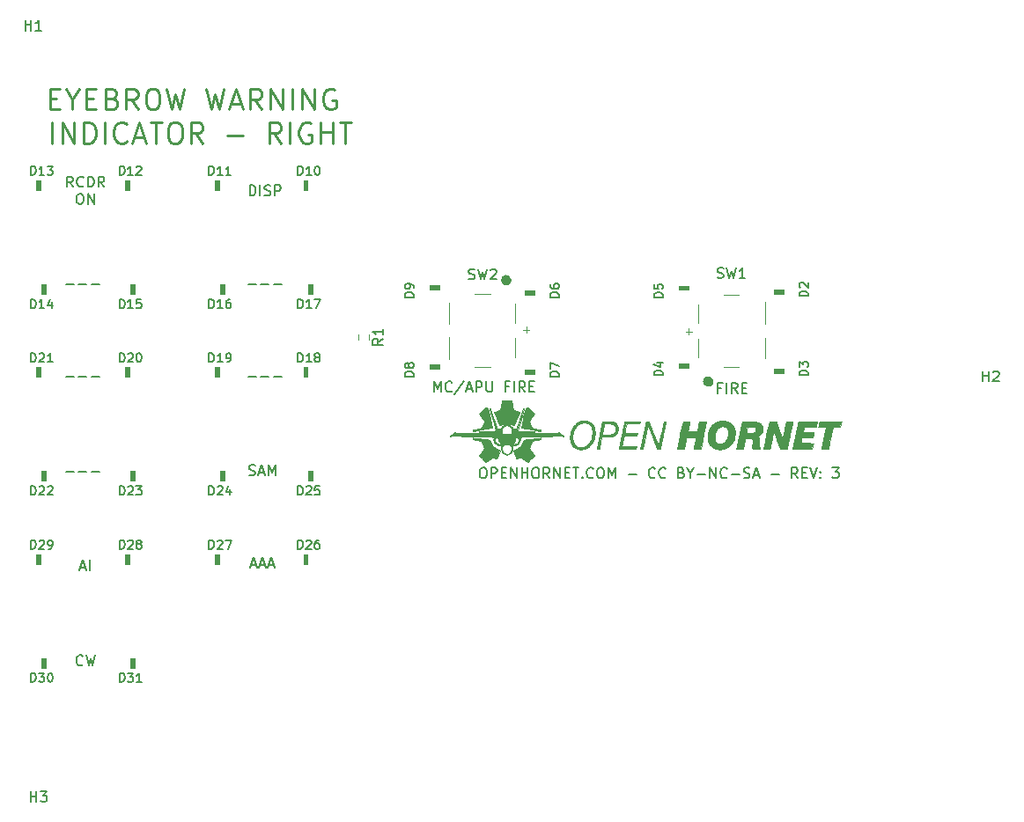
<source format=gbr>
%TF.GenerationSoftware,KiCad,Pcbnew,(5.1.9)-1*%
%TF.CreationDate,2021-09-11T23:18:36-06:00*%
%TF.ProjectId,ewi_v3,6577695f-7633-42e6-9b69-6361645f7063,rev?*%
%TF.SameCoordinates,Original*%
%TF.FileFunction,Legend,Top*%
%TF.FilePolarity,Positive*%
%FSLAX46Y46*%
G04 Gerber Fmt 4.6, Leading zero omitted, Abs format (unit mm)*
G04 Created by KiCad (PCBNEW (5.1.9)-1) date 2021-09-11 23:18:36*
%MOMM*%
%LPD*%
G01*
G04 APERTURE LIST*
%ADD10C,0.150000*%
%ADD11C,0.250000*%
%ADD12C,0.010000*%
%ADD13C,0.120000*%
%ADD14C,0.100000*%
G04 APERTURE END LIST*
D10*
X108132594Y-117453939D02*
X108084975Y-117501558D01*
X107942118Y-117549177D01*
X107846879Y-117549177D01*
X107704022Y-117501558D01*
X107608784Y-117406320D01*
X107561165Y-117311082D01*
X107513546Y-117120606D01*
X107513546Y-116977749D01*
X107561165Y-116787273D01*
X107608784Y-116692035D01*
X107704022Y-116596797D01*
X107846879Y-116549177D01*
X107942118Y-116549177D01*
X108084975Y-116596797D01*
X108132594Y-116644416D01*
X108465927Y-116549177D02*
X108704022Y-117549177D01*
X108894499Y-116834892D01*
X109084975Y-117549177D01*
X109323070Y-116549177D01*
X124317260Y-107865463D02*
X124793451Y-107865463D01*
X124222022Y-108151177D02*
X124555356Y-107151177D01*
X124888689Y-108151177D01*
X125174403Y-107865463D02*
X125650594Y-107865463D01*
X125079165Y-108151177D02*
X125412499Y-107151177D01*
X125745832Y-108151177D01*
X126031546Y-107865463D02*
X126507737Y-107865463D01*
X125936308Y-108151177D02*
X126269641Y-107151177D01*
X126602975Y-108151177D01*
X107918308Y-108119463D02*
X108394499Y-108119463D01*
X107823070Y-108405177D02*
X108156403Y-107405177D01*
X108489737Y-108405177D01*
X108823070Y-108405177D02*
X108823070Y-107405177D01*
X124126784Y-99213558D02*
X124269641Y-99261177D01*
X124507737Y-99261177D01*
X124602975Y-99213558D01*
X124650594Y-99165939D01*
X124698213Y-99070701D01*
X124698213Y-98975463D01*
X124650594Y-98880225D01*
X124602975Y-98832606D01*
X124507737Y-98784987D01*
X124317260Y-98737368D01*
X124222022Y-98689749D01*
X124174403Y-98642130D01*
X124126784Y-98546892D01*
X124126784Y-98451654D01*
X124174403Y-98356416D01*
X124222022Y-98308797D01*
X124317260Y-98261177D01*
X124555356Y-98261177D01*
X124698213Y-98308797D01*
X125079165Y-98975463D02*
X125555356Y-98975463D01*
X124983927Y-99261177D02*
X125317260Y-98261177D01*
X125650594Y-99261177D01*
X125983927Y-99261177D02*
X125983927Y-98261177D01*
X126317260Y-98975463D01*
X126650594Y-98261177D01*
X126650594Y-99261177D01*
X106521451Y-98880225D02*
X107283356Y-98880225D01*
X107759546Y-98880225D02*
X108521451Y-98880225D01*
X108997641Y-98880225D02*
X109759546Y-98880225D01*
X124047451Y-89736225D02*
X124809356Y-89736225D01*
X125285546Y-89736225D02*
X126047451Y-89736225D01*
X126523641Y-89736225D02*
X127285546Y-89736225D01*
X106521451Y-89736225D02*
X107283356Y-89736225D01*
X107759546Y-89736225D02*
X108521451Y-89736225D01*
X108997641Y-89736225D02*
X109759546Y-89736225D01*
X124047451Y-80846225D02*
X124809356Y-80846225D01*
X125285546Y-80846225D02*
X126047451Y-80846225D01*
X126523641Y-80846225D02*
X127285546Y-80846225D01*
X106521451Y-80846225D02*
X107283356Y-80846225D01*
X107759546Y-80846225D02*
X108521451Y-80846225D01*
X108997641Y-80846225D02*
X109759546Y-80846225D01*
X124190308Y-72337177D02*
X124190308Y-71337177D01*
X124428403Y-71337177D01*
X124571260Y-71384797D01*
X124666499Y-71480035D01*
X124714118Y-71575273D01*
X124761737Y-71765749D01*
X124761737Y-71908606D01*
X124714118Y-72099082D01*
X124666499Y-72194320D01*
X124571260Y-72289558D01*
X124428403Y-72337177D01*
X124190308Y-72337177D01*
X125190308Y-72337177D02*
X125190308Y-71337177D01*
X125618879Y-72289558D02*
X125761737Y-72337177D01*
X125999832Y-72337177D01*
X126095070Y-72289558D01*
X126142689Y-72241939D01*
X126190308Y-72146701D01*
X126190308Y-72051463D01*
X126142689Y-71956225D01*
X126095070Y-71908606D01*
X125999832Y-71860987D01*
X125809356Y-71813368D01*
X125714118Y-71765749D01*
X125666499Y-71718130D01*
X125618879Y-71622892D01*
X125618879Y-71527654D01*
X125666499Y-71432416D01*
X125714118Y-71384797D01*
X125809356Y-71337177D01*
X126047451Y-71337177D01*
X126190308Y-71384797D01*
X126618879Y-72337177D02*
X126618879Y-71337177D01*
X126999832Y-71337177D01*
X127095070Y-71384797D01*
X127142689Y-71432416D01*
X127190308Y-71527654D01*
X127190308Y-71670511D01*
X127142689Y-71765749D01*
X127095070Y-71813368D01*
X126999832Y-71860987D01*
X126618879Y-71860987D01*
X107204022Y-71512177D02*
X106870689Y-71035987D01*
X106632594Y-71512177D02*
X106632594Y-70512177D01*
X107013546Y-70512177D01*
X107108784Y-70559797D01*
X107156403Y-70607416D01*
X107204022Y-70702654D01*
X107204022Y-70845511D01*
X107156403Y-70940749D01*
X107108784Y-70988368D01*
X107013546Y-71035987D01*
X106632594Y-71035987D01*
X108204022Y-71416939D02*
X108156403Y-71464558D01*
X108013546Y-71512177D01*
X107918308Y-71512177D01*
X107775451Y-71464558D01*
X107680213Y-71369320D01*
X107632594Y-71274082D01*
X107584975Y-71083606D01*
X107584975Y-70940749D01*
X107632594Y-70750273D01*
X107680213Y-70655035D01*
X107775451Y-70559797D01*
X107918308Y-70512177D01*
X108013546Y-70512177D01*
X108156403Y-70559797D01*
X108204022Y-70607416D01*
X108632594Y-71512177D02*
X108632594Y-70512177D01*
X108870689Y-70512177D01*
X109013546Y-70559797D01*
X109108784Y-70655035D01*
X109156403Y-70750273D01*
X109204022Y-70940749D01*
X109204022Y-71083606D01*
X109156403Y-71274082D01*
X109108784Y-71369320D01*
X109013546Y-71464558D01*
X108870689Y-71512177D01*
X108632594Y-71512177D01*
X110204022Y-71512177D02*
X109870689Y-71035987D01*
X109632594Y-71512177D02*
X109632594Y-70512177D01*
X110013546Y-70512177D01*
X110108784Y-70559797D01*
X110156403Y-70607416D01*
X110204022Y-70702654D01*
X110204022Y-70845511D01*
X110156403Y-70940749D01*
X110108784Y-70988368D01*
X110013546Y-71035987D01*
X109632594Y-71035987D01*
X107775451Y-72162177D02*
X107965927Y-72162177D01*
X108061165Y-72209797D01*
X108156403Y-72305035D01*
X108204022Y-72495511D01*
X108204022Y-72828844D01*
X108156403Y-73019320D01*
X108061165Y-73114558D01*
X107965927Y-73162177D01*
X107775451Y-73162177D01*
X107680213Y-73114558D01*
X107584975Y-73019320D01*
X107537356Y-72828844D01*
X107537356Y-72495511D01*
X107584975Y-72305035D01*
X107680213Y-72209797D01*
X107775451Y-72162177D01*
X108632594Y-73162177D02*
X108632594Y-72162177D01*
X109204022Y-73162177D01*
X109204022Y-72162177D01*
D11*
X104967308Y-63004939D02*
X105633975Y-63004939D01*
X105919689Y-64052558D02*
X104967308Y-64052558D01*
X104967308Y-62052558D01*
X105919689Y-62052558D01*
X107157784Y-63100177D02*
X107157784Y-64052558D01*
X106491118Y-62052558D02*
X107157784Y-63100177D01*
X107824451Y-62052558D01*
X108491118Y-63004939D02*
X109157784Y-63004939D01*
X109443499Y-64052558D02*
X108491118Y-64052558D01*
X108491118Y-62052558D01*
X109443499Y-62052558D01*
X110967308Y-63004939D02*
X111253022Y-63100177D01*
X111348260Y-63195416D01*
X111443499Y-63385892D01*
X111443499Y-63671606D01*
X111348260Y-63862082D01*
X111253022Y-63957320D01*
X111062546Y-64052558D01*
X110300641Y-64052558D01*
X110300641Y-62052558D01*
X110967308Y-62052558D01*
X111157784Y-62147797D01*
X111253022Y-62243035D01*
X111348260Y-62433511D01*
X111348260Y-62623987D01*
X111253022Y-62814463D01*
X111157784Y-62909701D01*
X110967308Y-63004939D01*
X110300641Y-63004939D01*
X113443499Y-64052558D02*
X112776832Y-63100177D01*
X112300641Y-64052558D02*
X112300641Y-62052558D01*
X113062546Y-62052558D01*
X113253022Y-62147797D01*
X113348260Y-62243035D01*
X113443499Y-62433511D01*
X113443499Y-62719225D01*
X113348260Y-62909701D01*
X113253022Y-63004939D01*
X113062546Y-63100177D01*
X112300641Y-63100177D01*
X114681594Y-62052558D02*
X115062546Y-62052558D01*
X115253022Y-62147797D01*
X115443499Y-62338273D01*
X115538737Y-62719225D01*
X115538737Y-63385892D01*
X115443499Y-63766844D01*
X115253022Y-63957320D01*
X115062546Y-64052558D01*
X114681594Y-64052558D01*
X114491118Y-63957320D01*
X114300641Y-63766844D01*
X114205403Y-63385892D01*
X114205403Y-62719225D01*
X114300641Y-62338273D01*
X114491118Y-62147797D01*
X114681594Y-62052558D01*
X116205403Y-62052558D02*
X116681594Y-64052558D01*
X117062546Y-62623987D01*
X117443499Y-64052558D01*
X117919689Y-62052558D01*
X120014927Y-62052558D02*
X120491118Y-64052558D01*
X120872070Y-62623987D01*
X121253022Y-64052558D01*
X121729213Y-62052558D01*
X122395879Y-63481130D02*
X123348260Y-63481130D01*
X122205403Y-64052558D02*
X122872070Y-62052558D01*
X123538737Y-64052558D01*
X125348260Y-64052558D02*
X124681594Y-63100177D01*
X124205403Y-64052558D02*
X124205403Y-62052558D01*
X124967308Y-62052558D01*
X125157784Y-62147797D01*
X125253022Y-62243035D01*
X125348260Y-62433511D01*
X125348260Y-62719225D01*
X125253022Y-62909701D01*
X125157784Y-63004939D01*
X124967308Y-63100177D01*
X124205403Y-63100177D01*
X126205403Y-64052558D02*
X126205403Y-62052558D01*
X127348260Y-64052558D01*
X127348260Y-62052558D01*
X128300641Y-64052558D02*
X128300641Y-62052558D01*
X129253022Y-64052558D02*
X129253022Y-62052558D01*
X130395879Y-64052558D01*
X130395879Y-62052558D01*
X132395879Y-62147797D02*
X132205403Y-62052558D01*
X131919689Y-62052558D01*
X131633975Y-62147797D01*
X131443498Y-62338273D01*
X131348260Y-62528749D01*
X131253022Y-62909701D01*
X131253022Y-63195416D01*
X131348260Y-63576368D01*
X131443498Y-63766844D01*
X131633975Y-63957320D01*
X131919689Y-64052558D01*
X132110165Y-64052558D01*
X132395879Y-63957320D01*
X132491118Y-63862082D01*
X132491118Y-63195416D01*
X132110165Y-63195416D01*
X105205403Y-67302558D02*
X105205403Y-65302558D01*
X106157784Y-67302558D02*
X106157784Y-65302558D01*
X107300641Y-67302558D01*
X107300641Y-65302558D01*
X108253022Y-67302558D02*
X108253022Y-65302558D01*
X108729213Y-65302558D01*
X109014927Y-65397797D01*
X109205403Y-65588273D01*
X109300641Y-65778749D01*
X109395879Y-66159701D01*
X109395879Y-66445416D01*
X109300641Y-66826368D01*
X109205403Y-67016844D01*
X109014927Y-67207320D01*
X108729213Y-67302558D01*
X108253022Y-67302558D01*
X110253022Y-67302558D02*
X110253022Y-65302558D01*
X112348260Y-67112082D02*
X112253022Y-67207320D01*
X111967308Y-67302558D01*
X111776832Y-67302558D01*
X111491118Y-67207320D01*
X111300641Y-67016844D01*
X111205403Y-66826368D01*
X111110165Y-66445416D01*
X111110165Y-66159701D01*
X111205403Y-65778749D01*
X111300641Y-65588273D01*
X111491118Y-65397797D01*
X111776832Y-65302558D01*
X111967308Y-65302558D01*
X112253022Y-65397797D01*
X112348260Y-65493035D01*
X113110165Y-66731130D02*
X114062546Y-66731130D01*
X112919689Y-67302558D02*
X113586356Y-65302558D01*
X114253022Y-67302558D01*
X114633975Y-65302558D02*
X115776832Y-65302558D01*
X115205403Y-67302558D02*
X115205403Y-65302558D01*
X116824451Y-65302558D02*
X117205403Y-65302558D01*
X117395879Y-65397797D01*
X117586356Y-65588273D01*
X117681594Y-65969225D01*
X117681594Y-66635892D01*
X117586356Y-67016844D01*
X117395879Y-67207320D01*
X117205403Y-67302558D01*
X116824451Y-67302558D01*
X116633975Y-67207320D01*
X116443499Y-67016844D01*
X116348260Y-66635892D01*
X116348260Y-65969225D01*
X116443499Y-65588273D01*
X116633975Y-65397797D01*
X116824451Y-65302558D01*
X119681594Y-67302558D02*
X119014927Y-66350177D01*
X118538737Y-67302558D02*
X118538737Y-65302558D01*
X119300641Y-65302558D01*
X119491118Y-65397797D01*
X119586356Y-65493035D01*
X119681594Y-65683511D01*
X119681594Y-65969225D01*
X119586356Y-66159701D01*
X119491118Y-66254939D01*
X119300641Y-66350177D01*
X118538737Y-66350177D01*
X122062546Y-66540654D02*
X123586356Y-66540654D01*
X127205403Y-67302558D02*
X126538737Y-66350177D01*
X126062546Y-67302558D02*
X126062546Y-65302558D01*
X126824451Y-65302558D01*
X127014927Y-65397797D01*
X127110165Y-65493035D01*
X127205403Y-65683511D01*
X127205403Y-65969225D01*
X127110165Y-66159701D01*
X127014927Y-66254939D01*
X126824451Y-66350177D01*
X126062546Y-66350177D01*
X128062546Y-67302558D02*
X128062546Y-65302558D01*
X130062546Y-65397797D02*
X129872070Y-65302558D01*
X129586356Y-65302558D01*
X129300641Y-65397797D01*
X129110165Y-65588273D01*
X129014927Y-65778749D01*
X128919689Y-66159701D01*
X128919689Y-66445416D01*
X129014927Y-66826368D01*
X129110165Y-67016844D01*
X129300641Y-67207320D01*
X129586356Y-67302558D01*
X129776832Y-67302558D01*
X130062546Y-67207320D01*
X130157784Y-67112082D01*
X130157784Y-66445416D01*
X129776832Y-66445416D01*
X131014927Y-67302558D02*
X131014927Y-65302558D01*
X131014927Y-66254939D02*
X132157784Y-66254939D01*
X132157784Y-67302558D02*
X132157784Y-65302558D01*
X132824451Y-65302558D02*
X133967308Y-65302558D01*
X133395879Y-67302558D02*
X133395879Y-65302558D01*
D10*
X146552189Y-98515177D02*
X146742665Y-98515177D01*
X146837903Y-98562797D01*
X146933141Y-98658035D01*
X146980760Y-98848511D01*
X146980760Y-99181844D01*
X146933141Y-99372320D01*
X146837903Y-99467558D01*
X146742665Y-99515177D01*
X146552189Y-99515177D01*
X146456951Y-99467558D01*
X146361713Y-99372320D01*
X146314094Y-99181844D01*
X146314094Y-98848511D01*
X146361713Y-98658035D01*
X146456951Y-98562797D01*
X146552189Y-98515177D01*
X147409332Y-99515177D02*
X147409332Y-98515177D01*
X147790284Y-98515177D01*
X147885522Y-98562797D01*
X147933141Y-98610416D01*
X147980760Y-98705654D01*
X147980760Y-98848511D01*
X147933141Y-98943749D01*
X147885522Y-98991368D01*
X147790284Y-99038987D01*
X147409332Y-99038987D01*
X148409332Y-98991368D02*
X148742665Y-98991368D01*
X148885522Y-99515177D02*
X148409332Y-99515177D01*
X148409332Y-98515177D01*
X148885522Y-98515177D01*
X149314094Y-99515177D02*
X149314094Y-98515177D01*
X149885522Y-99515177D01*
X149885522Y-98515177D01*
X150361713Y-99515177D02*
X150361713Y-98515177D01*
X150361713Y-98991368D02*
X150933141Y-98991368D01*
X150933141Y-99515177D02*
X150933141Y-98515177D01*
X151599808Y-98515177D02*
X151790284Y-98515177D01*
X151885522Y-98562797D01*
X151980760Y-98658035D01*
X152028379Y-98848511D01*
X152028379Y-99181844D01*
X151980760Y-99372320D01*
X151885522Y-99467558D01*
X151790284Y-99515177D01*
X151599808Y-99515177D01*
X151504570Y-99467558D01*
X151409332Y-99372320D01*
X151361713Y-99181844D01*
X151361713Y-98848511D01*
X151409332Y-98658035D01*
X151504570Y-98562797D01*
X151599808Y-98515177D01*
X153028379Y-99515177D02*
X152695046Y-99038987D01*
X152456951Y-99515177D02*
X152456951Y-98515177D01*
X152837903Y-98515177D01*
X152933141Y-98562797D01*
X152980760Y-98610416D01*
X153028379Y-98705654D01*
X153028379Y-98848511D01*
X152980760Y-98943749D01*
X152933141Y-98991368D01*
X152837903Y-99038987D01*
X152456951Y-99038987D01*
X153456951Y-99515177D02*
X153456951Y-98515177D01*
X154028379Y-99515177D01*
X154028379Y-98515177D01*
X154504570Y-98991368D02*
X154837903Y-98991368D01*
X154980760Y-99515177D02*
X154504570Y-99515177D01*
X154504570Y-98515177D01*
X154980760Y-98515177D01*
X155266475Y-98515177D02*
X155837903Y-98515177D01*
X155552189Y-99515177D02*
X155552189Y-98515177D01*
X156171237Y-99419939D02*
X156218856Y-99467558D01*
X156171237Y-99515177D01*
X156123618Y-99467558D01*
X156171237Y-99419939D01*
X156171237Y-99515177D01*
X157218856Y-99419939D02*
X157171237Y-99467558D01*
X157028379Y-99515177D01*
X156933141Y-99515177D01*
X156790284Y-99467558D01*
X156695046Y-99372320D01*
X156647427Y-99277082D01*
X156599808Y-99086606D01*
X156599808Y-98943749D01*
X156647427Y-98753273D01*
X156695046Y-98658035D01*
X156790284Y-98562797D01*
X156933141Y-98515177D01*
X157028379Y-98515177D01*
X157171237Y-98562797D01*
X157218856Y-98610416D01*
X157837903Y-98515177D02*
X158028379Y-98515177D01*
X158123618Y-98562797D01*
X158218856Y-98658035D01*
X158266475Y-98848511D01*
X158266475Y-99181844D01*
X158218856Y-99372320D01*
X158123618Y-99467558D01*
X158028379Y-99515177D01*
X157837903Y-99515177D01*
X157742665Y-99467558D01*
X157647427Y-99372320D01*
X157599808Y-99181844D01*
X157599808Y-98848511D01*
X157647427Y-98658035D01*
X157742665Y-98562797D01*
X157837903Y-98515177D01*
X158695046Y-99515177D02*
X158695046Y-98515177D01*
X159028379Y-99229463D01*
X159361713Y-98515177D01*
X159361713Y-99515177D01*
X160599808Y-99134225D02*
X161361713Y-99134225D01*
X163171237Y-99419939D02*
X163123618Y-99467558D01*
X162980760Y-99515177D01*
X162885522Y-99515177D01*
X162742665Y-99467558D01*
X162647427Y-99372320D01*
X162599808Y-99277082D01*
X162552189Y-99086606D01*
X162552189Y-98943749D01*
X162599808Y-98753273D01*
X162647427Y-98658035D01*
X162742665Y-98562797D01*
X162885522Y-98515177D01*
X162980760Y-98515177D01*
X163123618Y-98562797D01*
X163171237Y-98610416D01*
X164171237Y-99419939D02*
X164123618Y-99467558D01*
X163980760Y-99515177D01*
X163885522Y-99515177D01*
X163742665Y-99467558D01*
X163647427Y-99372320D01*
X163599808Y-99277082D01*
X163552189Y-99086606D01*
X163552189Y-98943749D01*
X163599808Y-98753273D01*
X163647427Y-98658035D01*
X163742665Y-98562797D01*
X163885522Y-98515177D01*
X163980760Y-98515177D01*
X164123618Y-98562797D01*
X164171237Y-98610416D01*
X165695046Y-98991368D02*
X165837903Y-99038987D01*
X165885522Y-99086606D01*
X165933141Y-99181844D01*
X165933141Y-99324701D01*
X165885522Y-99419939D01*
X165837903Y-99467558D01*
X165742665Y-99515177D01*
X165361713Y-99515177D01*
X165361713Y-98515177D01*
X165695046Y-98515177D01*
X165790284Y-98562797D01*
X165837903Y-98610416D01*
X165885522Y-98705654D01*
X165885522Y-98800892D01*
X165837903Y-98896130D01*
X165790284Y-98943749D01*
X165695046Y-98991368D01*
X165361713Y-98991368D01*
X166552189Y-99038987D02*
X166552189Y-99515177D01*
X166218856Y-98515177D02*
X166552189Y-99038987D01*
X166885522Y-98515177D01*
X167218856Y-99134225D02*
X167980760Y-99134225D01*
X168456951Y-99515177D02*
X168456951Y-98515177D01*
X169028379Y-99515177D01*
X169028379Y-98515177D01*
X170075999Y-99419939D02*
X170028379Y-99467558D01*
X169885522Y-99515177D01*
X169790284Y-99515177D01*
X169647427Y-99467558D01*
X169552189Y-99372320D01*
X169504570Y-99277082D01*
X169456951Y-99086606D01*
X169456951Y-98943749D01*
X169504570Y-98753273D01*
X169552189Y-98658035D01*
X169647427Y-98562797D01*
X169790284Y-98515177D01*
X169885522Y-98515177D01*
X170028379Y-98562797D01*
X170075999Y-98610416D01*
X170504570Y-99134225D02*
X171266475Y-99134225D01*
X171695046Y-99467558D02*
X171837903Y-99515177D01*
X172075999Y-99515177D01*
X172171237Y-99467558D01*
X172218856Y-99419939D01*
X172266475Y-99324701D01*
X172266475Y-99229463D01*
X172218856Y-99134225D01*
X172171237Y-99086606D01*
X172075999Y-99038987D01*
X171885522Y-98991368D01*
X171790284Y-98943749D01*
X171742665Y-98896130D01*
X171695046Y-98800892D01*
X171695046Y-98705654D01*
X171742665Y-98610416D01*
X171790284Y-98562797D01*
X171885522Y-98515177D01*
X172123618Y-98515177D01*
X172266475Y-98562797D01*
X172647427Y-99229463D02*
X173123618Y-99229463D01*
X172552189Y-99515177D02*
X172885522Y-98515177D01*
X173218856Y-99515177D01*
X174314094Y-99134225D02*
X175075999Y-99134225D01*
X176885522Y-99515177D02*
X176552189Y-99038987D01*
X176314094Y-99515177D02*
X176314094Y-98515177D01*
X176695046Y-98515177D01*
X176790284Y-98562797D01*
X176837903Y-98610416D01*
X176885522Y-98705654D01*
X176885522Y-98848511D01*
X176837903Y-98943749D01*
X176790284Y-98991368D01*
X176695046Y-99038987D01*
X176314094Y-99038987D01*
X177314094Y-98991368D02*
X177647427Y-98991368D01*
X177790284Y-99515177D02*
X177314094Y-99515177D01*
X177314094Y-98515177D01*
X177790284Y-98515177D01*
X178075999Y-98515177D02*
X178409332Y-99515177D01*
X178742665Y-98515177D01*
X179075999Y-99419939D02*
X179123618Y-99467558D01*
X179075999Y-99515177D01*
X179028379Y-99467558D01*
X179075999Y-99419939D01*
X179075999Y-99515177D01*
X179075999Y-98896130D02*
X179123618Y-98943749D01*
X179075999Y-98991368D01*
X179028379Y-98943749D01*
X179075999Y-98896130D01*
X179075999Y-98991368D01*
X180218856Y-98515177D02*
X180837903Y-98515177D01*
X180504570Y-98896130D01*
X180647427Y-98896130D01*
X180742665Y-98943749D01*
X180790284Y-98991368D01*
X180837903Y-99086606D01*
X180837903Y-99324701D01*
X180790284Y-99419939D01*
X180742665Y-99467558D01*
X180647427Y-99515177D01*
X180361713Y-99515177D01*
X180266475Y-99467558D01*
X180218856Y-99419939D01*
D12*
%TO.C,G\u002A\u002A\u002A*%
G36*
X145623629Y-95646966D02*
G01*
X145636442Y-95648335D01*
X145656673Y-95650550D01*
X145683825Y-95653552D01*
X145717402Y-95657286D01*
X145756905Y-95661696D01*
X145801839Y-95666726D01*
X145851706Y-95672319D01*
X145906008Y-95678419D01*
X145964250Y-95684970D01*
X146025933Y-95691915D01*
X146090561Y-95699199D01*
X146157637Y-95706765D01*
X146226664Y-95714557D01*
X146297144Y-95722518D01*
X146368580Y-95730593D01*
X146440477Y-95738725D01*
X146512335Y-95746858D01*
X146583659Y-95754936D01*
X146653951Y-95762902D01*
X146722715Y-95770701D01*
X146789452Y-95778275D01*
X146853667Y-95785570D01*
X146914862Y-95792528D01*
X146972540Y-95799093D01*
X147026204Y-95805210D01*
X147075357Y-95810821D01*
X147119501Y-95815871D01*
X147158141Y-95820303D01*
X147190778Y-95824062D01*
X147216915Y-95827090D01*
X147236057Y-95829333D01*
X147247705Y-95830732D01*
X147250761Y-95831126D01*
X147262322Y-95833584D01*
X147268110Y-95837947D01*
X147270699Y-95845555D01*
X147272946Y-95851968D01*
X147278337Y-95865195D01*
X147286479Y-95884360D01*
X147296977Y-95908587D01*
X147309437Y-95936997D01*
X147323465Y-95968714D01*
X147338667Y-96002862D01*
X147354649Y-96038563D01*
X147371016Y-96074941D01*
X147387374Y-96111118D01*
X147403328Y-96146219D01*
X147418486Y-96179365D01*
X147432452Y-96209680D01*
X147444832Y-96236287D01*
X147455232Y-96258310D01*
X147463258Y-96274871D01*
X147467192Y-96282629D01*
X147488063Y-96317964D01*
X147514678Y-96356128D01*
X147545600Y-96395467D01*
X147579389Y-96434327D01*
X147614606Y-96471056D01*
X147649814Y-96503999D01*
X147683573Y-96531505D01*
X147684066Y-96531871D01*
X147691684Y-96536943D01*
X147705905Y-96545830D01*
X147726006Y-96558105D01*
X147751261Y-96573342D01*
X147780945Y-96591116D01*
X147814334Y-96611001D01*
X147850702Y-96632572D01*
X147889325Y-96655402D01*
X147929478Y-96679066D01*
X147970436Y-96703138D01*
X148011475Y-96727193D01*
X148051869Y-96750805D01*
X148090893Y-96773547D01*
X148127824Y-96794995D01*
X148161935Y-96814722D01*
X148192503Y-96832303D01*
X148218801Y-96847312D01*
X148240107Y-96859323D01*
X148255693Y-96867911D01*
X148260972Y-96870714D01*
X148279840Y-96880513D01*
X148119551Y-97267863D01*
X148091093Y-97336491D01*
X148064979Y-97399166D01*
X148041298Y-97455686D01*
X148020137Y-97505845D01*
X148001583Y-97549439D01*
X147985725Y-97586264D01*
X147972649Y-97616117D01*
X147962444Y-97638792D01*
X147955197Y-97654086D01*
X147950994Y-97661794D01*
X147950312Y-97662622D01*
X147939432Y-97668339D01*
X147930503Y-97670030D01*
X147924475Y-97668083D01*
X147911859Y-97662526D01*
X147893511Y-97653784D01*
X147870286Y-97642283D01*
X147843041Y-97628449D01*
X147812630Y-97612707D01*
X147779908Y-97595484D01*
X147768842Y-97589597D01*
X147729605Y-97568722D01*
X147697047Y-97551579D01*
X147670409Y-97537858D01*
X147648931Y-97527245D01*
X147631853Y-97519430D01*
X147618415Y-97514103D01*
X147607859Y-97510951D01*
X147599423Y-97509663D01*
X147592349Y-97509928D01*
X147585877Y-97511436D01*
X147581683Y-97512915D01*
X147576839Y-97515811D01*
X147565522Y-97523168D01*
X147548234Y-97534648D01*
X147525475Y-97549910D01*
X147497747Y-97568616D01*
X147465550Y-97590425D01*
X147429386Y-97614998D01*
X147389755Y-97641996D01*
X147347159Y-97671079D01*
X147302099Y-97701907D01*
X147255076Y-97734142D01*
X147244333Y-97741515D01*
X147188177Y-97780060D01*
X147138567Y-97814082D01*
X147095065Y-97843847D01*
X147057235Y-97869618D01*
X147024640Y-97891663D01*
X146996842Y-97910245D01*
X146973405Y-97925630D01*
X146953892Y-97938083D01*
X146937865Y-97947870D01*
X146924889Y-97955255D01*
X146914525Y-97960505D01*
X146906336Y-97963883D01*
X146899887Y-97965656D01*
X146894739Y-97966088D01*
X146890456Y-97965445D01*
X146886601Y-97963992D01*
X146882736Y-97961994D01*
X146881849Y-97961512D01*
X146877310Y-97957695D01*
X146867316Y-97948361D01*
X146852367Y-97934009D01*
X146832961Y-97915137D01*
X146809595Y-97892244D01*
X146782769Y-97865828D01*
X146752980Y-97836387D01*
X146720727Y-97804419D01*
X146686509Y-97770424D01*
X146650824Y-97734898D01*
X146614169Y-97698341D01*
X146577044Y-97661250D01*
X146539946Y-97624125D01*
X146503375Y-97587462D01*
X146467828Y-97551762D01*
X146433804Y-97517521D01*
X146401800Y-97485239D01*
X146372317Y-97455413D01*
X146345851Y-97428542D01*
X146322901Y-97405124D01*
X146303965Y-97385657D01*
X146289543Y-97370641D01*
X146280131Y-97360572D01*
X146276229Y-97355950D01*
X146276210Y-97355915D01*
X146272034Y-97346666D01*
X146270225Y-97337751D01*
X146271214Y-97328000D01*
X146275438Y-97316242D01*
X146283330Y-97301306D01*
X146295325Y-97282022D01*
X146311856Y-97257219D01*
X146313979Y-97254090D01*
X146323616Y-97239945D01*
X146337554Y-97219542D01*
X146355300Y-97193604D01*
X146376359Y-97162852D01*
X146400238Y-97128005D01*
X146426443Y-97089784D01*
X146454478Y-97048912D01*
X146483851Y-97006108D01*
X146514066Y-96962093D01*
X146541020Y-96922847D01*
X146570401Y-96880006D01*
X146598475Y-96838941D01*
X146624857Y-96800224D01*
X146649163Y-96764423D01*
X146671009Y-96732109D01*
X146690010Y-96703853D01*
X146705782Y-96680224D01*
X146717940Y-96661792D01*
X146726100Y-96649128D01*
X146729878Y-96642802D01*
X146730006Y-96642524D01*
X146734108Y-96629433D01*
X146735799Y-96617244D01*
X146734235Y-96611136D01*
X146729735Y-96597922D01*
X146722590Y-96578327D01*
X146713089Y-96553072D01*
X146701522Y-96522881D01*
X146688180Y-96488476D01*
X146673353Y-96450580D01*
X146657329Y-96409917D01*
X146640400Y-96367209D01*
X146622855Y-96323179D01*
X146604984Y-96278550D01*
X146587078Y-96234046D01*
X146569425Y-96190388D01*
X146552317Y-96148300D01*
X146536043Y-96108506D01*
X146520892Y-96071727D01*
X146507156Y-96038687D01*
X146495123Y-96010108D01*
X146485085Y-95986714D01*
X146477330Y-95969228D01*
X146472149Y-95958372D01*
X146470238Y-95955140D01*
X146461477Y-95945892D01*
X146453642Y-95939440D01*
X146452687Y-95938875D01*
X146447602Y-95937582D01*
X146434771Y-95934866D01*
X146414774Y-95930839D01*
X146388193Y-95925611D01*
X146355606Y-95919294D01*
X146317596Y-95912000D01*
X146274742Y-95903839D01*
X146227624Y-95894923D01*
X146176824Y-95885362D01*
X146122921Y-95875269D01*
X146066496Y-95864754D01*
X146043568Y-95860495D01*
X145970294Y-95846859D01*
X145905064Y-95834638D01*
X145847585Y-95823773D01*
X145797565Y-95814205D01*
X145754710Y-95805876D01*
X145718727Y-95798728D01*
X145689324Y-95792702D01*
X145666206Y-95787739D01*
X145649081Y-95783782D01*
X145637656Y-95780772D01*
X145631637Y-95778651D01*
X145630899Y-95778221D01*
X145622599Y-95771118D01*
X145616766Y-95762760D01*
X145612986Y-95751579D01*
X145610845Y-95736009D01*
X145609929Y-95714483D01*
X145609795Y-95698355D01*
X145609836Y-95676677D01*
X145610182Y-95662071D01*
X145611073Y-95653144D01*
X145612748Y-95648503D01*
X145615449Y-95646752D01*
X145618732Y-95646496D01*
X145623629Y-95646966D01*
G37*
X145623629Y-95646966D02*
X145636442Y-95648335D01*
X145656673Y-95650550D01*
X145683825Y-95653552D01*
X145717402Y-95657286D01*
X145756905Y-95661696D01*
X145801839Y-95666726D01*
X145851706Y-95672319D01*
X145906008Y-95678419D01*
X145964250Y-95684970D01*
X146025933Y-95691915D01*
X146090561Y-95699199D01*
X146157637Y-95706765D01*
X146226664Y-95714557D01*
X146297144Y-95722518D01*
X146368580Y-95730593D01*
X146440477Y-95738725D01*
X146512335Y-95746858D01*
X146583659Y-95754936D01*
X146653951Y-95762902D01*
X146722715Y-95770701D01*
X146789452Y-95778275D01*
X146853667Y-95785570D01*
X146914862Y-95792528D01*
X146972540Y-95799093D01*
X147026204Y-95805210D01*
X147075357Y-95810821D01*
X147119501Y-95815871D01*
X147158141Y-95820303D01*
X147190778Y-95824062D01*
X147216915Y-95827090D01*
X147236057Y-95829333D01*
X147247705Y-95830732D01*
X147250761Y-95831126D01*
X147262322Y-95833584D01*
X147268110Y-95837947D01*
X147270699Y-95845555D01*
X147272946Y-95851968D01*
X147278337Y-95865195D01*
X147286479Y-95884360D01*
X147296977Y-95908587D01*
X147309437Y-95936997D01*
X147323465Y-95968714D01*
X147338667Y-96002862D01*
X147354649Y-96038563D01*
X147371016Y-96074941D01*
X147387374Y-96111118D01*
X147403328Y-96146219D01*
X147418486Y-96179365D01*
X147432452Y-96209680D01*
X147444832Y-96236287D01*
X147455232Y-96258310D01*
X147463258Y-96274871D01*
X147467192Y-96282629D01*
X147488063Y-96317964D01*
X147514678Y-96356128D01*
X147545600Y-96395467D01*
X147579389Y-96434327D01*
X147614606Y-96471056D01*
X147649814Y-96503999D01*
X147683573Y-96531505D01*
X147684066Y-96531871D01*
X147691684Y-96536943D01*
X147705905Y-96545830D01*
X147726006Y-96558105D01*
X147751261Y-96573342D01*
X147780945Y-96591116D01*
X147814334Y-96611001D01*
X147850702Y-96632572D01*
X147889325Y-96655402D01*
X147929478Y-96679066D01*
X147970436Y-96703138D01*
X148011475Y-96727193D01*
X148051869Y-96750805D01*
X148090893Y-96773547D01*
X148127824Y-96794995D01*
X148161935Y-96814722D01*
X148192503Y-96832303D01*
X148218801Y-96847312D01*
X148240107Y-96859323D01*
X148255693Y-96867911D01*
X148260972Y-96870714D01*
X148279840Y-96880513D01*
X148119551Y-97267863D01*
X148091093Y-97336491D01*
X148064979Y-97399166D01*
X148041298Y-97455686D01*
X148020137Y-97505845D01*
X148001583Y-97549439D01*
X147985725Y-97586264D01*
X147972649Y-97616117D01*
X147962444Y-97638792D01*
X147955197Y-97654086D01*
X147950994Y-97661794D01*
X147950312Y-97662622D01*
X147939432Y-97668339D01*
X147930503Y-97670030D01*
X147924475Y-97668083D01*
X147911859Y-97662526D01*
X147893511Y-97653784D01*
X147870286Y-97642283D01*
X147843041Y-97628449D01*
X147812630Y-97612707D01*
X147779908Y-97595484D01*
X147768842Y-97589597D01*
X147729605Y-97568722D01*
X147697047Y-97551579D01*
X147670409Y-97537858D01*
X147648931Y-97527245D01*
X147631853Y-97519430D01*
X147618415Y-97514103D01*
X147607859Y-97510951D01*
X147599423Y-97509663D01*
X147592349Y-97509928D01*
X147585877Y-97511436D01*
X147581683Y-97512915D01*
X147576839Y-97515811D01*
X147565522Y-97523168D01*
X147548234Y-97534648D01*
X147525475Y-97549910D01*
X147497747Y-97568616D01*
X147465550Y-97590425D01*
X147429386Y-97614998D01*
X147389755Y-97641996D01*
X147347159Y-97671079D01*
X147302099Y-97701907D01*
X147255076Y-97734142D01*
X147244333Y-97741515D01*
X147188177Y-97780060D01*
X147138567Y-97814082D01*
X147095065Y-97843847D01*
X147057235Y-97869618D01*
X147024640Y-97891663D01*
X146996842Y-97910245D01*
X146973405Y-97925630D01*
X146953892Y-97938083D01*
X146937865Y-97947870D01*
X146924889Y-97955255D01*
X146914525Y-97960505D01*
X146906336Y-97963883D01*
X146899887Y-97965656D01*
X146894739Y-97966088D01*
X146890456Y-97965445D01*
X146886601Y-97963992D01*
X146882736Y-97961994D01*
X146881849Y-97961512D01*
X146877310Y-97957695D01*
X146867316Y-97948361D01*
X146852367Y-97934009D01*
X146832961Y-97915137D01*
X146809595Y-97892244D01*
X146782769Y-97865828D01*
X146752980Y-97836387D01*
X146720727Y-97804419D01*
X146686509Y-97770424D01*
X146650824Y-97734898D01*
X146614169Y-97698341D01*
X146577044Y-97661250D01*
X146539946Y-97624125D01*
X146503375Y-97587462D01*
X146467828Y-97551762D01*
X146433804Y-97517521D01*
X146401800Y-97485239D01*
X146372317Y-97455413D01*
X146345851Y-97428542D01*
X146322901Y-97405124D01*
X146303965Y-97385657D01*
X146289543Y-97370641D01*
X146280131Y-97360572D01*
X146276229Y-97355950D01*
X146276210Y-97355915D01*
X146272034Y-97346666D01*
X146270225Y-97337751D01*
X146271214Y-97328000D01*
X146275438Y-97316242D01*
X146283330Y-97301306D01*
X146295325Y-97282022D01*
X146311856Y-97257219D01*
X146313979Y-97254090D01*
X146323616Y-97239945D01*
X146337554Y-97219542D01*
X146355300Y-97193604D01*
X146376359Y-97162852D01*
X146400238Y-97128005D01*
X146426443Y-97089784D01*
X146454478Y-97048912D01*
X146483851Y-97006108D01*
X146514066Y-96962093D01*
X146541020Y-96922847D01*
X146570401Y-96880006D01*
X146598475Y-96838941D01*
X146624857Y-96800224D01*
X146649163Y-96764423D01*
X146671009Y-96732109D01*
X146690010Y-96703853D01*
X146705782Y-96680224D01*
X146717940Y-96661792D01*
X146726100Y-96649128D01*
X146729878Y-96642802D01*
X146730006Y-96642524D01*
X146734108Y-96629433D01*
X146735799Y-96617244D01*
X146734235Y-96611136D01*
X146729735Y-96597922D01*
X146722590Y-96578327D01*
X146713089Y-96553072D01*
X146701522Y-96522881D01*
X146688180Y-96488476D01*
X146673353Y-96450580D01*
X146657329Y-96409917D01*
X146640400Y-96367209D01*
X146622855Y-96323179D01*
X146604984Y-96278550D01*
X146587078Y-96234046D01*
X146569425Y-96190388D01*
X146552317Y-96148300D01*
X146536043Y-96108506D01*
X146520892Y-96071727D01*
X146507156Y-96038687D01*
X146495123Y-96010108D01*
X146485085Y-95986714D01*
X146477330Y-95969228D01*
X146472149Y-95958372D01*
X146470238Y-95955140D01*
X146461477Y-95945892D01*
X146453642Y-95939440D01*
X146452687Y-95938875D01*
X146447602Y-95937582D01*
X146434771Y-95934866D01*
X146414774Y-95930839D01*
X146388193Y-95925611D01*
X146355606Y-95919294D01*
X146317596Y-95912000D01*
X146274742Y-95903839D01*
X146227624Y-95894923D01*
X146176824Y-95885362D01*
X146122921Y-95875269D01*
X146066496Y-95864754D01*
X146043568Y-95860495D01*
X145970294Y-95846859D01*
X145905064Y-95834638D01*
X145847585Y-95823773D01*
X145797565Y-95814205D01*
X145754710Y-95805876D01*
X145718727Y-95798728D01*
X145689324Y-95792702D01*
X145666206Y-95787739D01*
X145649081Y-95783782D01*
X145637656Y-95780772D01*
X145631637Y-95778651D01*
X145630899Y-95778221D01*
X145622599Y-95771118D01*
X145616766Y-95762760D01*
X145612986Y-95751579D01*
X145610845Y-95736009D01*
X145609929Y-95714483D01*
X145609795Y-95698355D01*
X145609836Y-95676677D01*
X145610182Y-95662071D01*
X145611073Y-95653144D01*
X145612748Y-95648503D01*
X145615449Y-95646752D01*
X145618732Y-95646496D01*
X145623629Y-95646966D01*
G36*
X152203796Y-95646768D02*
G01*
X152206632Y-95648543D01*
X152208326Y-95653260D01*
X152209173Y-95662358D01*
X152209466Y-95677278D01*
X152209499Y-95695316D01*
X152208803Y-95723956D01*
X152206498Y-95745476D01*
X152202258Y-95761123D01*
X152195757Y-95772146D01*
X152187628Y-95779195D01*
X152182039Y-95780909D01*
X152168649Y-95784037D01*
X152147987Y-95788473D01*
X152120580Y-95794115D01*
X152086958Y-95800858D01*
X152047649Y-95808599D01*
X152003182Y-95817232D01*
X151954085Y-95826655D01*
X151900886Y-95836764D01*
X151844114Y-95847454D01*
X151784299Y-95858621D01*
X151775967Y-95860169D01*
X151718734Y-95870823D01*
X151663798Y-95881096D01*
X151611740Y-95890879D01*
X151563139Y-95900059D01*
X151518576Y-95908526D01*
X151478630Y-95916168D01*
X151443882Y-95922874D01*
X151414912Y-95928533D01*
X151392300Y-95933035D01*
X151376626Y-95936267D01*
X151368471Y-95938118D01*
X151367450Y-95938444D01*
X151363160Y-95941072D01*
X151358953Y-95944508D01*
X151354597Y-95949264D01*
X151349861Y-95955849D01*
X151344515Y-95964774D01*
X151338326Y-95976550D01*
X151331065Y-95991688D01*
X151322500Y-96010697D01*
X151312400Y-96034088D01*
X151300534Y-96062373D01*
X151286671Y-96096061D01*
X151270580Y-96135663D01*
X151252030Y-96181690D01*
X151230791Y-96234652D01*
X151210777Y-96284684D01*
X151184509Y-96350562D01*
X151161433Y-96408796D01*
X151141481Y-96459558D01*
X151124589Y-96503020D01*
X151110692Y-96539353D01*
X151099724Y-96568728D01*
X151091620Y-96591319D01*
X151086315Y-96607295D01*
X151083742Y-96616830D01*
X151083459Y-96619117D01*
X151085175Y-96633316D01*
X151089300Y-96646110D01*
X151089599Y-96646701D01*
X151092863Y-96651877D01*
X151100568Y-96663509D01*
X151112361Y-96681076D01*
X151127888Y-96704060D01*
X151146793Y-96731937D01*
X151168724Y-96764188D01*
X151193327Y-96800292D01*
X151220246Y-96839728D01*
X151249128Y-96881976D01*
X151279619Y-96926514D01*
X151308356Y-96968435D01*
X151340198Y-97014858D01*
X151370910Y-97059637D01*
X151400122Y-97102229D01*
X151427462Y-97142095D01*
X151452559Y-97178693D01*
X151475044Y-97211483D01*
X151494544Y-97239924D01*
X151510690Y-97263475D01*
X151523109Y-97281596D01*
X151531433Y-97293745D01*
X151535049Y-97299030D01*
X151545666Y-97318362D01*
X151549099Y-97334981D01*
X151548901Y-97337660D01*
X151548080Y-97340681D01*
X151546295Y-97344400D01*
X151543207Y-97349175D01*
X151538474Y-97355362D01*
X151531758Y-97363320D01*
X151522717Y-97373404D01*
X151511012Y-97385973D01*
X151496301Y-97401384D01*
X151478246Y-97419993D01*
X151456505Y-97442159D01*
X151430738Y-97468238D01*
X151400606Y-97498587D01*
X151365767Y-97533564D01*
X151325882Y-97573527D01*
X151280610Y-97618831D01*
X151241092Y-97658356D01*
X151190197Y-97709312D01*
X151144981Y-97754648D01*
X151105061Y-97794656D01*
X151070053Y-97829627D01*
X151039575Y-97859850D01*
X151013242Y-97885618D01*
X150990672Y-97907220D01*
X150971481Y-97924948D01*
X150955285Y-97939093D01*
X150941703Y-97949945D01*
X150930349Y-97957795D01*
X150920840Y-97962934D01*
X150912794Y-97965652D01*
X150905827Y-97966242D01*
X150899556Y-97964993D01*
X150893597Y-97962196D01*
X150887566Y-97958142D01*
X150881082Y-97953122D01*
X150873759Y-97947427D01*
X150866726Y-97942365D01*
X150857837Y-97936287D01*
X150842559Y-97925824D01*
X150821481Y-97911379D01*
X150795196Y-97893360D01*
X150764293Y-97872170D01*
X150729364Y-97848215D01*
X150690999Y-97821901D01*
X150649790Y-97793632D01*
X150606326Y-97763813D01*
X150561200Y-97732851D01*
X150535450Y-97715181D01*
X150482704Y-97679005D01*
X150436462Y-97647342D01*
X150396265Y-97619893D01*
X150361651Y-97596358D01*
X150332159Y-97576438D01*
X150307330Y-97559834D01*
X150286701Y-97546246D01*
X150269812Y-97535375D01*
X150256202Y-97526923D01*
X150245410Y-97520588D01*
X150236976Y-97516072D01*
X150230438Y-97513076D01*
X150225336Y-97511301D01*
X150221209Y-97510446D01*
X150220067Y-97510322D01*
X150214907Y-97510092D01*
X150209467Y-97510552D01*
X150202980Y-97512058D01*
X150194678Y-97514967D01*
X150183797Y-97519632D01*
X150169568Y-97526411D01*
X150151224Y-97535659D01*
X150127999Y-97547730D01*
X150099127Y-97562981D01*
X150063840Y-97581768D01*
X150049653Y-97589340D01*
X150008305Y-97611251D01*
X149972318Y-97629976D01*
X149942057Y-97645338D01*
X149917883Y-97657157D01*
X149900159Y-97665254D01*
X149889246Y-97669449D01*
X149886349Y-97670030D01*
X149873189Y-97666413D01*
X149865522Y-97660505D01*
X149862905Y-97655534D01*
X149857293Y-97643280D01*
X149848915Y-97624289D01*
X149838000Y-97599107D01*
X149824776Y-97568280D01*
X149809474Y-97532353D01*
X149792321Y-97491872D01*
X149773548Y-97447384D01*
X149753382Y-97399433D01*
X149732054Y-97348565D01*
X149709792Y-97295328D01*
X149686826Y-97240265D01*
X149663384Y-97183924D01*
X149639695Y-97126849D01*
X149615989Y-97069587D01*
X149592495Y-97012684D01*
X149569441Y-96956685D01*
X149547057Y-96902136D01*
X149539662Y-96884071D01*
X149541332Y-96878990D01*
X149545371Y-96876712D01*
X149551350Y-96873838D01*
X149563914Y-96867043D01*
X149582374Y-96856733D01*
X149606036Y-96843313D01*
X149634208Y-96827188D01*
X149666200Y-96808763D01*
X149701319Y-96788443D01*
X149738872Y-96766634D01*
X149778169Y-96743741D01*
X149818518Y-96720168D01*
X149859226Y-96696322D01*
X149899602Y-96672607D01*
X149938953Y-96649428D01*
X149976588Y-96627190D01*
X150011816Y-96606299D01*
X150043943Y-96587160D01*
X150072279Y-96570178D01*
X150096131Y-96555758D01*
X150114808Y-96544306D01*
X150127617Y-96536225D01*
X150132944Y-96532632D01*
X150166605Y-96505575D01*
X150202145Y-96472607D01*
X150237950Y-96435528D01*
X150272406Y-96396140D01*
X150303897Y-96356242D01*
X150330809Y-96317636D01*
X150342055Y-96299362D01*
X150346987Y-96290033D01*
X150354858Y-96274040D01*
X150365258Y-96252286D01*
X150377775Y-96225674D01*
X150392001Y-96195109D01*
X150407524Y-96161494D01*
X150423933Y-96125732D01*
X150440820Y-96088727D01*
X150457772Y-96051384D01*
X150474381Y-96014604D01*
X150490236Y-95979293D01*
X150504925Y-95946353D01*
X150518040Y-95916689D01*
X150529169Y-95891203D01*
X150537902Y-95870800D01*
X150543830Y-95856383D01*
X150546384Y-95849414D01*
X150549577Y-95839086D01*
X150551572Y-95833248D01*
X150551826Y-95832763D01*
X150556011Y-95832292D01*
X150568205Y-95830910D01*
X150588003Y-95828663D01*
X150615001Y-95825596D01*
X150648796Y-95821755D01*
X150688984Y-95817188D01*
X150735161Y-95811938D01*
X150786922Y-95806053D01*
X150843864Y-95799578D01*
X150905582Y-95792560D01*
X150971674Y-95785044D01*
X151041735Y-95777075D01*
X151115360Y-95768701D01*
X151192147Y-95759966D01*
X151271690Y-95750918D01*
X151353587Y-95741601D01*
X151370915Y-95739630D01*
X151453403Y-95730251D01*
X151533710Y-95721132D01*
X151611424Y-95712318D01*
X151686136Y-95703856D01*
X151757436Y-95695791D01*
X151824913Y-95688170D01*
X151888157Y-95681039D01*
X151946758Y-95674444D01*
X152000306Y-95668431D01*
X152048390Y-95663047D01*
X152090600Y-95658336D01*
X152126526Y-95654347D01*
X152155758Y-95651123D01*
X152177885Y-95648712D01*
X152192498Y-95647160D01*
X152199186Y-95646513D01*
X152199524Y-95646496D01*
X152203796Y-95646768D01*
G37*
X152203796Y-95646768D02*
X152206632Y-95648543D01*
X152208326Y-95653260D01*
X152209173Y-95662358D01*
X152209466Y-95677278D01*
X152209499Y-95695316D01*
X152208803Y-95723956D01*
X152206498Y-95745476D01*
X152202258Y-95761123D01*
X152195757Y-95772146D01*
X152187628Y-95779195D01*
X152182039Y-95780909D01*
X152168649Y-95784037D01*
X152147987Y-95788473D01*
X152120580Y-95794115D01*
X152086958Y-95800858D01*
X152047649Y-95808599D01*
X152003182Y-95817232D01*
X151954085Y-95826655D01*
X151900886Y-95836764D01*
X151844114Y-95847454D01*
X151784299Y-95858621D01*
X151775967Y-95860169D01*
X151718734Y-95870823D01*
X151663798Y-95881096D01*
X151611740Y-95890879D01*
X151563139Y-95900059D01*
X151518576Y-95908526D01*
X151478630Y-95916168D01*
X151443882Y-95922874D01*
X151414912Y-95928533D01*
X151392300Y-95933035D01*
X151376626Y-95936267D01*
X151368471Y-95938118D01*
X151367450Y-95938444D01*
X151363160Y-95941072D01*
X151358953Y-95944508D01*
X151354597Y-95949264D01*
X151349861Y-95955849D01*
X151344515Y-95964774D01*
X151338326Y-95976550D01*
X151331065Y-95991688D01*
X151322500Y-96010697D01*
X151312400Y-96034088D01*
X151300534Y-96062373D01*
X151286671Y-96096061D01*
X151270580Y-96135663D01*
X151252030Y-96181690D01*
X151230791Y-96234652D01*
X151210777Y-96284684D01*
X151184509Y-96350562D01*
X151161433Y-96408796D01*
X151141481Y-96459558D01*
X151124589Y-96503020D01*
X151110692Y-96539353D01*
X151099724Y-96568728D01*
X151091620Y-96591319D01*
X151086315Y-96607295D01*
X151083742Y-96616830D01*
X151083459Y-96619117D01*
X151085175Y-96633316D01*
X151089300Y-96646110D01*
X151089599Y-96646701D01*
X151092863Y-96651877D01*
X151100568Y-96663509D01*
X151112361Y-96681076D01*
X151127888Y-96704060D01*
X151146793Y-96731937D01*
X151168724Y-96764188D01*
X151193327Y-96800292D01*
X151220246Y-96839728D01*
X151249128Y-96881976D01*
X151279619Y-96926514D01*
X151308356Y-96968435D01*
X151340198Y-97014858D01*
X151370910Y-97059637D01*
X151400122Y-97102229D01*
X151427462Y-97142095D01*
X151452559Y-97178693D01*
X151475044Y-97211483D01*
X151494544Y-97239924D01*
X151510690Y-97263475D01*
X151523109Y-97281596D01*
X151531433Y-97293745D01*
X151535049Y-97299030D01*
X151545666Y-97318362D01*
X151549099Y-97334981D01*
X151548901Y-97337660D01*
X151548080Y-97340681D01*
X151546295Y-97344400D01*
X151543207Y-97349175D01*
X151538474Y-97355362D01*
X151531758Y-97363320D01*
X151522717Y-97373404D01*
X151511012Y-97385973D01*
X151496301Y-97401384D01*
X151478246Y-97419993D01*
X151456505Y-97442159D01*
X151430738Y-97468238D01*
X151400606Y-97498587D01*
X151365767Y-97533564D01*
X151325882Y-97573527D01*
X151280610Y-97618831D01*
X151241092Y-97658356D01*
X151190197Y-97709312D01*
X151144981Y-97754648D01*
X151105061Y-97794656D01*
X151070053Y-97829627D01*
X151039575Y-97859850D01*
X151013242Y-97885618D01*
X150990672Y-97907220D01*
X150971481Y-97924948D01*
X150955285Y-97939093D01*
X150941703Y-97949945D01*
X150930349Y-97957795D01*
X150920840Y-97962934D01*
X150912794Y-97965652D01*
X150905827Y-97966242D01*
X150899556Y-97964993D01*
X150893597Y-97962196D01*
X150887566Y-97958142D01*
X150881082Y-97953122D01*
X150873759Y-97947427D01*
X150866726Y-97942365D01*
X150857837Y-97936287D01*
X150842559Y-97925824D01*
X150821481Y-97911379D01*
X150795196Y-97893360D01*
X150764293Y-97872170D01*
X150729364Y-97848215D01*
X150690999Y-97821901D01*
X150649790Y-97793632D01*
X150606326Y-97763813D01*
X150561200Y-97732851D01*
X150535450Y-97715181D01*
X150482704Y-97679005D01*
X150436462Y-97647342D01*
X150396265Y-97619893D01*
X150361651Y-97596358D01*
X150332159Y-97576438D01*
X150307330Y-97559834D01*
X150286701Y-97546246D01*
X150269812Y-97535375D01*
X150256202Y-97526923D01*
X150245410Y-97520588D01*
X150236976Y-97516072D01*
X150230438Y-97513076D01*
X150225336Y-97511301D01*
X150221209Y-97510446D01*
X150220067Y-97510322D01*
X150214907Y-97510092D01*
X150209467Y-97510552D01*
X150202980Y-97512058D01*
X150194678Y-97514967D01*
X150183797Y-97519632D01*
X150169568Y-97526411D01*
X150151224Y-97535659D01*
X150127999Y-97547730D01*
X150099127Y-97562981D01*
X150063840Y-97581768D01*
X150049653Y-97589340D01*
X150008305Y-97611251D01*
X149972318Y-97629976D01*
X149942057Y-97645338D01*
X149917883Y-97657157D01*
X149900159Y-97665254D01*
X149889246Y-97669449D01*
X149886349Y-97670030D01*
X149873189Y-97666413D01*
X149865522Y-97660505D01*
X149862905Y-97655534D01*
X149857293Y-97643280D01*
X149848915Y-97624289D01*
X149838000Y-97599107D01*
X149824776Y-97568280D01*
X149809474Y-97532353D01*
X149792321Y-97491872D01*
X149773548Y-97447384D01*
X149753382Y-97399433D01*
X149732054Y-97348565D01*
X149709792Y-97295328D01*
X149686826Y-97240265D01*
X149663384Y-97183924D01*
X149639695Y-97126849D01*
X149615989Y-97069587D01*
X149592495Y-97012684D01*
X149569441Y-96956685D01*
X149547057Y-96902136D01*
X149539662Y-96884071D01*
X149541332Y-96878990D01*
X149545371Y-96876712D01*
X149551350Y-96873838D01*
X149563914Y-96867043D01*
X149582374Y-96856733D01*
X149606036Y-96843313D01*
X149634208Y-96827188D01*
X149666200Y-96808763D01*
X149701319Y-96788443D01*
X149738872Y-96766634D01*
X149778169Y-96743741D01*
X149818518Y-96720168D01*
X149859226Y-96696322D01*
X149899602Y-96672607D01*
X149938953Y-96649428D01*
X149976588Y-96627190D01*
X150011816Y-96606299D01*
X150043943Y-96587160D01*
X150072279Y-96570178D01*
X150096131Y-96555758D01*
X150114808Y-96544306D01*
X150127617Y-96536225D01*
X150132944Y-96532632D01*
X150166605Y-96505575D01*
X150202145Y-96472607D01*
X150237950Y-96435528D01*
X150272406Y-96396140D01*
X150303897Y-96356242D01*
X150330809Y-96317636D01*
X150342055Y-96299362D01*
X150346987Y-96290033D01*
X150354858Y-96274040D01*
X150365258Y-96252286D01*
X150377775Y-96225674D01*
X150392001Y-96195109D01*
X150407524Y-96161494D01*
X150423933Y-96125732D01*
X150440820Y-96088727D01*
X150457772Y-96051384D01*
X150474381Y-96014604D01*
X150490236Y-95979293D01*
X150504925Y-95946353D01*
X150518040Y-95916689D01*
X150529169Y-95891203D01*
X150537902Y-95870800D01*
X150543830Y-95856383D01*
X150546384Y-95849414D01*
X150549577Y-95839086D01*
X150551572Y-95833248D01*
X150551826Y-95832763D01*
X150556011Y-95832292D01*
X150568205Y-95830910D01*
X150588003Y-95828663D01*
X150615001Y-95825596D01*
X150648796Y-95821755D01*
X150688984Y-95817188D01*
X150735161Y-95811938D01*
X150786922Y-95806053D01*
X150843864Y-95799578D01*
X150905582Y-95792560D01*
X150971674Y-95785044D01*
X151041735Y-95777075D01*
X151115360Y-95768701D01*
X151192147Y-95759966D01*
X151271690Y-95750918D01*
X151353587Y-95741601D01*
X151370915Y-95739630D01*
X151453403Y-95730251D01*
X151533710Y-95721132D01*
X151611424Y-95712318D01*
X151686136Y-95703856D01*
X151757436Y-95695791D01*
X151824913Y-95688170D01*
X151888157Y-95681039D01*
X151946758Y-95674444D01*
X152000306Y-95668431D01*
X152048390Y-95663047D01*
X152090600Y-95658336D01*
X152126526Y-95654347D01*
X152155758Y-95651123D01*
X152177885Y-95648712D01*
X152192498Y-95647160D01*
X152199186Y-95646513D01*
X152199524Y-95646496D01*
X152203796Y-95646768D01*
G36*
X147296025Y-92815109D02*
G01*
X147302364Y-92818281D01*
X147306191Y-92825461D01*
X147306400Y-92826038D01*
X147308887Y-92833011D01*
X147314050Y-92847499D01*
X147321724Y-92869040D01*
X147331745Y-92897174D01*
X147343948Y-92931438D01*
X147358169Y-92971371D01*
X147374245Y-93016513D01*
X147392010Y-93066401D01*
X147411301Y-93120574D01*
X147431953Y-93178571D01*
X147453802Y-93239931D01*
X147476684Y-93304192D01*
X147500434Y-93370892D01*
X147524888Y-93439571D01*
X147549882Y-93509767D01*
X147575252Y-93581018D01*
X147600833Y-93652863D01*
X147626460Y-93724841D01*
X147651971Y-93796491D01*
X147677200Y-93867351D01*
X147701983Y-93936959D01*
X147726156Y-94004855D01*
X147749555Y-94070577D01*
X147772015Y-94133663D01*
X147793371Y-94193652D01*
X147813461Y-94250083D01*
X147832120Y-94302495D01*
X147849182Y-94350425D01*
X147864484Y-94393414D01*
X147877863Y-94430998D01*
X147889152Y-94462717D01*
X147891612Y-94469630D01*
X147909444Y-94519716D01*
X147926454Y-94567461D01*
X147942430Y-94612268D01*
X147957160Y-94653542D01*
X147970429Y-94690689D01*
X147982026Y-94723111D01*
X147991737Y-94750215D01*
X147999349Y-94771404D01*
X148004650Y-94786084D01*
X148007427Y-94793658D01*
X148007799Y-94794594D01*
X148011876Y-94793861D01*
X148020800Y-94790643D01*
X148023360Y-94789596D01*
X148040843Y-94784011D01*
X148065411Y-94778635D01*
X148095682Y-94773641D01*
X148130274Y-94769200D01*
X148167806Y-94765484D01*
X148206895Y-94762666D01*
X148246161Y-94760917D01*
X148255644Y-94760671D01*
X148300173Y-94759693D01*
X148320598Y-94725258D01*
X148345230Y-94686942D01*
X148373793Y-94647909D01*
X148404817Y-94609875D01*
X148436828Y-94574560D01*
X148468355Y-94543681D01*
X148496365Y-94520134D01*
X148525540Y-94500584D01*
X148561514Y-94480756D01*
X148602672Y-94461315D01*
X148647399Y-94442928D01*
X148694080Y-94426260D01*
X148741101Y-94411978D01*
X148784733Y-94401200D01*
X148818446Y-94395722D01*
X148857825Y-94392261D01*
X148900312Y-94390818D01*
X148943349Y-94391392D01*
X148984379Y-94393985D01*
X149020845Y-94398595D01*
X149034499Y-94401200D01*
X149086606Y-94414236D01*
X149138651Y-94430599D01*
X149189099Y-94449635D01*
X149236413Y-94470689D01*
X149279057Y-94493107D01*
X149315496Y-94516235D01*
X149330037Y-94527160D01*
X149360683Y-94554140D01*
X149392874Y-94586819D01*
X149424850Y-94623103D01*
X149454849Y-94660896D01*
X149481111Y-94698103D01*
X149500330Y-94729781D01*
X149516721Y-94759647D01*
X149564535Y-94760688D01*
X149619813Y-94763112D01*
X149673790Y-94767816D01*
X149724639Y-94774564D01*
X149770530Y-94783119D01*
X149804589Y-94791729D01*
X149805309Y-94791595D01*
X149806271Y-94790660D01*
X149807566Y-94788679D01*
X149809282Y-94785403D01*
X149811509Y-94780588D01*
X149814335Y-94773985D01*
X149817850Y-94765348D01*
X149822143Y-94754430D01*
X149827303Y-94740985D01*
X149833419Y-94724767D01*
X149840580Y-94705527D01*
X149848876Y-94683020D01*
X149858395Y-94656999D01*
X149869227Y-94627218D01*
X149881461Y-94593428D01*
X149895186Y-94555385D01*
X149910491Y-94512841D01*
X149927466Y-94465549D01*
X149946198Y-94413263D01*
X149966779Y-94355736D01*
X149989296Y-94292721D01*
X150013838Y-94223972D01*
X150040496Y-94149242D01*
X150069358Y-94068284D01*
X150100513Y-93980852D01*
X150134050Y-93886698D01*
X150170059Y-93785577D01*
X150208629Y-93677241D01*
X150249848Y-93561444D01*
X150293806Y-93437939D01*
X150298015Y-93426113D01*
X150514975Y-92816513D01*
X150533644Y-92815263D01*
X150546735Y-92815367D01*
X150555857Y-92818943D01*
X150564345Y-92826570D01*
X150576376Y-92839128D01*
X150266285Y-93885873D01*
X149956194Y-94932619D01*
X149967259Y-94941442D01*
X149974108Y-94945854D01*
X149987293Y-94953426D01*
X150005597Y-94963492D01*
X150027801Y-94975390D01*
X150052689Y-94988455D01*
X150067738Y-94996236D01*
X150157154Y-95042208D01*
X150460485Y-95024606D01*
X150550473Y-95019391D01*
X150632462Y-95014659D01*
X150706903Y-95010388D01*
X150774250Y-95006558D01*
X150834955Y-95003147D01*
X150889470Y-95000135D01*
X150938247Y-94997502D01*
X150981739Y-94995226D01*
X151020399Y-94993286D01*
X151054677Y-94991662D01*
X151085028Y-94990332D01*
X151111903Y-94989277D01*
X151135754Y-94988474D01*
X151157034Y-94987904D01*
X151176196Y-94987545D01*
X151193691Y-94987377D01*
X151209972Y-94987378D01*
X151225492Y-94987528D01*
X151240702Y-94987806D01*
X151252766Y-94988102D01*
X151312067Y-94990053D01*
X151364372Y-94992538D01*
X151409369Y-94995534D01*
X151446742Y-94999018D01*
X151476179Y-95002966D01*
X151491052Y-95005803D01*
X151515835Y-95014221D01*
X151535144Y-95027751D01*
X151550532Y-95047673D01*
X151557254Y-95060462D01*
X151561331Y-95068853D01*
X151564385Y-95075706D01*
X151565702Y-95081318D01*
X151564572Y-95085987D01*
X151560284Y-95090010D01*
X151552125Y-95093685D01*
X151539384Y-95097309D01*
X151521349Y-95101180D01*
X151497310Y-95105596D01*
X151466554Y-95110853D01*
X151428371Y-95117250D01*
X151416807Y-95119192D01*
X151372258Y-95126722D01*
X151335549Y-95133007D01*
X151306160Y-95138150D01*
X151283572Y-95142251D01*
X151267266Y-95145411D01*
X151256723Y-95147731D01*
X151251422Y-95149312D01*
X151250846Y-95150255D01*
X151254473Y-95150661D01*
X151254882Y-95150673D01*
X151260011Y-95150824D01*
X151273135Y-95151223D01*
X151293789Y-95151855D01*
X151321505Y-95152705D01*
X151355818Y-95153758D01*
X151396260Y-95155002D01*
X151442366Y-95156421D01*
X151493668Y-95158000D01*
X151549700Y-95159727D01*
X151609995Y-95161585D01*
X151674088Y-95163561D01*
X151741510Y-95165641D01*
X151811795Y-95167809D01*
X151884478Y-95170052D01*
X151909163Y-95170815D01*
X152554977Y-95190753D01*
X153145297Y-95168760D01*
X153216280Y-95166111D01*
X153285556Y-95163515D01*
X153352588Y-95160994D01*
X153416840Y-95158569D01*
X153477776Y-95156259D01*
X153534859Y-95154086D01*
X153587553Y-95152069D01*
X153635322Y-95150230D01*
X153677629Y-95148589D01*
X153713939Y-95147167D01*
X153743714Y-95145983D01*
X153766419Y-95145059D01*
X153781517Y-95144416D01*
X153786657Y-95144175D01*
X153837698Y-95141583D01*
X153835917Y-95129449D01*
X153836652Y-95113746D01*
X153843592Y-95103013D01*
X153855877Y-95097555D01*
X153872644Y-95097676D01*
X153893035Y-95103682D01*
X153899920Y-95106768D01*
X153906297Y-95110664D01*
X153918809Y-95119045D01*
X153936748Y-95131404D01*
X153959411Y-95147235D01*
X153986090Y-95166032D01*
X154016081Y-95187289D01*
X154048678Y-95210500D01*
X154083176Y-95235160D01*
X154118868Y-95260760D01*
X154155049Y-95286796D01*
X154191014Y-95312762D01*
X154226057Y-95338151D01*
X154259472Y-95362457D01*
X154290554Y-95385175D01*
X154318597Y-95405797D01*
X154342896Y-95423818D01*
X154362745Y-95438732D01*
X154363300Y-95439152D01*
X154384563Y-95458256D01*
X154398818Y-95478549D01*
X154406692Y-95498935D01*
X154409026Y-95514167D01*
X154405855Y-95524432D01*
X154396584Y-95530149D01*
X154380619Y-95531740D01*
X154362360Y-95530289D01*
X154354887Y-95529058D01*
X154347419Y-95526931D01*
X154338977Y-95523332D01*
X154328581Y-95517686D01*
X154315251Y-95509417D01*
X154298008Y-95497951D01*
X154275872Y-95482710D01*
X154247863Y-95463121D01*
X154247079Y-95462570D01*
X154154716Y-95397715D01*
X154070049Y-95405646D01*
X154036458Y-95408778D01*
X153996775Y-95412454D01*
X153951700Y-95416610D01*
X153901932Y-95421183D01*
X153848171Y-95426109D01*
X153791115Y-95431326D01*
X153731464Y-95436769D01*
X153669916Y-95442375D01*
X153607171Y-95448082D01*
X153543927Y-95453825D01*
X153480885Y-95459541D01*
X153418743Y-95465168D01*
X153358200Y-95470641D01*
X153299956Y-95475897D01*
X153244709Y-95480873D01*
X153193158Y-95485505D01*
X153146004Y-95489731D01*
X153103944Y-95493486D01*
X153067678Y-95496708D01*
X153037905Y-95499333D01*
X153015325Y-95501298D01*
X153003249Y-95502323D01*
X152983457Y-95503879D01*
X152963066Y-95505276D01*
X152941410Y-95506533D01*
X152917822Y-95507668D01*
X152891636Y-95508698D01*
X152862187Y-95509642D01*
X152828808Y-95510517D01*
X152790833Y-95511340D01*
X152747596Y-95512130D01*
X152698431Y-95512904D01*
X152642672Y-95513681D01*
X152579652Y-95514477D01*
X152522766Y-95515149D01*
X152473610Y-95515719D01*
X152426359Y-95516272D01*
X152380524Y-95516814D01*
X152335616Y-95517352D01*
X152291144Y-95517894D01*
X152246618Y-95518445D01*
X152201549Y-95519012D01*
X152155447Y-95519601D01*
X152107822Y-95520220D01*
X152058184Y-95520874D01*
X152006044Y-95521571D01*
X151950912Y-95522317D01*
X151892299Y-95523119D01*
X151829713Y-95523983D01*
X151762666Y-95524915D01*
X151690668Y-95525923D01*
X151613229Y-95527013D01*
X151529860Y-95528192D01*
X151440069Y-95529466D01*
X151343369Y-95530841D01*
X151239268Y-95532325D01*
X151127278Y-95533924D01*
X151106716Y-95534218D01*
X151013820Y-95535546D01*
X150929009Y-95536762D01*
X150851898Y-95537876D01*
X150782107Y-95538898D01*
X150719253Y-95539837D01*
X150662954Y-95540702D01*
X150612827Y-95541504D01*
X150568490Y-95542251D01*
X150529562Y-95542954D01*
X150495660Y-95543622D01*
X150466402Y-95544264D01*
X150441405Y-95544891D01*
X150420288Y-95545512D01*
X150402668Y-95546136D01*
X150388162Y-95546773D01*
X150376390Y-95547432D01*
X150366968Y-95548124D01*
X150359515Y-95548857D01*
X150353648Y-95549642D01*
X150348985Y-95550488D01*
X150345144Y-95551404D01*
X150341742Y-95552400D01*
X150338398Y-95553486D01*
X150338366Y-95553497D01*
X150315523Y-95559287D01*
X150286064Y-95564055D01*
X150251798Y-95567604D01*
X150214536Y-95569739D01*
X150183563Y-95570296D01*
X150162525Y-95570394D01*
X150148633Y-95570828D01*
X150140570Y-95571807D01*
X150137017Y-95573543D01*
X150136655Y-95576246D01*
X150137131Y-95577705D01*
X150145588Y-95600990D01*
X150154486Y-95627967D01*
X150163104Y-95656202D01*
X150170722Y-95683265D01*
X150176620Y-95706722D01*
X150179544Y-95720847D01*
X150182323Y-95741517D01*
X150184497Y-95766689D01*
X150185764Y-95792406D01*
X150185966Y-95805429D01*
X150185107Y-95838353D01*
X150182256Y-95869013D01*
X150177002Y-95898536D01*
X150168935Y-95928052D01*
X150157643Y-95958690D01*
X150142716Y-95991581D01*
X150123742Y-96027853D01*
X150100312Y-96068635D01*
X150075171Y-96109972D01*
X150061957Y-96128517D01*
X150043589Y-96150491D01*
X150021695Y-96174254D01*
X149997904Y-96198167D01*
X149973844Y-96220593D01*
X149951145Y-96239892D01*
X149931966Y-96254075D01*
X149876421Y-96286823D01*
X149819305Y-96312783D01*
X149761437Y-96331782D01*
X149703640Y-96343647D01*
X149646734Y-96348201D01*
X149591541Y-96345272D01*
X149544616Y-96336254D01*
X149528100Y-96332007D01*
X149514286Y-96328665D01*
X149505578Y-96326804D01*
X149504399Y-96326628D01*
X149501572Y-96327749D01*
X149499442Y-96332635D01*
X149497782Y-96342524D01*
X149496368Y-96358656D01*
X149495269Y-96376747D01*
X149493288Y-96415358D01*
X149491996Y-96447103D01*
X149491378Y-96473554D01*
X149491418Y-96496282D01*
X149492100Y-96516858D01*
X149493410Y-96536853D01*
X149493680Y-96540133D01*
X149494274Y-96579410D01*
X149490172Y-96624349D01*
X149481646Y-96673759D01*
X149468970Y-96726448D01*
X149452419Y-96781224D01*
X149432265Y-96836895D01*
X149417214Y-96873337D01*
X149392787Y-96924677D01*
X149365840Y-96971112D01*
X149334907Y-97014776D01*
X149298523Y-97057801D01*
X149269491Y-97088213D01*
X149213922Y-97139279D01*
X149157093Y-97182003D01*
X149098942Y-97216425D01*
X149039405Y-97242583D01*
X149006983Y-97253192D01*
X148977600Y-97259805D01*
X148944138Y-97264291D01*
X148909679Y-97266445D01*
X148877306Y-97266066D01*
X148852466Y-97263383D01*
X148805295Y-97251784D01*
X148755796Y-97233352D01*
X148705522Y-97208780D01*
X148656029Y-97178762D01*
X148643986Y-97170506D01*
X148619739Y-97151899D01*
X148592231Y-97128170D01*
X148563199Y-97101031D01*
X148534381Y-97072193D01*
X148507515Y-97043367D01*
X148484338Y-97016266D01*
X148474213Y-97003280D01*
X148449439Y-96966267D01*
X148425050Y-96922412D01*
X148401832Y-96873331D01*
X148380571Y-96820638D01*
X148368188Y-96785263D01*
X148355202Y-96744683D01*
X148344928Y-96709370D01*
X148337117Y-96677496D01*
X148331521Y-96647230D01*
X148330819Y-96641330D01*
X148444166Y-96641330D01*
X148445159Y-96675617D01*
X148448629Y-96709148D01*
X148454948Y-96743877D01*
X148464486Y-96781758D01*
X148477612Y-96824747D01*
X148480639Y-96833947D01*
X148504879Y-96897885D01*
X148532750Y-96954591D01*
X148564523Y-97004606D01*
X148570304Y-97012444D01*
X148609164Y-97059254D01*
X148651321Y-97101306D01*
X148695879Y-97137980D01*
X148741943Y-97168658D01*
X148788616Y-97192722D01*
X148835002Y-97209555D01*
X148866171Y-97216596D01*
X148889671Y-97219747D01*
X148910539Y-97220471D01*
X148933051Y-97218790D01*
X148946708Y-97216989D01*
X148992530Y-97206419D01*
X149039012Y-97188273D01*
X149085247Y-97163297D01*
X149130328Y-97132235D01*
X149173349Y-97095834D01*
X149213402Y-97054837D01*
X149249580Y-97009991D01*
X149280978Y-96962039D01*
X149299598Y-96927080D01*
X149324375Y-96870687D01*
X149344374Y-96814368D01*
X149359418Y-96759112D01*
X149369324Y-96705908D01*
X149373912Y-96655746D01*
X149373003Y-96609614D01*
X149366416Y-96568502D01*
X149365551Y-96565130D01*
X149353452Y-96528043D01*
X149336866Y-96489694D01*
X149316760Y-96451589D01*
X149294101Y-96415239D01*
X149269854Y-96382150D01*
X149244987Y-96353833D01*
X149220467Y-96331795D01*
X149212308Y-96325952D01*
X149170490Y-96302199D01*
X149122484Y-96281949D01*
X149069985Y-96265610D01*
X149014685Y-96253589D01*
X148958278Y-96246295D01*
X148902457Y-96244135D01*
X148876294Y-96245045D01*
X148824632Y-96250316D01*
X148773564Y-96259575D01*
X148724467Y-96272367D01*
X148678718Y-96288237D01*
X148637693Y-96306733D01*
X148602769Y-96327399D01*
X148584514Y-96341332D01*
X148561636Y-96364179D01*
X148538174Y-96393556D01*
X148515227Y-96427694D01*
X148493895Y-96464824D01*
X148475276Y-96503179D01*
X148460552Y-96540750D01*
X148453662Y-96561545D01*
X148449053Y-96577671D01*
X148446261Y-96591980D01*
X148444820Y-96607321D01*
X148444266Y-96626545D01*
X148444166Y-96641330D01*
X148330819Y-96641330D01*
X148327892Y-96616746D01*
X148325980Y-96584214D01*
X148325538Y-96547806D01*
X148326316Y-96505692D01*
X148327063Y-96482580D01*
X148327105Y-96470521D01*
X148326662Y-96453345D01*
X148325831Y-96432676D01*
X148324706Y-96410136D01*
X148323386Y-96387349D01*
X148321966Y-96365937D01*
X148320543Y-96347525D01*
X148319213Y-96333734D01*
X148318073Y-96326189D01*
X148317723Y-96325309D01*
X148313158Y-96325634D01*
X148302392Y-96327978D01*
X148287327Y-96331900D01*
X148278634Y-96334357D01*
X148227212Y-96344974D01*
X148172759Y-96348083D01*
X148116081Y-96343723D01*
X148057984Y-96331933D01*
X148024840Y-96322002D01*
X147963360Y-96297615D01*
X147907199Y-96267148D01*
X147855076Y-96229828D01*
X147817949Y-96196956D01*
X147792310Y-96171368D01*
X147771267Y-96147877D01*
X147752750Y-96123847D01*
X147734690Y-96096640D01*
X147719840Y-96071946D01*
X147697321Y-96032521D01*
X147679162Y-95998615D01*
X147664820Y-95968846D01*
X147653753Y-95941829D01*
X147645419Y-95916181D01*
X147639274Y-95890519D01*
X147637701Y-95881053D01*
X147765716Y-95881053D01*
X147772182Y-95931325D01*
X147786351Y-95980170D01*
X147808270Y-96028213D01*
X147818032Y-96045372D01*
X147836552Y-96072201D01*
X147860454Y-96100686D01*
X147887590Y-96128607D01*
X147915813Y-96153745D01*
X147941298Y-96172777D01*
X147984863Y-96198445D01*
X148031551Y-96220065D01*
X148078848Y-96236621D01*
X148124240Y-96247101D01*
X148126449Y-96247453D01*
X148150276Y-96249655D01*
X148177979Y-96249890D01*
X148206422Y-96248322D01*
X148232471Y-96245115D01*
X148251333Y-96240944D01*
X148264262Y-96236491D01*
X148279821Y-96230308D01*
X148295510Y-96223492D01*
X148308829Y-96217138D01*
X148317279Y-96212344D01*
X148318281Y-96211569D01*
X148316596Y-96208719D01*
X149503896Y-96208719D01*
X149505386Y-96213887D01*
X149511368Y-96218508D01*
X149521333Y-96223928D01*
X149556978Y-96238414D01*
X149597568Y-96247009D01*
X149641895Y-96249637D01*
X149688749Y-96246221D01*
X149734276Y-96237366D01*
X149789766Y-96219065D01*
X149843211Y-96193139D01*
X149893176Y-96160404D01*
X149938229Y-96121679D01*
X149939922Y-96120004D01*
X149977088Y-96077595D01*
X150007731Y-96031153D01*
X150031169Y-95981844D01*
X150044380Y-95940713D01*
X150049643Y-95910572D01*
X150051942Y-95875316D01*
X150051317Y-95837750D01*
X150047806Y-95800675D01*
X150042024Y-95769263D01*
X150036444Y-95748581D01*
X150029030Y-95724999D01*
X150020297Y-95699779D01*
X150010757Y-95674185D01*
X150000925Y-95649478D01*
X149991314Y-95626920D01*
X149982437Y-95607774D01*
X149974809Y-95593302D01*
X149968942Y-95584766D01*
X149966236Y-95582996D01*
X149960708Y-95584371D01*
X149949118Y-95588082D01*
X149933339Y-95593512D01*
X149920534Y-95598101D01*
X149901359Y-95604811D01*
X149876747Y-95613025D01*
X149849384Y-95621867D01*
X149821958Y-95630461D01*
X149811597Y-95633625D01*
X149744144Y-95654045D01*
X149722150Y-95752929D01*
X149711378Y-95800881D01*
X149701978Y-95841473D01*
X149693664Y-95875650D01*
X149686149Y-95904355D01*
X149679146Y-95928531D01*
X149672368Y-95949121D01*
X149665529Y-95967070D01*
X149658342Y-95983320D01*
X149650520Y-95998815D01*
X149643636Y-96011259D01*
X149623782Y-96044006D01*
X149599951Y-96080045D01*
X149574083Y-96116613D01*
X149548121Y-96150949D01*
X149528590Y-96174949D01*
X149515276Y-96190747D01*
X149507119Y-96201505D01*
X149503896Y-96208719D01*
X148316596Y-96208719D01*
X148316222Y-96208087D01*
X148309646Y-96199373D01*
X148299515Y-96186653D01*
X148286788Y-96171150D01*
X148283501Y-96167207D01*
X148258309Y-96135582D01*
X148232414Y-96100405D01*
X148207470Y-96064084D01*
X148185133Y-96029031D01*
X148167171Y-95997863D01*
X148158265Y-95979392D01*
X148149394Y-95957025D01*
X148140333Y-95930001D01*
X148130859Y-95897559D01*
X148120748Y-95858938D01*
X148109775Y-95813375D01*
X148099275Y-95767146D01*
X148093048Y-95739122D01*
X148087349Y-95713473D01*
X148082462Y-95691487D01*
X148078676Y-95674448D01*
X148076273Y-95663642D01*
X148075626Y-95660733D01*
X148071049Y-95653529D01*
X148060184Y-95649242D01*
X148057697Y-95648740D01*
X148049174Y-95646581D01*
X148033994Y-95642142D01*
X148013523Y-95635848D01*
X147989128Y-95628122D01*
X147962175Y-95619388D01*
X147947014Y-95614394D01*
X147920255Y-95605553D01*
X147896269Y-95597676D01*
X147876191Y-95591130D01*
X147861158Y-95586287D01*
X147852305Y-95583514D01*
X147850412Y-95582996D01*
X147847449Y-95586689D01*
X147842026Y-95596784D01*
X147834790Y-95611812D01*
X147826390Y-95630300D01*
X147817473Y-95650777D01*
X147808690Y-95671772D01*
X147800688Y-95691813D01*
X147794115Y-95709429D01*
X147792036Y-95715453D01*
X147775692Y-95773741D01*
X147766902Y-95828733D01*
X147765716Y-95881053D01*
X147637701Y-95881053D01*
X147634776Y-95863460D01*
X147633217Y-95851080D01*
X147630909Y-95800379D01*
X147635067Y-95745961D01*
X147645462Y-95689297D01*
X147661869Y-95631854D01*
X147671108Y-95606257D01*
X147676976Y-95590891D01*
X147681459Y-95578914D01*
X147683851Y-95572217D01*
X147684066Y-95571451D01*
X147680111Y-95570997D01*
X147669357Y-95570627D01*
X147653474Y-95570381D01*
X147635216Y-95570296D01*
X147597130Y-95569445D01*
X147560482Y-95567023D01*
X147527104Y-95563230D01*
X147498831Y-95558266D01*
X147480866Y-95553503D01*
X147478632Y-95552708D01*
X147476758Y-95551964D01*
X147474979Y-95551268D01*
X147473029Y-95550613D01*
X147470645Y-95549995D01*
X147467561Y-95549408D01*
X147463513Y-95548848D01*
X147458236Y-95548307D01*
X147451467Y-95547783D01*
X147442939Y-95547269D01*
X147432388Y-95546760D01*
X147419551Y-95546251D01*
X147404161Y-95545736D01*
X147385954Y-95545211D01*
X147364667Y-95544670D01*
X147340033Y-95544109D01*
X147311789Y-95543520D01*
X147279669Y-95542901D01*
X147243410Y-95542245D01*
X147202746Y-95541547D01*
X147157413Y-95540801D01*
X147107146Y-95540004D01*
X147051680Y-95539148D01*
X146990751Y-95538230D01*
X146924094Y-95537244D01*
X146851445Y-95536185D01*
X146772539Y-95535047D01*
X146687111Y-95533825D01*
X146594896Y-95532514D01*
X146495630Y-95531110D01*
X146389048Y-95529605D01*
X146274886Y-95527996D01*
X146152879Y-95526278D01*
X146022762Y-95524444D01*
X145975916Y-95523783D01*
X145922212Y-95523039D01*
X145861479Y-95522220D01*
X145795154Y-95521345D01*
X145724673Y-95520432D01*
X145651474Y-95519499D01*
X145576994Y-95518565D01*
X145502669Y-95517647D01*
X145429936Y-95516764D01*
X145360233Y-95515934D01*
X145296466Y-95515192D01*
X145217482Y-95514230D01*
X145146645Y-95513251D01*
X145083635Y-95512247D01*
X145028132Y-95511211D01*
X144979816Y-95510134D01*
X144938368Y-95509010D01*
X144903466Y-95507830D01*
X144874792Y-95506588D01*
X144852026Y-95505275D01*
X144841383Y-95504477D01*
X144815070Y-95502250D01*
X144782474Y-95499439D01*
X144744196Y-95496100D01*
X144700837Y-95492287D01*
X144652999Y-95488054D01*
X144601282Y-95483457D01*
X144546289Y-95478549D01*
X144488620Y-95473386D01*
X144428878Y-95468021D01*
X144367663Y-95462510D01*
X144305576Y-95456906D01*
X144243220Y-95451266D01*
X144181196Y-95445642D01*
X144120104Y-95440090D01*
X144060547Y-95434664D01*
X144003125Y-95429419D01*
X143948440Y-95424409D01*
X143897094Y-95419688D01*
X143849688Y-95415313D01*
X143806823Y-95411336D01*
X143769100Y-95407812D01*
X143737122Y-95404797D01*
X143711489Y-95402345D01*
X143692802Y-95400509D01*
X143681664Y-95399345D01*
X143679201Y-95399045D01*
X143674251Y-95398725D01*
X143668883Y-95399545D01*
X143662200Y-95402032D01*
X143653304Y-95406712D01*
X143641298Y-95414111D01*
X143625285Y-95424757D01*
X143604366Y-95439175D01*
X143577645Y-95457892D01*
X143571456Y-95462247D01*
X143543167Y-95482082D01*
X143520776Y-95497537D01*
X143503313Y-95509186D01*
X143489811Y-95517602D01*
X143479299Y-95523357D01*
X143470809Y-95527026D01*
X143463371Y-95529181D01*
X143456305Y-95530360D01*
X143434812Y-95531526D01*
X143419359Y-95529065D01*
X143410740Y-95523133D01*
X143409825Y-95521340D01*
X143409461Y-95513700D01*
X143411320Y-95501575D01*
X143412934Y-95495008D01*
X143418704Y-95480569D01*
X143428548Y-95466506D01*
X143442018Y-95452378D01*
X143450075Y-95445448D01*
X143464089Y-95434329D01*
X143483349Y-95419537D01*
X143507143Y-95401585D01*
X143534762Y-95380988D01*
X143565494Y-95358261D01*
X143598628Y-95333918D01*
X143633453Y-95308473D01*
X143665388Y-95285255D01*
X143955914Y-95285255D01*
X143960195Y-95285699D01*
X143972422Y-95286721D01*
X143992099Y-95288285D01*
X144018727Y-95290353D01*
X144051809Y-95292887D01*
X144090848Y-95295849D01*
X144135346Y-95299203D01*
X144184806Y-95302912D01*
X144238729Y-95306936D01*
X144296619Y-95311240D01*
X144357977Y-95315785D01*
X144422307Y-95320534D01*
X144489111Y-95325449D01*
X144505050Y-95326620D01*
X145053049Y-95366848D01*
X146098683Y-95376965D01*
X146194154Y-95377886D01*
X146288433Y-95378789D01*
X146381090Y-95379670D01*
X146471699Y-95380526D01*
X146559830Y-95381353D01*
X146645056Y-95382146D01*
X146726947Y-95382902D01*
X146805077Y-95383618D01*
X146879016Y-95384289D01*
X146948337Y-95384911D01*
X147012612Y-95385480D01*
X147071411Y-95385994D01*
X147124307Y-95386447D01*
X147170873Y-95386836D01*
X147210678Y-95387157D01*
X147243296Y-95387406D01*
X147268298Y-95387580D01*
X147285074Y-95387673D01*
X147425832Y-95388263D01*
X147425832Y-95347653D01*
X147427226Y-95317200D01*
X147431014Y-95284448D01*
X147434485Y-95264584D01*
X147437970Y-95246853D01*
X147440530Y-95232590D01*
X147441862Y-95223569D01*
X147441894Y-95221321D01*
X147437611Y-95221381D01*
X147425220Y-95221696D01*
X147405074Y-95222256D01*
X147377526Y-95223050D01*
X147342931Y-95224066D01*
X147301643Y-95225294D01*
X147254014Y-95226724D01*
X147200399Y-95228344D01*
X147141152Y-95230144D01*
X147076626Y-95232113D01*
X147007175Y-95234240D01*
X146933153Y-95236515D01*
X146854913Y-95238926D01*
X146772810Y-95241463D01*
X146687197Y-95244115D01*
X146598427Y-95246871D01*
X146506855Y-95249720D01*
X146412835Y-95252653D01*
X146352307Y-95254544D01*
X145263964Y-95288570D01*
X144637807Y-95265080D01*
X144011649Y-95241590D01*
X143983213Y-95262855D01*
X143970418Y-95272641D01*
X143960899Y-95280341D01*
X143956158Y-95284723D01*
X143955914Y-95285255D01*
X143665388Y-95285255D01*
X143669259Y-95282441D01*
X143705334Y-95256336D01*
X143740968Y-95230674D01*
X143775450Y-95205967D01*
X143808069Y-95182732D01*
X143838113Y-95161482D01*
X143864873Y-95142732D01*
X143887636Y-95126996D01*
X143905693Y-95114789D01*
X143918332Y-95106626D01*
X143924655Y-95103092D01*
X143943346Y-95097646D01*
X143959899Y-95096577D01*
X143972256Y-95099885D01*
X143976110Y-95103048D01*
X143979937Y-95111762D01*
X143981791Y-95124041D01*
X143981823Y-95125766D01*
X143981823Y-95141600D01*
X144032720Y-95144190D01*
X144043049Y-95144658D01*
X144061301Y-95145420D01*
X144086941Y-95146454D01*
X144119429Y-95147740D01*
X144158230Y-95149258D01*
X144202805Y-95150986D01*
X144252619Y-95152904D01*
X144307133Y-95154992D01*
X144365810Y-95157228D01*
X144428114Y-95159593D01*
X144493507Y-95162064D01*
X144561452Y-95164623D01*
X144631411Y-95167248D01*
X144672049Y-95168768D01*
X145260482Y-95190756D01*
X145914533Y-95170501D01*
X145988244Y-95168213D01*
X146059631Y-95165985D01*
X146128237Y-95163832D01*
X146193607Y-95161770D01*
X146255282Y-95159812D01*
X146312807Y-95157975D01*
X146365725Y-95156272D01*
X146413579Y-95154718D01*
X146455912Y-95153328D01*
X146492268Y-95152117D01*
X146522191Y-95151100D01*
X146545222Y-95150292D01*
X146560907Y-95149706D01*
X146568788Y-95149359D01*
X146569666Y-95149285D01*
X146566046Y-95148315D01*
X146555318Y-95146174D01*
X146538726Y-95143093D01*
X146517512Y-95139301D01*
X146492918Y-95135029D01*
X146489233Y-95134399D01*
X146438532Y-95125747D01*
X146395544Y-95118411D01*
X146359640Y-95112254D01*
X146330192Y-95107142D01*
X146306572Y-95102937D01*
X146288151Y-95099504D01*
X146274300Y-95096707D01*
X146264391Y-95094409D01*
X146257796Y-95092475D01*
X146253886Y-95090769D01*
X146252033Y-95089154D01*
X146251608Y-95087494D01*
X146251983Y-95085654D01*
X146252530Y-95083497D01*
X146252583Y-95083167D01*
X146257912Y-95065712D01*
X146267991Y-95046945D01*
X146280896Y-95029693D01*
X146294707Y-95016781D01*
X146299970Y-95013507D01*
X146313799Y-95008479D01*
X146334932Y-95003978D01*
X146363585Y-94999981D01*
X146399972Y-94996465D01*
X146444309Y-94993405D01*
X146496810Y-94990780D01*
X146517883Y-94989932D01*
X146558033Y-94988540D01*
X146593182Y-94987674D01*
X146625531Y-94987354D01*
X146657281Y-94987598D01*
X146690631Y-94988425D01*
X146727781Y-94989854D01*
X146770933Y-94991905D01*
X146776116Y-94992168D01*
X146809070Y-94993882D01*
X146849469Y-94996039D01*
X146896310Y-94998581D01*
X146948587Y-95001453D01*
X147005294Y-95004597D01*
X147065426Y-95007957D01*
X147127978Y-95011475D01*
X147191944Y-95015096D01*
X147256319Y-95018763D01*
X147320097Y-95022419D01*
X147382273Y-95026007D01*
X147441842Y-95029470D01*
X147497798Y-95032752D01*
X147540314Y-95035270D01*
X147656913Y-95042212D01*
X147749864Y-94995185D01*
X147776164Y-94981771D01*
X147800373Y-94969220D01*
X147821320Y-94958156D01*
X147837838Y-94949199D01*
X147848756Y-94942974D01*
X147852412Y-94940596D01*
X147862008Y-94933036D01*
X147860287Y-94927226D01*
X148416910Y-94927226D01*
X148417718Y-94964799D01*
X148419709Y-95004935D01*
X148422788Y-95046196D01*
X148426858Y-95087141D01*
X148431823Y-95126332D01*
X148437587Y-95162331D01*
X148444053Y-95193696D01*
X148446574Y-95203724D01*
X148456016Y-95223535D01*
X148471775Y-95239154D01*
X148490849Y-95248412D01*
X148500198Y-95250134D01*
X148516388Y-95252038D01*
X148537800Y-95253976D01*
X148562818Y-95255805D01*
X148589820Y-95257378D01*
X148592116Y-95257494D01*
X148617343Y-95258764D01*
X148646497Y-95260264D01*
X148678375Y-95261927D01*
X148711772Y-95263689D01*
X148745484Y-95265485D01*
X148778307Y-95267250D01*
X148809037Y-95268920D01*
X148836470Y-95270429D01*
X148859402Y-95271713D01*
X148876628Y-95272707D01*
X148886946Y-95273346D01*
X148888449Y-95273453D01*
X148894377Y-95273398D01*
X148907838Y-95272969D01*
X148927909Y-95272207D01*
X148953668Y-95271149D01*
X148984191Y-95269834D01*
X149018555Y-95268300D01*
X149055837Y-95266586D01*
X149076833Y-95265601D01*
X149131290Y-95262986D01*
X149177942Y-95260622D01*
X149217444Y-95258415D01*
X149250450Y-95256276D01*
X149277616Y-95254111D01*
X149299595Y-95251830D01*
X149317042Y-95249339D01*
X149330613Y-95246549D01*
X149340962Y-95243367D01*
X149348743Y-95239701D01*
X149354611Y-95235459D01*
X149359222Y-95230550D01*
X149362498Y-95225964D01*
X150375903Y-95225964D01*
X150377606Y-95236370D01*
X150380862Y-95250763D01*
X150381599Y-95253670D01*
X150385074Y-95270818D01*
X150388291Y-95293236D01*
X150390844Y-95317728D01*
X150392123Y-95336405D01*
X150394686Y-95388263D01*
X150414151Y-95388342D01*
X150419993Y-95388310D01*
X150433952Y-95388201D01*
X150455681Y-95388018D01*
X150484829Y-95387766D01*
X150521049Y-95387446D01*
X150563991Y-95387063D01*
X150613307Y-95386619D01*
X150668648Y-95386118D01*
X150729665Y-95385563D01*
X150796010Y-95384957D01*
X150867334Y-95384302D01*
X150943288Y-95383604D01*
X151023523Y-95382863D01*
X151107691Y-95382085D01*
X151195443Y-95381272D01*
X151286429Y-95380426D01*
X151380302Y-95379552D01*
X151476713Y-95378653D01*
X151575313Y-95377731D01*
X151602016Y-95377481D01*
X152770416Y-95366540D01*
X153314023Y-95326625D01*
X153381073Y-95321689D01*
X153445772Y-95316903D01*
X153507620Y-95312303D01*
X153566116Y-95307928D01*
X153620761Y-95303817D01*
X153671053Y-95300008D01*
X153716493Y-95296539D01*
X153756580Y-95293448D01*
X153790814Y-95290773D01*
X153818694Y-95288553D01*
X153839721Y-95286826D01*
X153853393Y-95285630D01*
X153859211Y-95285004D01*
X153859386Y-95284954D01*
X153857070Y-95281806D01*
X153849381Y-95274919D01*
X153837771Y-95265560D01*
X153832602Y-95261595D01*
X153818223Y-95250997D01*
X153808112Y-95244748D01*
X153799933Y-95241898D01*
X153791353Y-95241497D01*
X153784656Y-95242077D01*
X153778197Y-95242475D01*
X153763771Y-95243159D01*
X153741870Y-95244111D01*
X153712989Y-95245310D01*
X153677622Y-95246739D01*
X153636261Y-95248377D01*
X153589401Y-95250205D01*
X153537535Y-95252205D01*
X153481157Y-95254357D01*
X153420760Y-95256642D01*
X153356839Y-95259041D01*
X153289886Y-95261535D01*
X153220395Y-95264105D01*
X153159165Y-95266353D01*
X152553081Y-95288544D01*
X151465832Y-95254504D01*
X151370478Y-95251524D01*
X151277341Y-95248622D01*
X151186775Y-95245809D01*
X151099135Y-95243097D01*
X151014775Y-95240495D01*
X150934049Y-95238015D01*
X150857313Y-95235667D01*
X150784919Y-95233461D01*
X150717224Y-95231409D01*
X150654581Y-95229522D01*
X150597346Y-95227809D01*
X150545871Y-95226282D01*
X150500512Y-95224951D01*
X150461624Y-95223828D01*
X150429560Y-95222921D01*
X150404675Y-95222244D01*
X150387324Y-95221805D01*
X150377861Y-95221616D01*
X150376111Y-95221629D01*
X150375903Y-95225964D01*
X149362498Y-95225964D01*
X149362802Y-95225539D01*
X149368664Y-95212567D01*
X149374449Y-95192286D01*
X149380005Y-95165850D01*
X149385184Y-95134418D01*
X149389838Y-95099144D01*
X149393815Y-95061186D01*
X149396968Y-95021701D01*
X149399147Y-94981843D01*
X149400203Y-94942770D01*
X149400265Y-94935297D01*
X149400361Y-94906635D01*
X149400217Y-94884861D01*
X149399678Y-94868396D01*
X149398593Y-94855661D01*
X149396807Y-94845077D01*
X149394167Y-94835067D01*
X149390519Y-94824051D01*
X149389045Y-94819863D01*
X149371297Y-94776612D01*
X149348004Y-94730524D01*
X149320448Y-94683765D01*
X149289915Y-94638503D01*
X149257687Y-94596904D01*
X149255342Y-94594116D01*
X149221254Y-94559698D01*
X149179657Y-94527924D01*
X149131222Y-94499235D01*
X149076614Y-94474074D01*
X149070149Y-94471498D01*
X149014723Y-94452883D01*
X148961263Y-94441612D01*
X148908842Y-94437743D01*
X148856531Y-94441336D01*
X148803403Y-94452449D01*
X148748529Y-94471143D01*
X148695216Y-94495331D01*
X148655488Y-94516914D01*
X148621946Y-94539105D01*
X148592395Y-94563733D01*
X148564641Y-94592623D01*
X148536710Y-94627310D01*
X148507180Y-94669053D01*
X148480611Y-94711663D01*
X148457772Y-94753682D01*
X148439428Y-94793652D01*
X148426349Y-94830114D01*
X148422551Y-94844280D01*
X148419231Y-94865527D01*
X148417382Y-94893656D01*
X148416910Y-94927226D01*
X147860287Y-94927226D01*
X147554773Y-93895941D01*
X147527720Y-93804611D01*
X147501287Y-93715345D01*
X147475575Y-93628488D01*
X147450686Y-93544384D01*
X147426721Y-93463378D01*
X147403783Y-93385817D01*
X147381973Y-93312043D01*
X147361394Y-93242403D01*
X147342146Y-93177242D01*
X147324332Y-93116903D01*
X147308054Y-93061733D01*
X147293414Y-93012076D01*
X147280513Y-92968277D01*
X147269453Y-92930681D01*
X147260337Y-92899633D01*
X147253265Y-92875478D01*
X147248340Y-92858560D01*
X147245664Y-92849225D01*
X147245188Y-92847448D01*
X147246481Y-92835010D01*
X147254574Y-92824421D01*
X147267812Y-92817083D01*
X147284220Y-92814396D01*
X147296025Y-92815109D01*
G37*
X147296025Y-92815109D02*
X147302364Y-92818281D01*
X147306191Y-92825461D01*
X147306400Y-92826038D01*
X147308887Y-92833011D01*
X147314050Y-92847499D01*
X147321724Y-92869040D01*
X147331745Y-92897174D01*
X147343948Y-92931438D01*
X147358169Y-92971371D01*
X147374245Y-93016513D01*
X147392010Y-93066401D01*
X147411301Y-93120574D01*
X147431953Y-93178571D01*
X147453802Y-93239931D01*
X147476684Y-93304192D01*
X147500434Y-93370892D01*
X147524888Y-93439571D01*
X147549882Y-93509767D01*
X147575252Y-93581018D01*
X147600833Y-93652863D01*
X147626460Y-93724841D01*
X147651971Y-93796491D01*
X147677200Y-93867351D01*
X147701983Y-93936959D01*
X147726156Y-94004855D01*
X147749555Y-94070577D01*
X147772015Y-94133663D01*
X147793371Y-94193652D01*
X147813461Y-94250083D01*
X147832120Y-94302495D01*
X147849182Y-94350425D01*
X147864484Y-94393414D01*
X147877863Y-94430998D01*
X147889152Y-94462717D01*
X147891612Y-94469630D01*
X147909444Y-94519716D01*
X147926454Y-94567461D01*
X147942430Y-94612268D01*
X147957160Y-94653542D01*
X147970429Y-94690689D01*
X147982026Y-94723111D01*
X147991737Y-94750215D01*
X147999349Y-94771404D01*
X148004650Y-94786084D01*
X148007427Y-94793658D01*
X148007799Y-94794594D01*
X148011876Y-94793861D01*
X148020800Y-94790643D01*
X148023360Y-94789596D01*
X148040843Y-94784011D01*
X148065411Y-94778635D01*
X148095682Y-94773641D01*
X148130274Y-94769200D01*
X148167806Y-94765484D01*
X148206895Y-94762666D01*
X148246161Y-94760917D01*
X148255644Y-94760671D01*
X148300173Y-94759693D01*
X148320598Y-94725258D01*
X148345230Y-94686942D01*
X148373793Y-94647909D01*
X148404817Y-94609875D01*
X148436828Y-94574560D01*
X148468355Y-94543681D01*
X148496365Y-94520134D01*
X148525540Y-94500584D01*
X148561514Y-94480756D01*
X148602672Y-94461315D01*
X148647399Y-94442928D01*
X148694080Y-94426260D01*
X148741101Y-94411978D01*
X148784733Y-94401200D01*
X148818446Y-94395722D01*
X148857825Y-94392261D01*
X148900312Y-94390818D01*
X148943349Y-94391392D01*
X148984379Y-94393985D01*
X149020845Y-94398595D01*
X149034499Y-94401200D01*
X149086606Y-94414236D01*
X149138651Y-94430599D01*
X149189099Y-94449635D01*
X149236413Y-94470689D01*
X149279057Y-94493107D01*
X149315496Y-94516235D01*
X149330037Y-94527160D01*
X149360683Y-94554140D01*
X149392874Y-94586819D01*
X149424850Y-94623103D01*
X149454849Y-94660896D01*
X149481111Y-94698103D01*
X149500330Y-94729781D01*
X149516721Y-94759647D01*
X149564535Y-94760688D01*
X149619813Y-94763112D01*
X149673790Y-94767816D01*
X149724639Y-94774564D01*
X149770530Y-94783119D01*
X149804589Y-94791729D01*
X149805309Y-94791595D01*
X149806271Y-94790660D01*
X149807566Y-94788679D01*
X149809282Y-94785403D01*
X149811509Y-94780588D01*
X149814335Y-94773985D01*
X149817850Y-94765348D01*
X149822143Y-94754430D01*
X149827303Y-94740985D01*
X149833419Y-94724767D01*
X149840580Y-94705527D01*
X149848876Y-94683020D01*
X149858395Y-94656999D01*
X149869227Y-94627218D01*
X149881461Y-94593428D01*
X149895186Y-94555385D01*
X149910491Y-94512841D01*
X149927466Y-94465549D01*
X149946198Y-94413263D01*
X149966779Y-94355736D01*
X149989296Y-94292721D01*
X150013838Y-94223972D01*
X150040496Y-94149242D01*
X150069358Y-94068284D01*
X150100513Y-93980852D01*
X150134050Y-93886698D01*
X150170059Y-93785577D01*
X150208629Y-93677241D01*
X150249848Y-93561444D01*
X150293806Y-93437939D01*
X150298015Y-93426113D01*
X150514975Y-92816513D01*
X150533644Y-92815263D01*
X150546735Y-92815367D01*
X150555857Y-92818943D01*
X150564345Y-92826570D01*
X150576376Y-92839128D01*
X150266285Y-93885873D01*
X149956194Y-94932619D01*
X149967259Y-94941442D01*
X149974108Y-94945854D01*
X149987293Y-94953426D01*
X150005597Y-94963492D01*
X150027801Y-94975390D01*
X150052689Y-94988455D01*
X150067738Y-94996236D01*
X150157154Y-95042208D01*
X150460485Y-95024606D01*
X150550473Y-95019391D01*
X150632462Y-95014659D01*
X150706903Y-95010388D01*
X150774250Y-95006558D01*
X150834955Y-95003147D01*
X150889470Y-95000135D01*
X150938247Y-94997502D01*
X150981739Y-94995226D01*
X151020399Y-94993286D01*
X151054677Y-94991662D01*
X151085028Y-94990332D01*
X151111903Y-94989277D01*
X151135754Y-94988474D01*
X151157034Y-94987904D01*
X151176196Y-94987545D01*
X151193691Y-94987377D01*
X151209972Y-94987378D01*
X151225492Y-94987528D01*
X151240702Y-94987806D01*
X151252766Y-94988102D01*
X151312067Y-94990053D01*
X151364372Y-94992538D01*
X151409369Y-94995534D01*
X151446742Y-94999018D01*
X151476179Y-95002966D01*
X151491052Y-95005803D01*
X151515835Y-95014221D01*
X151535144Y-95027751D01*
X151550532Y-95047673D01*
X151557254Y-95060462D01*
X151561331Y-95068853D01*
X151564385Y-95075706D01*
X151565702Y-95081318D01*
X151564572Y-95085987D01*
X151560284Y-95090010D01*
X151552125Y-95093685D01*
X151539384Y-95097309D01*
X151521349Y-95101180D01*
X151497310Y-95105596D01*
X151466554Y-95110853D01*
X151428371Y-95117250D01*
X151416807Y-95119192D01*
X151372258Y-95126722D01*
X151335549Y-95133007D01*
X151306160Y-95138150D01*
X151283572Y-95142251D01*
X151267266Y-95145411D01*
X151256723Y-95147731D01*
X151251422Y-95149312D01*
X151250846Y-95150255D01*
X151254473Y-95150661D01*
X151254882Y-95150673D01*
X151260011Y-95150824D01*
X151273135Y-95151223D01*
X151293789Y-95151855D01*
X151321505Y-95152705D01*
X151355818Y-95153758D01*
X151396260Y-95155002D01*
X151442366Y-95156421D01*
X151493668Y-95158000D01*
X151549700Y-95159727D01*
X151609995Y-95161585D01*
X151674088Y-95163561D01*
X151741510Y-95165641D01*
X151811795Y-95167809D01*
X151884478Y-95170052D01*
X151909163Y-95170815D01*
X152554977Y-95190753D01*
X153145297Y-95168760D01*
X153216280Y-95166111D01*
X153285556Y-95163515D01*
X153352588Y-95160994D01*
X153416840Y-95158569D01*
X153477776Y-95156259D01*
X153534859Y-95154086D01*
X153587553Y-95152069D01*
X153635322Y-95150230D01*
X153677629Y-95148589D01*
X153713939Y-95147167D01*
X153743714Y-95145983D01*
X153766419Y-95145059D01*
X153781517Y-95144416D01*
X153786657Y-95144175D01*
X153837698Y-95141583D01*
X153835917Y-95129449D01*
X153836652Y-95113746D01*
X153843592Y-95103013D01*
X153855877Y-95097555D01*
X153872644Y-95097676D01*
X153893035Y-95103682D01*
X153899920Y-95106768D01*
X153906297Y-95110664D01*
X153918809Y-95119045D01*
X153936748Y-95131404D01*
X153959411Y-95147235D01*
X153986090Y-95166032D01*
X154016081Y-95187289D01*
X154048678Y-95210500D01*
X154083176Y-95235160D01*
X154118868Y-95260760D01*
X154155049Y-95286796D01*
X154191014Y-95312762D01*
X154226057Y-95338151D01*
X154259472Y-95362457D01*
X154290554Y-95385175D01*
X154318597Y-95405797D01*
X154342896Y-95423818D01*
X154362745Y-95438732D01*
X154363300Y-95439152D01*
X154384563Y-95458256D01*
X154398818Y-95478549D01*
X154406692Y-95498935D01*
X154409026Y-95514167D01*
X154405855Y-95524432D01*
X154396584Y-95530149D01*
X154380619Y-95531740D01*
X154362360Y-95530289D01*
X154354887Y-95529058D01*
X154347419Y-95526931D01*
X154338977Y-95523332D01*
X154328581Y-95517686D01*
X154315251Y-95509417D01*
X154298008Y-95497951D01*
X154275872Y-95482710D01*
X154247863Y-95463121D01*
X154247079Y-95462570D01*
X154154716Y-95397715D01*
X154070049Y-95405646D01*
X154036458Y-95408778D01*
X153996775Y-95412454D01*
X153951700Y-95416610D01*
X153901932Y-95421183D01*
X153848171Y-95426109D01*
X153791115Y-95431326D01*
X153731464Y-95436769D01*
X153669916Y-95442375D01*
X153607171Y-95448082D01*
X153543927Y-95453825D01*
X153480885Y-95459541D01*
X153418743Y-95465168D01*
X153358200Y-95470641D01*
X153299956Y-95475897D01*
X153244709Y-95480873D01*
X153193158Y-95485505D01*
X153146004Y-95489731D01*
X153103944Y-95493486D01*
X153067678Y-95496708D01*
X153037905Y-95499333D01*
X153015325Y-95501298D01*
X153003249Y-95502323D01*
X152983457Y-95503879D01*
X152963066Y-95505276D01*
X152941410Y-95506533D01*
X152917822Y-95507668D01*
X152891636Y-95508698D01*
X152862187Y-95509642D01*
X152828808Y-95510517D01*
X152790833Y-95511340D01*
X152747596Y-95512130D01*
X152698431Y-95512904D01*
X152642672Y-95513681D01*
X152579652Y-95514477D01*
X152522766Y-95515149D01*
X152473610Y-95515719D01*
X152426359Y-95516272D01*
X152380524Y-95516814D01*
X152335616Y-95517352D01*
X152291144Y-95517894D01*
X152246618Y-95518445D01*
X152201549Y-95519012D01*
X152155447Y-95519601D01*
X152107822Y-95520220D01*
X152058184Y-95520874D01*
X152006044Y-95521571D01*
X151950912Y-95522317D01*
X151892299Y-95523119D01*
X151829713Y-95523983D01*
X151762666Y-95524915D01*
X151690668Y-95525923D01*
X151613229Y-95527013D01*
X151529860Y-95528192D01*
X151440069Y-95529466D01*
X151343369Y-95530841D01*
X151239268Y-95532325D01*
X151127278Y-95533924D01*
X151106716Y-95534218D01*
X151013820Y-95535546D01*
X150929009Y-95536762D01*
X150851898Y-95537876D01*
X150782107Y-95538898D01*
X150719253Y-95539837D01*
X150662954Y-95540702D01*
X150612827Y-95541504D01*
X150568490Y-95542251D01*
X150529562Y-95542954D01*
X150495660Y-95543622D01*
X150466402Y-95544264D01*
X150441405Y-95544891D01*
X150420288Y-95545512D01*
X150402668Y-95546136D01*
X150388162Y-95546773D01*
X150376390Y-95547432D01*
X150366968Y-95548124D01*
X150359515Y-95548857D01*
X150353648Y-95549642D01*
X150348985Y-95550488D01*
X150345144Y-95551404D01*
X150341742Y-95552400D01*
X150338398Y-95553486D01*
X150338366Y-95553497D01*
X150315523Y-95559287D01*
X150286064Y-95564055D01*
X150251798Y-95567604D01*
X150214536Y-95569739D01*
X150183563Y-95570296D01*
X150162525Y-95570394D01*
X150148633Y-95570828D01*
X150140570Y-95571807D01*
X150137017Y-95573543D01*
X150136655Y-95576246D01*
X150137131Y-95577705D01*
X150145588Y-95600990D01*
X150154486Y-95627967D01*
X150163104Y-95656202D01*
X150170722Y-95683265D01*
X150176620Y-95706722D01*
X150179544Y-95720847D01*
X150182323Y-95741517D01*
X150184497Y-95766689D01*
X150185764Y-95792406D01*
X150185966Y-95805429D01*
X150185107Y-95838353D01*
X150182256Y-95869013D01*
X150177002Y-95898536D01*
X150168935Y-95928052D01*
X150157643Y-95958690D01*
X150142716Y-95991581D01*
X150123742Y-96027853D01*
X150100312Y-96068635D01*
X150075171Y-96109972D01*
X150061957Y-96128517D01*
X150043589Y-96150491D01*
X150021695Y-96174254D01*
X149997904Y-96198167D01*
X149973844Y-96220593D01*
X149951145Y-96239892D01*
X149931966Y-96254075D01*
X149876421Y-96286823D01*
X149819305Y-96312783D01*
X149761437Y-96331782D01*
X149703640Y-96343647D01*
X149646734Y-96348201D01*
X149591541Y-96345272D01*
X149544616Y-96336254D01*
X149528100Y-96332007D01*
X149514286Y-96328665D01*
X149505578Y-96326804D01*
X149504399Y-96326628D01*
X149501572Y-96327749D01*
X149499442Y-96332635D01*
X149497782Y-96342524D01*
X149496368Y-96358656D01*
X149495269Y-96376747D01*
X149493288Y-96415358D01*
X149491996Y-96447103D01*
X149491378Y-96473554D01*
X149491418Y-96496282D01*
X149492100Y-96516858D01*
X149493410Y-96536853D01*
X149493680Y-96540133D01*
X149494274Y-96579410D01*
X149490172Y-96624349D01*
X149481646Y-96673759D01*
X149468970Y-96726448D01*
X149452419Y-96781224D01*
X149432265Y-96836895D01*
X149417214Y-96873337D01*
X149392787Y-96924677D01*
X149365840Y-96971112D01*
X149334907Y-97014776D01*
X149298523Y-97057801D01*
X149269491Y-97088213D01*
X149213922Y-97139279D01*
X149157093Y-97182003D01*
X149098942Y-97216425D01*
X149039405Y-97242583D01*
X149006983Y-97253192D01*
X148977600Y-97259805D01*
X148944138Y-97264291D01*
X148909679Y-97266445D01*
X148877306Y-97266066D01*
X148852466Y-97263383D01*
X148805295Y-97251784D01*
X148755796Y-97233352D01*
X148705522Y-97208780D01*
X148656029Y-97178762D01*
X148643986Y-97170506D01*
X148619739Y-97151899D01*
X148592231Y-97128170D01*
X148563199Y-97101031D01*
X148534381Y-97072193D01*
X148507515Y-97043367D01*
X148484338Y-97016266D01*
X148474213Y-97003280D01*
X148449439Y-96966267D01*
X148425050Y-96922412D01*
X148401832Y-96873331D01*
X148380571Y-96820638D01*
X148368188Y-96785263D01*
X148355202Y-96744683D01*
X148344928Y-96709370D01*
X148337117Y-96677496D01*
X148331521Y-96647230D01*
X148330819Y-96641330D01*
X148444166Y-96641330D01*
X148445159Y-96675617D01*
X148448629Y-96709148D01*
X148454948Y-96743877D01*
X148464486Y-96781758D01*
X148477612Y-96824747D01*
X148480639Y-96833947D01*
X148504879Y-96897885D01*
X148532750Y-96954591D01*
X148564523Y-97004606D01*
X148570304Y-97012444D01*
X148609164Y-97059254D01*
X148651321Y-97101306D01*
X148695879Y-97137980D01*
X148741943Y-97168658D01*
X148788616Y-97192722D01*
X148835002Y-97209555D01*
X148866171Y-97216596D01*
X148889671Y-97219747D01*
X148910539Y-97220471D01*
X148933051Y-97218790D01*
X148946708Y-97216989D01*
X148992530Y-97206419D01*
X149039012Y-97188273D01*
X149085247Y-97163297D01*
X149130328Y-97132235D01*
X149173349Y-97095834D01*
X149213402Y-97054837D01*
X149249580Y-97009991D01*
X149280978Y-96962039D01*
X149299598Y-96927080D01*
X149324375Y-96870687D01*
X149344374Y-96814368D01*
X149359418Y-96759112D01*
X149369324Y-96705908D01*
X149373912Y-96655746D01*
X149373003Y-96609614D01*
X149366416Y-96568502D01*
X149365551Y-96565130D01*
X149353452Y-96528043D01*
X149336866Y-96489694D01*
X149316760Y-96451589D01*
X149294101Y-96415239D01*
X149269854Y-96382150D01*
X149244987Y-96353833D01*
X149220467Y-96331795D01*
X149212308Y-96325952D01*
X149170490Y-96302199D01*
X149122484Y-96281949D01*
X149069985Y-96265610D01*
X149014685Y-96253589D01*
X148958278Y-96246295D01*
X148902457Y-96244135D01*
X148876294Y-96245045D01*
X148824632Y-96250316D01*
X148773564Y-96259575D01*
X148724467Y-96272367D01*
X148678718Y-96288237D01*
X148637693Y-96306733D01*
X148602769Y-96327399D01*
X148584514Y-96341332D01*
X148561636Y-96364179D01*
X148538174Y-96393556D01*
X148515227Y-96427694D01*
X148493895Y-96464824D01*
X148475276Y-96503179D01*
X148460552Y-96540750D01*
X148453662Y-96561545D01*
X148449053Y-96577671D01*
X148446261Y-96591980D01*
X148444820Y-96607321D01*
X148444266Y-96626545D01*
X148444166Y-96641330D01*
X148330819Y-96641330D01*
X148327892Y-96616746D01*
X148325980Y-96584214D01*
X148325538Y-96547806D01*
X148326316Y-96505692D01*
X148327063Y-96482580D01*
X148327105Y-96470521D01*
X148326662Y-96453345D01*
X148325831Y-96432676D01*
X148324706Y-96410136D01*
X148323386Y-96387349D01*
X148321966Y-96365937D01*
X148320543Y-96347525D01*
X148319213Y-96333734D01*
X148318073Y-96326189D01*
X148317723Y-96325309D01*
X148313158Y-96325634D01*
X148302392Y-96327978D01*
X148287327Y-96331900D01*
X148278634Y-96334357D01*
X148227212Y-96344974D01*
X148172759Y-96348083D01*
X148116081Y-96343723D01*
X148057984Y-96331933D01*
X148024840Y-96322002D01*
X147963360Y-96297615D01*
X147907199Y-96267148D01*
X147855076Y-96229828D01*
X147817949Y-96196956D01*
X147792310Y-96171368D01*
X147771267Y-96147877D01*
X147752750Y-96123847D01*
X147734690Y-96096640D01*
X147719840Y-96071946D01*
X147697321Y-96032521D01*
X147679162Y-95998615D01*
X147664820Y-95968846D01*
X147653753Y-95941829D01*
X147645419Y-95916181D01*
X147639274Y-95890519D01*
X147637701Y-95881053D01*
X147765716Y-95881053D01*
X147772182Y-95931325D01*
X147786351Y-95980170D01*
X147808270Y-96028213D01*
X147818032Y-96045372D01*
X147836552Y-96072201D01*
X147860454Y-96100686D01*
X147887590Y-96128607D01*
X147915813Y-96153745D01*
X147941298Y-96172777D01*
X147984863Y-96198445D01*
X148031551Y-96220065D01*
X148078848Y-96236621D01*
X148124240Y-96247101D01*
X148126449Y-96247453D01*
X148150276Y-96249655D01*
X148177979Y-96249890D01*
X148206422Y-96248322D01*
X148232471Y-96245115D01*
X148251333Y-96240944D01*
X148264262Y-96236491D01*
X148279821Y-96230308D01*
X148295510Y-96223492D01*
X148308829Y-96217138D01*
X148317279Y-96212344D01*
X148318281Y-96211569D01*
X148316596Y-96208719D01*
X149503896Y-96208719D01*
X149505386Y-96213887D01*
X149511368Y-96218508D01*
X149521333Y-96223928D01*
X149556978Y-96238414D01*
X149597568Y-96247009D01*
X149641895Y-96249637D01*
X149688749Y-96246221D01*
X149734276Y-96237366D01*
X149789766Y-96219065D01*
X149843211Y-96193139D01*
X149893176Y-96160404D01*
X149938229Y-96121679D01*
X149939922Y-96120004D01*
X149977088Y-96077595D01*
X150007731Y-96031153D01*
X150031169Y-95981844D01*
X150044380Y-95940713D01*
X150049643Y-95910572D01*
X150051942Y-95875316D01*
X150051317Y-95837750D01*
X150047806Y-95800675D01*
X150042024Y-95769263D01*
X150036444Y-95748581D01*
X150029030Y-95724999D01*
X150020297Y-95699779D01*
X150010757Y-95674185D01*
X150000925Y-95649478D01*
X149991314Y-95626920D01*
X149982437Y-95607774D01*
X149974809Y-95593302D01*
X149968942Y-95584766D01*
X149966236Y-95582996D01*
X149960708Y-95584371D01*
X149949118Y-95588082D01*
X149933339Y-95593512D01*
X149920534Y-95598101D01*
X149901359Y-95604811D01*
X149876747Y-95613025D01*
X149849384Y-95621867D01*
X149821958Y-95630461D01*
X149811597Y-95633625D01*
X149744144Y-95654045D01*
X149722150Y-95752929D01*
X149711378Y-95800881D01*
X149701978Y-95841473D01*
X149693664Y-95875650D01*
X149686149Y-95904355D01*
X149679146Y-95928531D01*
X149672368Y-95949121D01*
X149665529Y-95967070D01*
X149658342Y-95983320D01*
X149650520Y-95998815D01*
X149643636Y-96011259D01*
X149623782Y-96044006D01*
X149599951Y-96080045D01*
X149574083Y-96116613D01*
X149548121Y-96150949D01*
X149528590Y-96174949D01*
X149515276Y-96190747D01*
X149507119Y-96201505D01*
X149503896Y-96208719D01*
X148316596Y-96208719D01*
X148316222Y-96208087D01*
X148309646Y-96199373D01*
X148299515Y-96186653D01*
X148286788Y-96171150D01*
X148283501Y-96167207D01*
X148258309Y-96135582D01*
X148232414Y-96100405D01*
X148207470Y-96064084D01*
X148185133Y-96029031D01*
X148167171Y-95997863D01*
X148158265Y-95979392D01*
X148149394Y-95957025D01*
X148140333Y-95930001D01*
X148130859Y-95897559D01*
X148120748Y-95858938D01*
X148109775Y-95813375D01*
X148099275Y-95767146D01*
X148093048Y-95739122D01*
X148087349Y-95713473D01*
X148082462Y-95691487D01*
X148078676Y-95674448D01*
X148076273Y-95663642D01*
X148075626Y-95660733D01*
X148071049Y-95653529D01*
X148060184Y-95649242D01*
X148057697Y-95648740D01*
X148049174Y-95646581D01*
X148033994Y-95642142D01*
X148013523Y-95635848D01*
X147989128Y-95628122D01*
X147962175Y-95619388D01*
X147947014Y-95614394D01*
X147920255Y-95605553D01*
X147896269Y-95597676D01*
X147876191Y-95591130D01*
X147861158Y-95586287D01*
X147852305Y-95583514D01*
X147850412Y-95582996D01*
X147847449Y-95586689D01*
X147842026Y-95596784D01*
X147834790Y-95611812D01*
X147826390Y-95630300D01*
X147817473Y-95650777D01*
X147808690Y-95671772D01*
X147800688Y-95691813D01*
X147794115Y-95709429D01*
X147792036Y-95715453D01*
X147775692Y-95773741D01*
X147766902Y-95828733D01*
X147765716Y-95881053D01*
X147637701Y-95881053D01*
X147634776Y-95863460D01*
X147633217Y-95851080D01*
X147630909Y-95800379D01*
X147635067Y-95745961D01*
X147645462Y-95689297D01*
X147661869Y-95631854D01*
X147671108Y-95606257D01*
X147676976Y-95590891D01*
X147681459Y-95578914D01*
X147683851Y-95572217D01*
X147684066Y-95571451D01*
X147680111Y-95570997D01*
X147669357Y-95570627D01*
X147653474Y-95570381D01*
X147635216Y-95570296D01*
X147597130Y-95569445D01*
X147560482Y-95567023D01*
X147527104Y-95563230D01*
X147498831Y-95558266D01*
X147480866Y-95553503D01*
X147478632Y-95552708D01*
X147476758Y-95551964D01*
X147474979Y-95551268D01*
X147473029Y-95550613D01*
X147470645Y-95549995D01*
X147467561Y-95549408D01*
X147463513Y-95548848D01*
X147458236Y-95548307D01*
X147451467Y-95547783D01*
X147442939Y-95547269D01*
X147432388Y-95546760D01*
X147419551Y-95546251D01*
X147404161Y-95545736D01*
X147385954Y-95545211D01*
X147364667Y-95544670D01*
X147340033Y-95544109D01*
X147311789Y-95543520D01*
X147279669Y-95542901D01*
X147243410Y-95542245D01*
X147202746Y-95541547D01*
X147157413Y-95540801D01*
X147107146Y-95540004D01*
X147051680Y-95539148D01*
X146990751Y-95538230D01*
X146924094Y-95537244D01*
X146851445Y-95536185D01*
X146772539Y-95535047D01*
X146687111Y-95533825D01*
X146594896Y-95532514D01*
X146495630Y-95531110D01*
X146389048Y-95529605D01*
X146274886Y-95527996D01*
X146152879Y-95526278D01*
X146022762Y-95524444D01*
X145975916Y-95523783D01*
X145922212Y-95523039D01*
X145861479Y-95522220D01*
X145795154Y-95521345D01*
X145724673Y-95520432D01*
X145651474Y-95519499D01*
X145576994Y-95518565D01*
X145502669Y-95517647D01*
X145429936Y-95516764D01*
X145360233Y-95515934D01*
X145296466Y-95515192D01*
X145217482Y-95514230D01*
X145146645Y-95513251D01*
X145083635Y-95512247D01*
X145028132Y-95511211D01*
X144979816Y-95510134D01*
X144938368Y-95509010D01*
X144903466Y-95507830D01*
X144874792Y-95506588D01*
X144852026Y-95505275D01*
X144841383Y-95504477D01*
X144815070Y-95502250D01*
X144782474Y-95499439D01*
X144744196Y-95496100D01*
X144700837Y-95492287D01*
X144652999Y-95488054D01*
X144601282Y-95483457D01*
X144546289Y-95478549D01*
X144488620Y-95473386D01*
X144428878Y-95468021D01*
X144367663Y-95462510D01*
X144305576Y-95456906D01*
X144243220Y-95451266D01*
X144181196Y-95445642D01*
X144120104Y-95440090D01*
X144060547Y-95434664D01*
X144003125Y-95429419D01*
X143948440Y-95424409D01*
X143897094Y-95419688D01*
X143849688Y-95415313D01*
X143806823Y-95411336D01*
X143769100Y-95407812D01*
X143737122Y-95404797D01*
X143711489Y-95402345D01*
X143692802Y-95400509D01*
X143681664Y-95399345D01*
X143679201Y-95399045D01*
X143674251Y-95398725D01*
X143668883Y-95399545D01*
X143662200Y-95402032D01*
X143653304Y-95406712D01*
X143641298Y-95414111D01*
X143625285Y-95424757D01*
X143604366Y-95439175D01*
X143577645Y-95457892D01*
X143571456Y-95462247D01*
X143543167Y-95482082D01*
X143520776Y-95497537D01*
X143503313Y-95509186D01*
X143489811Y-95517602D01*
X143479299Y-95523357D01*
X143470809Y-95527026D01*
X143463371Y-95529181D01*
X143456305Y-95530360D01*
X143434812Y-95531526D01*
X143419359Y-95529065D01*
X143410740Y-95523133D01*
X143409825Y-95521340D01*
X143409461Y-95513700D01*
X143411320Y-95501575D01*
X143412934Y-95495008D01*
X143418704Y-95480569D01*
X143428548Y-95466506D01*
X143442018Y-95452378D01*
X143450075Y-95445448D01*
X143464089Y-95434329D01*
X143483349Y-95419537D01*
X143507143Y-95401585D01*
X143534762Y-95380988D01*
X143565494Y-95358261D01*
X143598628Y-95333918D01*
X143633453Y-95308473D01*
X143665388Y-95285255D01*
X143955914Y-95285255D01*
X143960195Y-95285699D01*
X143972422Y-95286721D01*
X143992099Y-95288285D01*
X144018727Y-95290353D01*
X144051809Y-95292887D01*
X144090848Y-95295849D01*
X144135346Y-95299203D01*
X144184806Y-95302912D01*
X144238729Y-95306936D01*
X144296619Y-95311240D01*
X144357977Y-95315785D01*
X144422307Y-95320534D01*
X144489111Y-95325449D01*
X144505050Y-95326620D01*
X145053049Y-95366848D01*
X146098683Y-95376965D01*
X146194154Y-95377886D01*
X146288433Y-95378789D01*
X146381090Y-95379670D01*
X146471699Y-95380526D01*
X146559830Y-95381353D01*
X146645056Y-95382146D01*
X146726947Y-95382902D01*
X146805077Y-95383618D01*
X146879016Y-95384289D01*
X146948337Y-95384911D01*
X147012612Y-95385480D01*
X147071411Y-95385994D01*
X147124307Y-95386447D01*
X147170873Y-95386836D01*
X147210678Y-95387157D01*
X147243296Y-95387406D01*
X147268298Y-95387580D01*
X147285074Y-95387673D01*
X147425832Y-95388263D01*
X147425832Y-95347653D01*
X147427226Y-95317200D01*
X147431014Y-95284448D01*
X147434485Y-95264584D01*
X147437970Y-95246853D01*
X147440530Y-95232590D01*
X147441862Y-95223569D01*
X147441894Y-95221321D01*
X147437611Y-95221381D01*
X147425220Y-95221696D01*
X147405074Y-95222256D01*
X147377526Y-95223050D01*
X147342931Y-95224066D01*
X147301643Y-95225294D01*
X147254014Y-95226724D01*
X147200399Y-95228344D01*
X147141152Y-95230144D01*
X147076626Y-95232113D01*
X147007175Y-95234240D01*
X146933153Y-95236515D01*
X146854913Y-95238926D01*
X146772810Y-95241463D01*
X146687197Y-95244115D01*
X146598427Y-95246871D01*
X146506855Y-95249720D01*
X146412835Y-95252653D01*
X146352307Y-95254544D01*
X145263964Y-95288570D01*
X144637807Y-95265080D01*
X144011649Y-95241590D01*
X143983213Y-95262855D01*
X143970418Y-95272641D01*
X143960899Y-95280341D01*
X143956158Y-95284723D01*
X143955914Y-95285255D01*
X143665388Y-95285255D01*
X143669259Y-95282441D01*
X143705334Y-95256336D01*
X143740968Y-95230674D01*
X143775450Y-95205967D01*
X143808069Y-95182732D01*
X143838113Y-95161482D01*
X143864873Y-95142732D01*
X143887636Y-95126996D01*
X143905693Y-95114789D01*
X143918332Y-95106626D01*
X143924655Y-95103092D01*
X143943346Y-95097646D01*
X143959899Y-95096577D01*
X143972256Y-95099885D01*
X143976110Y-95103048D01*
X143979937Y-95111762D01*
X143981791Y-95124041D01*
X143981823Y-95125766D01*
X143981823Y-95141600D01*
X144032720Y-95144190D01*
X144043049Y-95144658D01*
X144061301Y-95145420D01*
X144086941Y-95146454D01*
X144119429Y-95147740D01*
X144158230Y-95149258D01*
X144202805Y-95150986D01*
X144252619Y-95152904D01*
X144307133Y-95154992D01*
X144365810Y-95157228D01*
X144428114Y-95159593D01*
X144493507Y-95162064D01*
X144561452Y-95164623D01*
X144631411Y-95167248D01*
X144672049Y-95168768D01*
X145260482Y-95190756D01*
X145914533Y-95170501D01*
X145988244Y-95168213D01*
X146059631Y-95165985D01*
X146128237Y-95163832D01*
X146193607Y-95161770D01*
X146255282Y-95159812D01*
X146312807Y-95157975D01*
X146365725Y-95156272D01*
X146413579Y-95154718D01*
X146455912Y-95153328D01*
X146492268Y-95152117D01*
X146522191Y-95151100D01*
X146545222Y-95150292D01*
X146560907Y-95149706D01*
X146568788Y-95149359D01*
X146569666Y-95149285D01*
X146566046Y-95148315D01*
X146555318Y-95146174D01*
X146538726Y-95143093D01*
X146517512Y-95139301D01*
X146492918Y-95135029D01*
X146489233Y-95134399D01*
X146438532Y-95125747D01*
X146395544Y-95118411D01*
X146359640Y-95112254D01*
X146330192Y-95107142D01*
X146306572Y-95102937D01*
X146288151Y-95099504D01*
X146274300Y-95096707D01*
X146264391Y-95094409D01*
X146257796Y-95092475D01*
X146253886Y-95090769D01*
X146252033Y-95089154D01*
X146251608Y-95087494D01*
X146251983Y-95085654D01*
X146252530Y-95083497D01*
X146252583Y-95083167D01*
X146257912Y-95065712D01*
X146267991Y-95046945D01*
X146280896Y-95029693D01*
X146294707Y-95016781D01*
X146299970Y-95013507D01*
X146313799Y-95008479D01*
X146334932Y-95003978D01*
X146363585Y-94999981D01*
X146399972Y-94996465D01*
X146444309Y-94993405D01*
X146496810Y-94990780D01*
X146517883Y-94989932D01*
X146558033Y-94988540D01*
X146593182Y-94987674D01*
X146625531Y-94987354D01*
X146657281Y-94987598D01*
X146690631Y-94988425D01*
X146727781Y-94989854D01*
X146770933Y-94991905D01*
X146776116Y-94992168D01*
X146809070Y-94993882D01*
X146849469Y-94996039D01*
X146896310Y-94998581D01*
X146948587Y-95001453D01*
X147005294Y-95004597D01*
X147065426Y-95007957D01*
X147127978Y-95011475D01*
X147191944Y-95015096D01*
X147256319Y-95018763D01*
X147320097Y-95022419D01*
X147382273Y-95026007D01*
X147441842Y-95029470D01*
X147497798Y-95032752D01*
X147540314Y-95035270D01*
X147656913Y-95042212D01*
X147749864Y-94995185D01*
X147776164Y-94981771D01*
X147800373Y-94969220D01*
X147821320Y-94958156D01*
X147837838Y-94949199D01*
X147848756Y-94942974D01*
X147852412Y-94940596D01*
X147862008Y-94933036D01*
X147860287Y-94927226D01*
X148416910Y-94927226D01*
X148417718Y-94964799D01*
X148419709Y-95004935D01*
X148422788Y-95046196D01*
X148426858Y-95087141D01*
X148431823Y-95126332D01*
X148437587Y-95162331D01*
X148444053Y-95193696D01*
X148446574Y-95203724D01*
X148456016Y-95223535D01*
X148471775Y-95239154D01*
X148490849Y-95248412D01*
X148500198Y-95250134D01*
X148516388Y-95252038D01*
X148537800Y-95253976D01*
X148562818Y-95255805D01*
X148589820Y-95257378D01*
X148592116Y-95257494D01*
X148617343Y-95258764D01*
X148646497Y-95260264D01*
X148678375Y-95261927D01*
X148711772Y-95263689D01*
X148745484Y-95265485D01*
X148778307Y-95267250D01*
X148809037Y-95268920D01*
X148836470Y-95270429D01*
X148859402Y-95271713D01*
X148876628Y-95272707D01*
X148886946Y-95273346D01*
X148888449Y-95273453D01*
X148894377Y-95273398D01*
X148907838Y-95272969D01*
X148927909Y-95272207D01*
X148953668Y-95271149D01*
X148984191Y-95269834D01*
X149018555Y-95268300D01*
X149055837Y-95266586D01*
X149076833Y-95265601D01*
X149131290Y-95262986D01*
X149177942Y-95260622D01*
X149217444Y-95258415D01*
X149250450Y-95256276D01*
X149277616Y-95254111D01*
X149299595Y-95251830D01*
X149317042Y-95249339D01*
X149330613Y-95246549D01*
X149340962Y-95243367D01*
X149348743Y-95239701D01*
X149354611Y-95235459D01*
X149359222Y-95230550D01*
X149362498Y-95225964D01*
X150375903Y-95225964D01*
X150377606Y-95236370D01*
X150380862Y-95250763D01*
X150381599Y-95253670D01*
X150385074Y-95270818D01*
X150388291Y-95293236D01*
X150390844Y-95317728D01*
X150392123Y-95336405D01*
X150394686Y-95388263D01*
X150414151Y-95388342D01*
X150419993Y-95388310D01*
X150433952Y-95388201D01*
X150455681Y-95388018D01*
X150484829Y-95387766D01*
X150521049Y-95387446D01*
X150563991Y-95387063D01*
X150613307Y-95386619D01*
X150668648Y-95386118D01*
X150729665Y-95385563D01*
X150796010Y-95384957D01*
X150867334Y-95384302D01*
X150943288Y-95383604D01*
X151023523Y-95382863D01*
X151107691Y-95382085D01*
X151195443Y-95381272D01*
X151286429Y-95380426D01*
X151380302Y-95379552D01*
X151476713Y-95378653D01*
X151575313Y-95377731D01*
X151602016Y-95377481D01*
X152770416Y-95366540D01*
X153314023Y-95326625D01*
X153381073Y-95321689D01*
X153445772Y-95316903D01*
X153507620Y-95312303D01*
X153566116Y-95307928D01*
X153620761Y-95303817D01*
X153671053Y-95300008D01*
X153716493Y-95296539D01*
X153756580Y-95293448D01*
X153790814Y-95290773D01*
X153818694Y-95288553D01*
X153839721Y-95286826D01*
X153853393Y-95285630D01*
X153859211Y-95285004D01*
X153859386Y-95284954D01*
X153857070Y-95281806D01*
X153849381Y-95274919D01*
X153837771Y-95265560D01*
X153832602Y-95261595D01*
X153818223Y-95250997D01*
X153808112Y-95244748D01*
X153799933Y-95241898D01*
X153791353Y-95241497D01*
X153784656Y-95242077D01*
X153778197Y-95242475D01*
X153763771Y-95243159D01*
X153741870Y-95244111D01*
X153712989Y-95245310D01*
X153677622Y-95246739D01*
X153636261Y-95248377D01*
X153589401Y-95250205D01*
X153537535Y-95252205D01*
X153481157Y-95254357D01*
X153420760Y-95256642D01*
X153356839Y-95259041D01*
X153289886Y-95261535D01*
X153220395Y-95264105D01*
X153159165Y-95266353D01*
X152553081Y-95288544D01*
X151465832Y-95254504D01*
X151370478Y-95251524D01*
X151277341Y-95248622D01*
X151186775Y-95245809D01*
X151099135Y-95243097D01*
X151014775Y-95240495D01*
X150934049Y-95238015D01*
X150857313Y-95235667D01*
X150784919Y-95233461D01*
X150717224Y-95231409D01*
X150654581Y-95229522D01*
X150597346Y-95227809D01*
X150545871Y-95226282D01*
X150500512Y-95224951D01*
X150461624Y-95223828D01*
X150429560Y-95222921D01*
X150404675Y-95222244D01*
X150387324Y-95221805D01*
X150377861Y-95221616D01*
X150376111Y-95221629D01*
X150375903Y-95225964D01*
X149362498Y-95225964D01*
X149362802Y-95225539D01*
X149368664Y-95212567D01*
X149374449Y-95192286D01*
X149380005Y-95165850D01*
X149385184Y-95134418D01*
X149389838Y-95099144D01*
X149393815Y-95061186D01*
X149396968Y-95021701D01*
X149399147Y-94981843D01*
X149400203Y-94942770D01*
X149400265Y-94935297D01*
X149400361Y-94906635D01*
X149400217Y-94884861D01*
X149399678Y-94868396D01*
X149398593Y-94855661D01*
X149396807Y-94845077D01*
X149394167Y-94835067D01*
X149390519Y-94824051D01*
X149389045Y-94819863D01*
X149371297Y-94776612D01*
X149348004Y-94730524D01*
X149320448Y-94683765D01*
X149289915Y-94638503D01*
X149257687Y-94596904D01*
X149255342Y-94594116D01*
X149221254Y-94559698D01*
X149179657Y-94527924D01*
X149131222Y-94499235D01*
X149076614Y-94474074D01*
X149070149Y-94471498D01*
X149014723Y-94452883D01*
X148961263Y-94441612D01*
X148908842Y-94437743D01*
X148856531Y-94441336D01*
X148803403Y-94452449D01*
X148748529Y-94471143D01*
X148695216Y-94495331D01*
X148655488Y-94516914D01*
X148621946Y-94539105D01*
X148592395Y-94563733D01*
X148564641Y-94592623D01*
X148536710Y-94627310D01*
X148507180Y-94669053D01*
X148480611Y-94711663D01*
X148457772Y-94753682D01*
X148439428Y-94793652D01*
X148426349Y-94830114D01*
X148422551Y-94844280D01*
X148419231Y-94865527D01*
X148417382Y-94893656D01*
X148416910Y-94927226D01*
X147860287Y-94927226D01*
X147554773Y-93895941D01*
X147527720Y-93804611D01*
X147501287Y-93715345D01*
X147475575Y-93628488D01*
X147450686Y-93544384D01*
X147426721Y-93463378D01*
X147403783Y-93385817D01*
X147381973Y-93312043D01*
X147361394Y-93242403D01*
X147342146Y-93177242D01*
X147324332Y-93116903D01*
X147308054Y-93061733D01*
X147293414Y-93012076D01*
X147280513Y-92968277D01*
X147269453Y-92930681D01*
X147260337Y-92899633D01*
X147253265Y-92875478D01*
X147248340Y-92858560D01*
X147245664Y-92849225D01*
X147245188Y-92847448D01*
X147246481Y-92835010D01*
X147254574Y-92824421D01*
X147267812Y-92817083D01*
X147284220Y-92814396D01*
X147296025Y-92815109D01*
G36*
X156389423Y-93993710D02*
G01*
X156422016Y-93993980D01*
X156448814Y-93994466D01*
X156471153Y-93995233D01*
X156490368Y-93996348D01*
X156507795Y-93997876D01*
X156524770Y-93999882D01*
X156542628Y-94002432D01*
X156548666Y-94003360D01*
X156637078Y-94019894D01*
X156719048Y-94041071D01*
X156795412Y-94067210D01*
X156867008Y-94098627D01*
X156934670Y-94135641D01*
X156986895Y-94169751D01*
X157007625Y-94185698D01*
X157032167Y-94206801D01*
X157059056Y-94231595D01*
X157086826Y-94258615D01*
X157114014Y-94286398D01*
X157139154Y-94313476D01*
X157160780Y-94338387D01*
X157177427Y-94359665D01*
X157178863Y-94361680D01*
X157222861Y-94429267D01*
X157260631Y-94498580D01*
X157292840Y-94571120D01*
X157320158Y-94648385D01*
X157342537Y-94728955D01*
X157360489Y-94815145D01*
X157373618Y-94907101D01*
X157381904Y-95003617D01*
X157385327Y-95103486D01*
X157383869Y-95205502D01*
X157377509Y-95308460D01*
X157366228Y-95411153D01*
X157354822Y-95485565D01*
X157329803Y-95607037D01*
X157297292Y-95724592D01*
X157257222Y-95838376D01*
X157209530Y-95948533D01*
X157154149Y-96055210D01*
X157091015Y-96158551D01*
X157020063Y-96258704D01*
X156995807Y-96289963D01*
X156974958Y-96315041D01*
X156949689Y-96343476D01*
X156921410Y-96373837D01*
X156891532Y-96404691D01*
X156861467Y-96434605D01*
X156832626Y-96462148D01*
X156806418Y-96485887D01*
X156785732Y-96503226D01*
X156705592Y-96561437D01*
X156621723Y-96612056D01*
X156534107Y-96655091D01*
X156442729Y-96690548D01*
X156347569Y-96718434D01*
X156248611Y-96738757D01*
X156170961Y-96749137D01*
X156140965Y-96751560D01*
X156104923Y-96753351D01*
X156065002Y-96754496D01*
X156023364Y-96754982D01*
X155982175Y-96754796D01*
X155943599Y-96753924D01*
X155909800Y-96752353D01*
X155890383Y-96750854D01*
X155796218Y-96738190D01*
X155706888Y-96718594D01*
X155622321Y-96692034D01*
X155542447Y-96658481D01*
X155467198Y-96617904D01*
X155396503Y-96570273D01*
X155330293Y-96515558D01*
X155314010Y-96500365D01*
X155255789Y-96438900D01*
X155203023Y-96371158D01*
X155155859Y-96297458D01*
X155114446Y-96218122D01*
X155078933Y-96133469D01*
X155049468Y-96043821D01*
X155026200Y-95949497D01*
X155009277Y-95850819D01*
X155007823Y-95839820D01*
X154997594Y-95734249D01*
X154994082Y-95643892D01*
X155241671Y-95643892D01*
X155245248Y-95728791D01*
X155252643Y-95807722D01*
X155264012Y-95881556D01*
X155279514Y-95951164D01*
X155299305Y-96017416D01*
X155323543Y-96081181D01*
X155346350Y-96131213D01*
X155386043Y-96203582D01*
X155430939Y-96269306D01*
X155480940Y-96328314D01*
X155535944Y-96380531D01*
X155595851Y-96425884D01*
X155660561Y-96464302D01*
X155729972Y-96495709D01*
X155803986Y-96520034D01*
X155882501Y-96537204D01*
X155909652Y-96541324D01*
X155939096Y-96544325D01*
X155974682Y-96546378D01*
X156014137Y-96547479D01*
X156055188Y-96547628D01*
X156095565Y-96546824D01*
X156132993Y-96545066D01*
X156165202Y-96542351D01*
X156172569Y-96541472D01*
X156254005Y-96526986D01*
X156334483Y-96504833D01*
X156412623Y-96475516D01*
X156487047Y-96439541D01*
X156544066Y-96405601D01*
X156575647Y-96384382D01*
X156604013Y-96363781D01*
X156630931Y-96342332D01*
X156658168Y-96318569D01*
X156687493Y-96291023D01*
X156716110Y-96262808D01*
X156768980Y-96207154D01*
X156816302Y-96151358D01*
X156859407Y-96093575D01*
X156899626Y-96031959D01*
X156938291Y-95964664D01*
X156957610Y-95928013D01*
X157002498Y-95832268D01*
X157040644Y-95732903D01*
X157072139Y-95629549D01*
X157097070Y-95521836D01*
X157115528Y-95409394D01*
X157127601Y-95291854D01*
X157132364Y-95204604D01*
X157133912Y-95099273D01*
X157130733Y-95000689D01*
X157122758Y-94908529D01*
X157109919Y-94822468D01*
X157092148Y-94742185D01*
X157069375Y-94667355D01*
X157041531Y-94597655D01*
X157008550Y-94532762D01*
X156979966Y-94486402D01*
X156958699Y-94457713D01*
X156932160Y-94426821D01*
X156902369Y-94395761D01*
X156871348Y-94366568D01*
X156841119Y-94341277D01*
X156821716Y-94327121D01*
X156760820Y-94290374D01*
X156696028Y-94259936D01*
X156626914Y-94235694D01*
X156553053Y-94217535D01*
X156474020Y-94205346D01*
X156389389Y-94199015D01*
X156334883Y-94197981D01*
X156254392Y-94200552D01*
X156179290Y-94208420D01*
X156108103Y-94221921D01*
X156039357Y-94241396D01*
X155971577Y-94267181D01*
X155912331Y-94294968D01*
X155845967Y-94332261D01*
X155782346Y-94375468D01*
X155720341Y-94425426D01*
X155658828Y-94482970D01*
X155657508Y-94484290D01*
X155586738Y-94561184D01*
X155522049Y-94643790D01*
X155463623Y-94731747D01*
X155411641Y-94824696D01*
X155366283Y-94922275D01*
X155327732Y-95024125D01*
X155296169Y-95129884D01*
X155271775Y-95239193D01*
X155268394Y-95257877D01*
X155260753Y-95303990D01*
X155254694Y-95346680D01*
X155250018Y-95388122D01*
X155246529Y-95430495D01*
X155244029Y-95475975D01*
X155242322Y-95526739D01*
X155241754Y-95552156D01*
X155241671Y-95643892D01*
X154994082Y-95643892D01*
X154993358Y-95625292D01*
X154995115Y-95515541D01*
X155002864Y-95407590D01*
X155007976Y-95362863D01*
X155025914Y-95250462D01*
X155050716Y-95139223D01*
X155082062Y-95029864D01*
X155119633Y-94923103D01*
X155163108Y-94819658D01*
X155212166Y-94720246D01*
X155266489Y-94625585D01*
X155325754Y-94536393D01*
X155389643Y-94453388D01*
X155438507Y-94397663D01*
X155513934Y-94321569D01*
X155591538Y-94253590D01*
X155671512Y-94193612D01*
X155754051Y-94141517D01*
X155839349Y-94097190D01*
X155927600Y-94060516D01*
X156018999Y-94031378D01*
X156076649Y-94017196D01*
X156106745Y-94010788D01*
X156133577Y-94005626D01*
X156158628Y-94001582D01*
X156183385Y-93998527D01*
X156209331Y-93996333D01*
X156237953Y-93994871D01*
X156270734Y-93994014D01*
X156309161Y-93993633D01*
X156349699Y-93993590D01*
X156389423Y-93993710D01*
G37*
X156389423Y-93993710D02*
X156422016Y-93993980D01*
X156448814Y-93994466D01*
X156471153Y-93995233D01*
X156490368Y-93996348D01*
X156507795Y-93997876D01*
X156524770Y-93999882D01*
X156542628Y-94002432D01*
X156548666Y-94003360D01*
X156637078Y-94019894D01*
X156719048Y-94041071D01*
X156795412Y-94067210D01*
X156867008Y-94098627D01*
X156934670Y-94135641D01*
X156986895Y-94169751D01*
X157007625Y-94185698D01*
X157032167Y-94206801D01*
X157059056Y-94231595D01*
X157086826Y-94258615D01*
X157114014Y-94286398D01*
X157139154Y-94313476D01*
X157160780Y-94338387D01*
X157177427Y-94359665D01*
X157178863Y-94361680D01*
X157222861Y-94429267D01*
X157260631Y-94498580D01*
X157292840Y-94571120D01*
X157320158Y-94648385D01*
X157342537Y-94728955D01*
X157360489Y-94815145D01*
X157373618Y-94907101D01*
X157381904Y-95003617D01*
X157385327Y-95103486D01*
X157383869Y-95205502D01*
X157377509Y-95308460D01*
X157366228Y-95411153D01*
X157354822Y-95485565D01*
X157329803Y-95607037D01*
X157297292Y-95724592D01*
X157257222Y-95838376D01*
X157209530Y-95948533D01*
X157154149Y-96055210D01*
X157091015Y-96158551D01*
X157020063Y-96258704D01*
X156995807Y-96289963D01*
X156974958Y-96315041D01*
X156949689Y-96343476D01*
X156921410Y-96373837D01*
X156891532Y-96404691D01*
X156861467Y-96434605D01*
X156832626Y-96462148D01*
X156806418Y-96485887D01*
X156785732Y-96503226D01*
X156705592Y-96561437D01*
X156621723Y-96612056D01*
X156534107Y-96655091D01*
X156442729Y-96690548D01*
X156347569Y-96718434D01*
X156248611Y-96738757D01*
X156170961Y-96749137D01*
X156140965Y-96751560D01*
X156104923Y-96753351D01*
X156065002Y-96754496D01*
X156023364Y-96754982D01*
X155982175Y-96754796D01*
X155943599Y-96753924D01*
X155909800Y-96752353D01*
X155890383Y-96750854D01*
X155796218Y-96738190D01*
X155706888Y-96718594D01*
X155622321Y-96692034D01*
X155542447Y-96658481D01*
X155467198Y-96617904D01*
X155396503Y-96570273D01*
X155330293Y-96515558D01*
X155314010Y-96500365D01*
X155255789Y-96438900D01*
X155203023Y-96371158D01*
X155155859Y-96297458D01*
X155114446Y-96218122D01*
X155078933Y-96133469D01*
X155049468Y-96043821D01*
X155026200Y-95949497D01*
X155009277Y-95850819D01*
X155007823Y-95839820D01*
X154997594Y-95734249D01*
X154994082Y-95643892D01*
X155241671Y-95643892D01*
X155245248Y-95728791D01*
X155252643Y-95807722D01*
X155264012Y-95881556D01*
X155279514Y-95951164D01*
X155299305Y-96017416D01*
X155323543Y-96081181D01*
X155346350Y-96131213D01*
X155386043Y-96203582D01*
X155430939Y-96269306D01*
X155480940Y-96328314D01*
X155535944Y-96380531D01*
X155595851Y-96425884D01*
X155660561Y-96464302D01*
X155729972Y-96495709D01*
X155803986Y-96520034D01*
X155882501Y-96537204D01*
X155909652Y-96541324D01*
X155939096Y-96544325D01*
X155974682Y-96546378D01*
X156014137Y-96547479D01*
X156055188Y-96547628D01*
X156095565Y-96546824D01*
X156132993Y-96545066D01*
X156165202Y-96542351D01*
X156172569Y-96541472D01*
X156254005Y-96526986D01*
X156334483Y-96504833D01*
X156412623Y-96475516D01*
X156487047Y-96439541D01*
X156544066Y-96405601D01*
X156575647Y-96384382D01*
X156604013Y-96363781D01*
X156630931Y-96342332D01*
X156658168Y-96318569D01*
X156687493Y-96291023D01*
X156716110Y-96262808D01*
X156768980Y-96207154D01*
X156816302Y-96151358D01*
X156859407Y-96093575D01*
X156899626Y-96031959D01*
X156938291Y-95964664D01*
X156957610Y-95928013D01*
X157002498Y-95832268D01*
X157040644Y-95732903D01*
X157072139Y-95629549D01*
X157097070Y-95521836D01*
X157115528Y-95409394D01*
X157127601Y-95291854D01*
X157132364Y-95204604D01*
X157133912Y-95099273D01*
X157130733Y-95000689D01*
X157122758Y-94908529D01*
X157109919Y-94822468D01*
X157092148Y-94742185D01*
X157069375Y-94667355D01*
X157041531Y-94597655D01*
X157008550Y-94532762D01*
X156979966Y-94486402D01*
X156958699Y-94457713D01*
X156932160Y-94426821D01*
X156902369Y-94395761D01*
X156871348Y-94366568D01*
X156841119Y-94341277D01*
X156821716Y-94327121D01*
X156760820Y-94290374D01*
X156696028Y-94259936D01*
X156626914Y-94235694D01*
X156553053Y-94217535D01*
X156474020Y-94205346D01*
X156389389Y-94199015D01*
X156334883Y-94197981D01*
X156254392Y-94200552D01*
X156179290Y-94208420D01*
X156108103Y-94221921D01*
X156039357Y-94241396D01*
X155971577Y-94267181D01*
X155912331Y-94294968D01*
X155845967Y-94332261D01*
X155782346Y-94375468D01*
X155720341Y-94425426D01*
X155658828Y-94482970D01*
X155657508Y-94484290D01*
X155586738Y-94561184D01*
X155522049Y-94643790D01*
X155463623Y-94731747D01*
X155411641Y-94824696D01*
X155366283Y-94922275D01*
X155327732Y-95024125D01*
X155296169Y-95129884D01*
X155271775Y-95239193D01*
X155268394Y-95257877D01*
X155260753Y-95303990D01*
X155254694Y-95346680D01*
X155250018Y-95388122D01*
X155246529Y-95430495D01*
X155244029Y-95475975D01*
X155242322Y-95526739D01*
X155241754Y-95552156D01*
X155241671Y-95643892D01*
X154994082Y-95643892D01*
X154993358Y-95625292D01*
X154995115Y-95515541D01*
X155002864Y-95407590D01*
X155007976Y-95362863D01*
X155025914Y-95250462D01*
X155050716Y-95139223D01*
X155082062Y-95029864D01*
X155119633Y-94923103D01*
X155163108Y-94819658D01*
X155212166Y-94720246D01*
X155266489Y-94625585D01*
X155325754Y-94536393D01*
X155389643Y-94453388D01*
X155438507Y-94397663D01*
X155513934Y-94321569D01*
X155591538Y-94253590D01*
X155671512Y-94193612D01*
X155754051Y-94141517D01*
X155839349Y-94097190D01*
X155927600Y-94060516D01*
X156018999Y-94031378D01*
X156076649Y-94017196D01*
X156106745Y-94010788D01*
X156133577Y-94005626D01*
X156158628Y-94001582D01*
X156183385Y-93998527D01*
X156209331Y-93996333D01*
X156237953Y-93994871D01*
X156270734Y-93994014D01*
X156309161Y-93993633D01*
X156349699Y-93993590D01*
X156389423Y-93993710D01*
G36*
X169702200Y-94002119D02*
G01*
X169749041Y-94003054D01*
X169792926Y-94004807D01*
X169831956Y-94007379D01*
X169856149Y-94009756D01*
X169960259Y-94025399D01*
X170058769Y-94047361D01*
X170151771Y-94075692D01*
X170239355Y-94110441D01*
X170321610Y-94151655D01*
X170398626Y-94199384D01*
X170470494Y-94253677D01*
X170537304Y-94314583D01*
X170599145Y-94382150D01*
X170640847Y-94435224D01*
X170689396Y-94508111D01*
X170731863Y-94586795D01*
X170768195Y-94671125D01*
X170798339Y-94760956D01*
X170822243Y-94856137D01*
X170839854Y-94956522D01*
X170846809Y-95013613D01*
X170849526Y-95046807D01*
X170851583Y-95086419D01*
X170852968Y-95130422D01*
X170853666Y-95176792D01*
X170853663Y-95223504D01*
X170852946Y-95268533D01*
X170851500Y-95309854D01*
X170849313Y-95345441D01*
X170849099Y-95348046D01*
X170835255Y-95470546D01*
X170814592Y-95588080D01*
X170787051Y-95700780D01*
X170752575Y-95808779D01*
X170711104Y-95912206D01*
X170662580Y-96011195D01*
X170606945Y-96105876D01*
X170544140Y-96196382D01*
X170474108Y-96282843D01*
X170398132Y-96364052D01*
X170319914Y-96436477D01*
X170237915Y-96501373D01*
X170152059Y-96558778D01*
X170062272Y-96608724D01*
X169968479Y-96651248D01*
X169870604Y-96686384D01*
X169768573Y-96714168D01*
X169662310Y-96734634D01*
X169582161Y-96744960D01*
X169560325Y-96746682D01*
X169531787Y-96748138D01*
X169498310Y-96749307D01*
X169461656Y-96750168D01*
X169423587Y-96750699D01*
X169385865Y-96750881D01*
X169350251Y-96750693D01*
X169318509Y-96750113D01*
X169292399Y-96749121D01*
X169282533Y-96748503D01*
X169204134Y-96740158D01*
X169124277Y-96726887D01*
X169044977Y-96709180D01*
X168968248Y-96687529D01*
X168896103Y-96662427D01*
X168847875Y-96642379D01*
X168784540Y-96610807D01*
X168720989Y-96573217D01*
X168659744Y-96531268D01*
X168603328Y-96486621D01*
X168580686Y-96466550D01*
X168514767Y-96400436D01*
X168455713Y-96329756D01*
X168403495Y-96254437D01*
X168358090Y-96174404D01*
X168319470Y-96089586D01*
X168287610Y-95999908D01*
X168262483Y-95905298D01*
X168244064Y-95805681D01*
X168232327Y-95700985D01*
X168227244Y-95591136D01*
X168227300Y-95586931D01*
X168891236Y-95586931D01*
X168892019Y-95655205D01*
X168896214Y-95719062D01*
X168903897Y-95777033D01*
X168905991Y-95788473D01*
X168921650Y-95854243D01*
X168942204Y-95913704D01*
X168968089Y-95967749D01*
X168999744Y-96017268D01*
X169037607Y-96063152D01*
X169044595Y-96070554D01*
X169085915Y-96108972D01*
X169130141Y-96140967D01*
X169178201Y-96166988D01*
X169231027Y-96187484D01*
X169289548Y-96202905D01*
X169335449Y-96211077D01*
X169343434Y-96211582D01*
X169358400Y-96211913D01*
X169378865Y-96212059D01*
X169403346Y-96212013D01*
X169430360Y-96211765D01*
X169437049Y-96211675D01*
X169470495Y-96211028D01*
X169497076Y-96210077D01*
X169518391Y-96208698D01*
X169536042Y-96206764D01*
X169551628Y-96204152D01*
X169561932Y-96201907D01*
X169631940Y-96181300D01*
X169698272Y-96153349D01*
X169761061Y-96117951D01*
X169820442Y-96075008D01*
X169876548Y-96024418D01*
X169929513Y-95966081D01*
X169979471Y-95899897D01*
X169994733Y-95877213D01*
X170042585Y-95796948D01*
X170083849Y-95712246D01*
X170118636Y-95622800D01*
X170147052Y-95528304D01*
X170169207Y-95428453D01*
X170182306Y-95345930D01*
X170184986Y-95320839D01*
X170187294Y-95289621D01*
X170189195Y-95253923D01*
X170190658Y-95215391D01*
X170191651Y-95175674D01*
X170192141Y-95136419D01*
X170192094Y-95099273D01*
X170191480Y-95065885D01*
X170190264Y-95037900D01*
X170188749Y-95019714D01*
X170177733Y-94947251D01*
X170161889Y-94881514D01*
X170141084Y-94822189D01*
X170115187Y-94768957D01*
X170084066Y-94721502D01*
X170047589Y-94679507D01*
X170046956Y-94678873D01*
X170002649Y-94640531D01*
X169952718Y-94608426D01*
X169897321Y-94582608D01*
X169836618Y-94563129D01*
X169770767Y-94550042D01*
X169699926Y-94543396D01*
X169629666Y-94543045D01*
X169561318Y-94548208D01*
X169498215Y-94559084D01*
X169439005Y-94576080D01*
X169382334Y-94599602D01*
X169326850Y-94630059D01*
X169314283Y-94637979D01*
X169259203Y-94678191D01*
X169206510Y-94726002D01*
X169156607Y-94780779D01*
X169109898Y-94841888D01*
X169066788Y-94908697D01*
X169027680Y-94980572D01*
X168992980Y-95056882D01*
X168963090Y-95136992D01*
X168938415Y-95220269D01*
X168935737Y-95230792D01*
X168920643Y-95299087D01*
X168908567Y-95370319D01*
X168899588Y-95443018D01*
X168893785Y-95515712D01*
X168891236Y-95586931D01*
X168227300Y-95586931D01*
X168228775Y-95476455D01*
X168237080Y-95355190D01*
X168251887Y-95239086D01*
X168273307Y-95127756D01*
X168301445Y-95020813D01*
X168336410Y-94917871D01*
X168378311Y-94818541D01*
X168427255Y-94722438D01*
X168450296Y-94682340D01*
X168504669Y-94598065D01*
X168565541Y-94516814D01*
X168631972Y-94439590D01*
X168703021Y-94367395D01*
X168777749Y-94301231D01*
X168855214Y-94242101D01*
X168878249Y-94226282D01*
X168957612Y-94177024D01*
X169039076Y-94134271D01*
X169123481Y-94097726D01*
X169211662Y-94067093D01*
X169304458Y-94042075D01*
X169402706Y-94022376D01*
X169490046Y-94009724D01*
X169523212Y-94006565D01*
X169562908Y-94004225D01*
X169607236Y-94002704D01*
X169654299Y-94002002D01*
X169702200Y-94002119D01*
G37*
X169702200Y-94002119D02*
X169749041Y-94003054D01*
X169792926Y-94004807D01*
X169831956Y-94007379D01*
X169856149Y-94009756D01*
X169960259Y-94025399D01*
X170058769Y-94047361D01*
X170151771Y-94075692D01*
X170239355Y-94110441D01*
X170321610Y-94151655D01*
X170398626Y-94199384D01*
X170470494Y-94253677D01*
X170537304Y-94314583D01*
X170599145Y-94382150D01*
X170640847Y-94435224D01*
X170689396Y-94508111D01*
X170731863Y-94586795D01*
X170768195Y-94671125D01*
X170798339Y-94760956D01*
X170822243Y-94856137D01*
X170839854Y-94956522D01*
X170846809Y-95013613D01*
X170849526Y-95046807D01*
X170851583Y-95086419D01*
X170852968Y-95130422D01*
X170853666Y-95176792D01*
X170853663Y-95223504D01*
X170852946Y-95268533D01*
X170851500Y-95309854D01*
X170849313Y-95345441D01*
X170849099Y-95348046D01*
X170835255Y-95470546D01*
X170814592Y-95588080D01*
X170787051Y-95700780D01*
X170752575Y-95808779D01*
X170711104Y-95912206D01*
X170662580Y-96011195D01*
X170606945Y-96105876D01*
X170544140Y-96196382D01*
X170474108Y-96282843D01*
X170398132Y-96364052D01*
X170319914Y-96436477D01*
X170237915Y-96501373D01*
X170152059Y-96558778D01*
X170062272Y-96608724D01*
X169968479Y-96651248D01*
X169870604Y-96686384D01*
X169768573Y-96714168D01*
X169662310Y-96734634D01*
X169582161Y-96744960D01*
X169560325Y-96746682D01*
X169531787Y-96748138D01*
X169498310Y-96749307D01*
X169461656Y-96750168D01*
X169423587Y-96750699D01*
X169385865Y-96750881D01*
X169350251Y-96750693D01*
X169318509Y-96750113D01*
X169292399Y-96749121D01*
X169282533Y-96748503D01*
X169204134Y-96740158D01*
X169124277Y-96726887D01*
X169044977Y-96709180D01*
X168968248Y-96687529D01*
X168896103Y-96662427D01*
X168847875Y-96642379D01*
X168784540Y-96610807D01*
X168720989Y-96573217D01*
X168659744Y-96531268D01*
X168603328Y-96486621D01*
X168580686Y-96466550D01*
X168514767Y-96400436D01*
X168455713Y-96329756D01*
X168403495Y-96254437D01*
X168358090Y-96174404D01*
X168319470Y-96089586D01*
X168287610Y-95999908D01*
X168262483Y-95905298D01*
X168244064Y-95805681D01*
X168232327Y-95700985D01*
X168227244Y-95591136D01*
X168227300Y-95586931D01*
X168891236Y-95586931D01*
X168892019Y-95655205D01*
X168896214Y-95719062D01*
X168903897Y-95777033D01*
X168905991Y-95788473D01*
X168921650Y-95854243D01*
X168942204Y-95913704D01*
X168968089Y-95967749D01*
X168999744Y-96017268D01*
X169037607Y-96063152D01*
X169044595Y-96070554D01*
X169085915Y-96108972D01*
X169130141Y-96140967D01*
X169178201Y-96166988D01*
X169231027Y-96187484D01*
X169289548Y-96202905D01*
X169335449Y-96211077D01*
X169343434Y-96211582D01*
X169358400Y-96211913D01*
X169378865Y-96212059D01*
X169403346Y-96212013D01*
X169430360Y-96211765D01*
X169437049Y-96211675D01*
X169470495Y-96211028D01*
X169497076Y-96210077D01*
X169518391Y-96208698D01*
X169536042Y-96206764D01*
X169551628Y-96204152D01*
X169561932Y-96201907D01*
X169631940Y-96181300D01*
X169698272Y-96153349D01*
X169761061Y-96117951D01*
X169820442Y-96075008D01*
X169876548Y-96024418D01*
X169929513Y-95966081D01*
X169979471Y-95899897D01*
X169994733Y-95877213D01*
X170042585Y-95796948D01*
X170083849Y-95712246D01*
X170118636Y-95622800D01*
X170147052Y-95528304D01*
X170169207Y-95428453D01*
X170182306Y-95345930D01*
X170184986Y-95320839D01*
X170187294Y-95289621D01*
X170189195Y-95253923D01*
X170190658Y-95215391D01*
X170191651Y-95175674D01*
X170192141Y-95136419D01*
X170192094Y-95099273D01*
X170191480Y-95065885D01*
X170190264Y-95037900D01*
X170188749Y-95019714D01*
X170177733Y-94947251D01*
X170161889Y-94881514D01*
X170141084Y-94822189D01*
X170115187Y-94768957D01*
X170084066Y-94721502D01*
X170047589Y-94679507D01*
X170046956Y-94678873D01*
X170002649Y-94640531D01*
X169952718Y-94608426D01*
X169897321Y-94582608D01*
X169836618Y-94563129D01*
X169770767Y-94550042D01*
X169699926Y-94543396D01*
X169629666Y-94543045D01*
X169561318Y-94548208D01*
X169498215Y-94559084D01*
X169439005Y-94576080D01*
X169382334Y-94599602D01*
X169326850Y-94630059D01*
X169314283Y-94637979D01*
X169259203Y-94678191D01*
X169206510Y-94726002D01*
X169156607Y-94780779D01*
X169109898Y-94841888D01*
X169066788Y-94908697D01*
X169027680Y-94980572D01*
X168992980Y-95056882D01*
X168963090Y-95136992D01*
X168938415Y-95220269D01*
X168935737Y-95230792D01*
X168920643Y-95299087D01*
X168908567Y-95370319D01*
X168899588Y-95443018D01*
X168893785Y-95515712D01*
X168891236Y-95586931D01*
X168227300Y-95586931D01*
X168228775Y-95476455D01*
X168237080Y-95355190D01*
X168251887Y-95239086D01*
X168273307Y-95127756D01*
X168301445Y-95020813D01*
X168336410Y-94917871D01*
X168378311Y-94818541D01*
X168427255Y-94722438D01*
X168450296Y-94682340D01*
X168504669Y-94598065D01*
X168565541Y-94516814D01*
X168631972Y-94439590D01*
X168703021Y-94367395D01*
X168777749Y-94301231D01*
X168855214Y-94242101D01*
X168878249Y-94226282D01*
X168957612Y-94177024D01*
X169039076Y-94134271D01*
X169123481Y-94097726D01*
X169211662Y-94067093D01*
X169304458Y-94042075D01*
X169402706Y-94022376D01*
X169490046Y-94009724D01*
X169523212Y-94006565D01*
X169562908Y-94004225D01*
X169607236Y-94002704D01*
X169654299Y-94002002D01*
X169702200Y-94002119D01*
G36*
X158662609Y-94068001D02*
G01*
X158713262Y-94068142D01*
X158758022Y-94068438D01*
X158797533Y-94068910D01*
X158832440Y-94069575D01*
X158863385Y-94070453D01*
X158891013Y-94071562D01*
X158915966Y-94072923D01*
X158938889Y-94074552D01*
X158960424Y-94076470D01*
X158981216Y-94078695D01*
X159001908Y-94081246D01*
X159023144Y-94084142D01*
X159027282Y-94084731D01*
X159100328Y-94097208D01*
X159166263Y-94112886D01*
X159225969Y-94132172D01*
X159280327Y-94155471D01*
X159330219Y-94183190D01*
X159376526Y-94215734D01*
X159420129Y-94253510D01*
X159442732Y-94276093D01*
X159486188Y-94327173D01*
X159522743Y-94382376D01*
X159552465Y-94441908D01*
X159575421Y-94505979D01*
X159591680Y-94574796D01*
X159601310Y-94648568D01*
X159604379Y-94727504D01*
X159603508Y-94768147D01*
X159597138Y-94856177D01*
X159585208Y-94938220D01*
X159567567Y-95014800D01*
X159544062Y-95086445D01*
X159514540Y-95153682D01*
X159478849Y-95217037D01*
X159469277Y-95231830D01*
X159448019Y-95260650D01*
X159421325Y-95291891D01*
X159391066Y-95323693D01*
X159359111Y-95354195D01*
X159327331Y-95381538D01*
X159297595Y-95403862D01*
X159293656Y-95406511D01*
X159230769Y-95443382D01*
X159161504Y-95475118D01*
X159086342Y-95501550D01*
X159005762Y-95522512D01*
X158920244Y-95537835D01*
X158917216Y-95538261D01*
X158896866Y-95540994D01*
X158877029Y-95543412D01*
X158857043Y-95545537D01*
X158836248Y-95547392D01*
X158813983Y-95549001D01*
X158789587Y-95550385D01*
X158762399Y-95551569D01*
X158731759Y-95552576D01*
X158697006Y-95553427D01*
X158657478Y-95554147D01*
X158612516Y-95554759D01*
X158561459Y-95555284D01*
X158503645Y-95555748D01*
X158438414Y-95556171D01*
X158396296Y-95556411D01*
X158032009Y-95558408D01*
X157929116Y-96096694D01*
X157916382Y-96163299D01*
X157904039Y-96227840D01*
X157892185Y-96289802D01*
X157880918Y-96348673D01*
X157870337Y-96403937D01*
X157860540Y-96455082D01*
X157851626Y-96501592D01*
X157843694Y-96542955D01*
X157836841Y-96578655D01*
X157831167Y-96608180D01*
X157826770Y-96631015D01*
X157823748Y-96646647D01*
X157822201Y-96654560D01*
X157822094Y-96655088D01*
X157817964Y-96675197D01*
X157695548Y-96675197D01*
X157658515Y-96675118D01*
X157629217Y-96674861D01*
X157606926Y-96674394D01*
X157590911Y-96673685D01*
X157580444Y-96672703D01*
X157574794Y-96671417D01*
X157573223Y-96669905D01*
X157574058Y-96665383D01*
X157576504Y-96652877D01*
X157580498Y-96632704D01*
X157585978Y-96605180D01*
X157592879Y-96570619D01*
X157601137Y-96529339D01*
X157610690Y-96481655D01*
X157621475Y-96427883D01*
X157633426Y-96368339D01*
X157646482Y-96303338D01*
X157660578Y-96233197D01*
X157675651Y-96158232D01*
X157691638Y-96078758D01*
X157708475Y-95995091D01*
X157726098Y-95907548D01*
X157744445Y-95816443D01*
X157763451Y-95722094D01*
X157783054Y-95624815D01*
X157803189Y-95524923D01*
X157823794Y-95422734D01*
X157835014Y-95367096D01*
X157841173Y-95336557D01*
X158081132Y-95336557D01*
X158085237Y-95337494D01*
X158097037Y-95338342D01*
X158115760Y-95339101D01*
X158140636Y-95339770D01*
X158170894Y-95340347D01*
X158205762Y-95340832D01*
X158244469Y-95341223D01*
X158286245Y-95341520D01*
X158330317Y-95341722D01*
X158375915Y-95341827D01*
X158422267Y-95341835D01*
X158468603Y-95341744D01*
X158514150Y-95341554D01*
X158558139Y-95341263D01*
X158599798Y-95340870D01*
X158638355Y-95340375D01*
X158673040Y-95339776D01*
X158703081Y-95339072D01*
X158727707Y-95338263D01*
X158744627Y-95337442D01*
X158821354Y-95330949D01*
X158891194Y-95321118D01*
X158955133Y-95307729D01*
X159014156Y-95290564D01*
X159069247Y-95269402D01*
X159087420Y-95261182D01*
X159143127Y-95231105D01*
X159192380Y-95196217D01*
X159235289Y-95156325D01*
X159271964Y-95111239D01*
X159302516Y-95060765D01*
X159327057Y-95004712D01*
X159345695Y-94942888D01*
X159358542Y-94875102D01*
X159365709Y-94801161D01*
X159366809Y-94776547D01*
X159367062Y-94718332D01*
X159363594Y-94666514D01*
X159356195Y-94619786D01*
X159344657Y-94576842D01*
X159328770Y-94536374D01*
X159328073Y-94534857D01*
X159303289Y-94489243D01*
X159273183Y-94448494D01*
X159237438Y-94412422D01*
X159195740Y-94380840D01*
X159147772Y-94353557D01*
X159093217Y-94330387D01*
X159031761Y-94311139D01*
X158963087Y-94295627D01*
X158912982Y-94287244D01*
X158903966Y-94286480D01*
X158887799Y-94285712D01*
X158865287Y-94284948D01*
X158837238Y-94284196D01*
X158804457Y-94283466D01*
X158767751Y-94282764D01*
X158727927Y-94282100D01*
X158685790Y-94281481D01*
X158642148Y-94280916D01*
X158597807Y-94280414D01*
X158553572Y-94279981D01*
X158510252Y-94279628D01*
X158468651Y-94279362D01*
X158429577Y-94279191D01*
X158393837Y-94279123D01*
X158362235Y-94279168D01*
X158335580Y-94279332D01*
X158314677Y-94279625D01*
X158300332Y-94280055D01*
X158293353Y-94280630D01*
X158292799Y-94280876D01*
X158291977Y-94285252D01*
X158289577Y-94297429D01*
X158285699Y-94316910D01*
X158280444Y-94343197D01*
X158273911Y-94375794D01*
X158266200Y-94414203D01*
X158257411Y-94457925D01*
X158247645Y-94506465D01*
X158237000Y-94559325D01*
X158225578Y-94616006D01*
X158213478Y-94676013D01*
X158200800Y-94738846D01*
X158187644Y-94804010D01*
X158186966Y-94807370D01*
X158173781Y-94872694D01*
X158161070Y-94935752D01*
X158148933Y-94996042D01*
X158137469Y-95053062D01*
X158126779Y-95106313D01*
X158116963Y-95155294D01*
X158108121Y-95199503D01*
X158100353Y-95238440D01*
X158093760Y-95271605D01*
X158088441Y-95298496D01*
X158084497Y-95318613D01*
X158082028Y-95331455D01*
X158081134Y-95336521D01*
X158081132Y-95336557D01*
X157841173Y-95336557D01*
X158096715Y-94069580D01*
X158468865Y-94068326D01*
X158541055Y-94068112D01*
X158605422Y-94067997D01*
X158662609Y-94068001D01*
G37*
X158662609Y-94068001D02*
X158713262Y-94068142D01*
X158758022Y-94068438D01*
X158797533Y-94068910D01*
X158832440Y-94069575D01*
X158863385Y-94070453D01*
X158891013Y-94071562D01*
X158915966Y-94072923D01*
X158938889Y-94074552D01*
X158960424Y-94076470D01*
X158981216Y-94078695D01*
X159001908Y-94081246D01*
X159023144Y-94084142D01*
X159027282Y-94084731D01*
X159100328Y-94097208D01*
X159166263Y-94112886D01*
X159225969Y-94132172D01*
X159280327Y-94155471D01*
X159330219Y-94183190D01*
X159376526Y-94215734D01*
X159420129Y-94253510D01*
X159442732Y-94276093D01*
X159486188Y-94327173D01*
X159522743Y-94382376D01*
X159552465Y-94441908D01*
X159575421Y-94505979D01*
X159591680Y-94574796D01*
X159601310Y-94648568D01*
X159604379Y-94727504D01*
X159603508Y-94768147D01*
X159597138Y-94856177D01*
X159585208Y-94938220D01*
X159567567Y-95014800D01*
X159544062Y-95086445D01*
X159514540Y-95153682D01*
X159478849Y-95217037D01*
X159469277Y-95231830D01*
X159448019Y-95260650D01*
X159421325Y-95291891D01*
X159391066Y-95323693D01*
X159359111Y-95354195D01*
X159327331Y-95381538D01*
X159297595Y-95403862D01*
X159293656Y-95406511D01*
X159230769Y-95443382D01*
X159161504Y-95475118D01*
X159086342Y-95501550D01*
X159005762Y-95522512D01*
X158920244Y-95537835D01*
X158917216Y-95538261D01*
X158896866Y-95540994D01*
X158877029Y-95543412D01*
X158857043Y-95545537D01*
X158836248Y-95547392D01*
X158813983Y-95549001D01*
X158789587Y-95550385D01*
X158762399Y-95551569D01*
X158731759Y-95552576D01*
X158697006Y-95553427D01*
X158657478Y-95554147D01*
X158612516Y-95554759D01*
X158561459Y-95555284D01*
X158503645Y-95555748D01*
X158438414Y-95556171D01*
X158396296Y-95556411D01*
X158032009Y-95558408D01*
X157929116Y-96096694D01*
X157916382Y-96163299D01*
X157904039Y-96227840D01*
X157892185Y-96289802D01*
X157880918Y-96348673D01*
X157870337Y-96403937D01*
X157860540Y-96455082D01*
X157851626Y-96501592D01*
X157843694Y-96542955D01*
X157836841Y-96578655D01*
X157831167Y-96608180D01*
X157826770Y-96631015D01*
X157823748Y-96646647D01*
X157822201Y-96654560D01*
X157822094Y-96655088D01*
X157817964Y-96675197D01*
X157695548Y-96675197D01*
X157658515Y-96675118D01*
X157629217Y-96674861D01*
X157606926Y-96674394D01*
X157590911Y-96673685D01*
X157580444Y-96672703D01*
X157574794Y-96671417D01*
X157573223Y-96669905D01*
X157574058Y-96665383D01*
X157576504Y-96652877D01*
X157580498Y-96632704D01*
X157585978Y-96605180D01*
X157592879Y-96570619D01*
X157601137Y-96529339D01*
X157610690Y-96481655D01*
X157621475Y-96427883D01*
X157633426Y-96368339D01*
X157646482Y-96303338D01*
X157660578Y-96233197D01*
X157675651Y-96158232D01*
X157691638Y-96078758D01*
X157708475Y-95995091D01*
X157726098Y-95907548D01*
X157744445Y-95816443D01*
X157763451Y-95722094D01*
X157783054Y-95624815D01*
X157803189Y-95524923D01*
X157823794Y-95422734D01*
X157835014Y-95367096D01*
X157841173Y-95336557D01*
X158081132Y-95336557D01*
X158085237Y-95337494D01*
X158097037Y-95338342D01*
X158115760Y-95339101D01*
X158140636Y-95339770D01*
X158170894Y-95340347D01*
X158205762Y-95340832D01*
X158244469Y-95341223D01*
X158286245Y-95341520D01*
X158330317Y-95341722D01*
X158375915Y-95341827D01*
X158422267Y-95341835D01*
X158468603Y-95341744D01*
X158514150Y-95341554D01*
X158558139Y-95341263D01*
X158599798Y-95340870D01*
X158638355Y-95340375D01*
X158673040Y-95339776D01*
X158703081Y-95339072D01*
X158727707Y-95338263D01*
X158744627Y-95337442D01*
X158821354Y-95330949D01*
X158891194Y-95321118D01*
X158955133Y-95307729D01*
X159014156Y-95290564D01*
X159069247Y-95269402D01*
X159087420Y-95261182D01*
X159143127Y-95231105D01*
X159192380Y-95196217D01*
X159235289Y-95156325D01*
X159271964Y-95111239D01*
X159302516Y-95060765D01*
X159327057Y-95004712D01*
X159345695Y-94942888D01*
X159358542Y-94875102D01*
X159365709Y-94801161D01*
X159366809Y-94776547D01*
X159367062Y-94718332D01*
X159363594Y-94666514D01*
X159356195Y-94619786D01*
X159344657Y-94576842D01*
X159328770Y-94536374D01*
X159328073Y-94534857D01*
X159303289Y-94489243D01*
X159273183Y-94448494D01*
X159237438Y-94412422D01*
X159195740Y-94380840D01*
X159147772Y-94353557D01*
X159093217Y-94330387D01*
X159031761Y-94311139D01*
X158963087Y-94295627D01*
X158912982Y-94287244D01*
X158903966Y-94286480D01*
X158887799Y-94285712D01*
X158865287Y-94284948D01*
X158837238Y-94284196D01*
X158804457Y-94283466D01*
X158767751Y-94282764D01*
X158727927Y-94282100D01*
X158685790Y-94281481D01*
X158642148Y-94280916D01*
X158597807Y-94280414D01*
X158553572Y-94279981D01*
X158510252Y-94279628D01*
X158468651Y-94279362D01*
X158429577Y-94279191D01*
X158393837Y-94279123D01*
X158362235Y-94279168D01*
X158335580Y-94279332D01*
X158314677Y-94279625D01*
X158300332Y-94280055D01*
X158293353Y-94280630D01*
X158292799Y-94280876D01*
X158291977Y-94285252D01*
X158289577Y-94297429D01*
X158285699Y-94316910D01*
X158280444Y-94343197D01*
X158273911Y-94375794D01*
X158266200Y-94414203D01*
X158257411Y-94457925D01*
X158247645Y-94506465D01*
X158237000Y-94559325D01*
X158225578Y-94616006D01*
X158213478Y-94676013D01*
X158200800Y-94738846D01*
X158187644Y-94804010D01*
X158186966Y-94807370D01*
X158173781Y-94872694D01*
X158161070Y-94935752D01*
X158148933Y-94996042D01*
X158137469Y-95053062D01*
X158126779Y-95106313D01*
X158116963Y-95155294D01*
X158108121Y-95199503D01*
X158100353Y-95238440D01*
X158093760Y-95271605D01*
X158088441Y-95298496D01*
X158084497Y-95318613D01*
X158082028Y-95331455D01*
X158081134Y-95336521D01*
X158081132Y-95336557D01*
X157841173Y-95336557D01*
X158096715Y-94069580D01*
X158468865Y-94068326D01*
X158541055Y-94068112D01*
X158605422Y-94067997D01*
X158662609Y-94068001D01*
G36*
X161070267Y-94067466D02*
G01*
X161155414Y-94067477D01*
X161232826Y-94067501D01*
X161302868Y-94067540D01*
X161365906Y-94067598D01*
X161422304Y-94067679D01*
X161472428Y-94067787D01*
X161516645Y-94067925D01*
X161555319Y-94068096D01*
X161588816Y-94068305D01*
X161617501Y-94068556D01*
X161641741Y-94068851D01*
X161661899Y-94069195D01*
X161678343Y-94069590D01*
X161691438Y-94070042D01*
X161701548Y-94070552D01*
X161709040Y-94071126D01*
X161714279Y-94071767D01*
X161717630Y-94072477D01*
X161719460Y-94073262D01*
X161720133Y-94074124D01*
X161720085Y-94074872D01*
X161718475Y-94081035D01*
X161715247Y-94094137D01*
X161710718Y-94112872D01*
X161705200Y-94135934D01*
X161699010Y-94162020D01*
X161696349Y-94173297D01*
X161689976Y-94200244D01*
X161684152Y-94224703D01*
X161679189Y-94245369D01*
X161675403Y-94260937D01*
X161673106Y-94270102D01*
X161672668Y-94271707D01*
X161672034Y-94272718D01*
X161670503Y-94273634D01*
X161667672Y-94274461D01*
X161663138Y-94275204D01*
X161656497Y-94275869D01*
X161647348Y-94276462D01*
X161635287Y-94276988D01*
X161619911Y-94277452D01*
X161600816Y-94277860D01*
X161577601Y-94278217D01*
X161549862Y-94278529D01*
X161517197Y-94278801D01*
X161479201Y-94279040D01*
X161435473Y-94279249D01*
X161385609Y-94279435D01*
X161329206Y-94279603D01*
X161265862Y-94279759D01*
X161195173Y-94279908D01*
X161116737Y-94280056D01*
X161049519Y-94280174D01*
X160428600Y-94281247D01*
X160332412Y-94738447D01*
X160319592Y-94799459D01*
X160307271Y-94858253D01*
X160295559Y-94914286D01*
X160284570Y-94967015D01*
X160274415Y-95015897D01*
X160265206Y-95060391D01*
X160257055Y-95099954D01*
X160250074Y-95134043D01*
X160244376Y-95162115D01*
X160240072Y-95183629D01*
X160237273Y-95198040D01*
X160236093Y-95204808D01*
X160236062Y-95205172D01*
X160235899Y-95214697D01*
X160843383Y-95214697D01*
X160927184Y-95214700D01*
X161002925Y-95214715D01*
X161071011Y-95214746D01*
X161131849Y-95214797D01*
X161185843Y-95214875D01*
X161233400Y-95214983D01*
X161274926Y-95215127D01*
X161310826Y-95215311D01*
X161341507Y-95215541D01*
X161367375Y-95215822D01*
X161388834Y-95216158D01*
X161406293Y-95216555D01*
X161420155Y-95217017D01*
X161430827Y-95217550D01*
X161438716Y-95218158D01*
X161444226Y-95218846D01*
X161447764Y-95219619D01*
X161449736Y-95220483D01*
X161450547Y-95221442D01*
X161450645Y-95222105D01*
X161449748Y-95228225D01*
X161447351Y-95241368D01*
X161443701Y-95260269D01*
X161439045Y-95283667D01*
X161433628Y-95310298D01*
X161430203Y-95326880D01*
X161409982Y-95424246D01*
X160797541Y-95425319D01*
X160726251Y-95425457D01*
X160657315Y-95425615D01*
X160591202Y-95425791D01*
X160528384Y-95425983D01*
X160469333Y-95426189D01*
X160414519Y-95426406D01*
X160364413Y-95426632D01*
X160319488Y-95426864D01*
X160280214Y-95427102D01*
X160247062Y-95427341D01*
X160220504Y-95427581D01*
X160201010Y-95427818D01*
X160189052Y-95428051D01*
X160185099Y-95428271D01*
X160184250Y-95432571D01*
X160181770Y-95444659D01*
X160177765Y-95464035D01*
X160172339Y-95490200D01*
X160165594Y-95522655D01*
X160157636Y-95560901D01*
X160148568Y-95604438D01*
X160138494Y-95652767D01*
X160127519Y-95705388D01*
X160115746Y-95761803D01*
X160103279Y-95821512D01*
X160090222Y-95884015D01*
X160077149Y-95946567D01*
X160063614Y-96011350D01*
X160050570Y-96073858D01*
X160038119Y-96133588D01*
X160026366Y-96190037D01*
X160015416Y-96242703D01*
X160005372Y-96291083D01*
X159996340Y-96334674D01*
X159988421Y-96372974D01*
X159981722Y-96405479D01*
X159976347Y-96431688D01*
X159972398Y-96451097D01*
X159969982Y-96463204D01*
X159969199Y-96467490D01*
X159972320Y-96468132D01*
X159981789Y-96468721D01*
X159997766Y-96469257D01*
X160020413Y-96469742D01*
X160049889Y-96470177D01*
X160086355Y-96470563D01*
X160129972Y-96470900D01*
X160180900Y-96471190D01*
X160239299Y-96471434D01*
X160305330Y-96471632D01*
X160379153Y-96471787D01*
X160460929Y-96471898D01*
X160550819Y-96471967D01*
X160648982Y-96471996D01*
X160669816Y-96471997D01*
X160760068Y-96471999D01*
X160842233Y-96472011D01*
X160916688Y-96472034D01*
X160983814Y-96472075D01*
X161043987Y-96472136D01*
X161097588Y-96472221D01*
X161144994Y-96472336D01*
X161186585Y-96472484D01*
X161222740Y-96472668D01*
X161253837Y-96472894D01*
X161280255Y-96473166D01*
X161302372Y-96473486D01*
X161320568Y-96473860D01*
X161335221Y-96474292D01*
X161346710Y-96474786D01*
X161355414Y-96475345D01*
X161361712Y-96475974D01*
X161365981Y-96476677D01*
X161368602Y-96477458D01*
X161369953Y-96478321D01*
X161370412Y-96479271D01*
X161370433Y-96479581D01*
X161369730Y-96485547D01*
X161367795Y-96498320D01*
X161364889Y-96516375D01*
X161361275Y-96538184D01*
X161357211Y-96562221D01*
X161352960Y-96586959D01*
X161348784Y-96610873D01*
X161344942Y-96632435D01*
X161341696Y-96650119D01*
X161339307Y-96662399D01*
X161338600Y-96665672D01*
X161336405Y-96675197D01*
X159688741Y-96675197D01*
X159691074Y-96663555D01*
X159692115Y-96658526D01*
X159694819Y-96645527D01*
X159699120Y-96624876D01*
X159704951Y-96596892D01*
X159712245Y-96561893D01*
X159720937Y-96520196D01*
X159730959Y-96472121D01*
X159742247Y-96417985D01*
X159754732Y-96358108D01*
X159768349Y-96292806D01*
X159783032Y-96222398D01*
X159798714Y-96147203D01*
X159815329Y-96067538D01*
X159832810Y-95983723D01*
X159851091Y-95896075D01*
X159870106Y-95804912D01*
X159889788Y-95710553D01*
X159910071Y-95613316D01*
X159930889Y-95513519D01*
X159952174Y-95411480D01*
X159962536Y-95361810D01*
X159983998Y-95258923D01*
X160005010Y-95158181D01*
X160025506Y-95059897D01*
X160045421Y-94964388D01*
X160064689Y-94871968D01*
X160083245Y-94782953D01*
X160101022Y-94697657D01*
X160117956Y-94616396D01*
X160133980Y-94539485D01*
X160149029Y-94467239D01*
X160163038Y-94399973D01*
X160175940Y-94338002D01*
X160187670Y-94281642D01*
X160198163Y-94231208D01*
X160207352Y-94187014D01*
X160215173Y-94149376D01*
X160221559Y-94118610D01*
X160226445Y-94095029D01*
X160229765Y-94078949D01*
X160231454Y-94070686D01*
X160231666Y-94069585D01*
X160235828Y-94069361D01*
X160248030Y-94069143D01*
X160267844Y-94068933D01*
X160294843Y-94068733D01*
X160328601Y-94068542D01*
X160368689Y-94068363D01*
X160414681Y-94068196D01*
X160466151Y-94068043D01*
X160522669Y-94067906D01*
X160583811Y-94067785D01*
X160649147Y-94067681D01*
X160718252Y-94067596D01*
X160790698Y-94067531D01*
X160866058Y-94067487D01*
X160943904Y-94067465D01*
X160977018Y-94067463D01*
X161070267Y-94067466D01*
G37*
X161070267Y-94067466D02*
X161155414Y-94067477D01*
X161232826Y-94067501D01*
X161302868Y-94067540D01*
X161365906Y-94067598D01*
X161422304Y-94067679D01*
X161472428Y-94067787D01*
X161516645Y-94067925D01*
X161555319Y-94068096D01*
X161588816Y-94068305D01*
X161617501Y-94068556D01*
X161641741Y-94068851D01*
X161661899Y-94069195D01*
X161678343Y-94069590D01*
X161691438Y-94070042D01*
X161701548Y-94070552D01*
X161709040Y-94071126D01*
X161714279Y-94071767D01*
X161717630Y-94072477D01*
X161719460Y-94073262D01*
X161720133Y-94074124D01*
X161720085Y-94074872D01*
X161718475Y-94081035D01*
X161715247Y-94094137D01*
X161710718Y-94112872D01*
X161705200Y-94135934D01*
X161699010Y-94162020D01*
X161696349Y-94173297D01*
X161689976Y-94200244D01*
X161684152Y-94224703D01*
X161679189Y-94245369D01*
X161675403Y-94260937D01*
X161673106Y-94270102D01*
X161672668Y-94271707D01*
X161672034Y-94272718D01*
X161670503Y-94273634D01*
X161667672Y-94274461D01*
X161663138Y-94275204D01*
X161656497Y-94275869D01*
X161647348Y-94276462D01*
X161635287Y-94276988D01*
X161619911Y-94277452D01*
X161600816Y-94277860D01*
X161577601Y-94278217D01*
X161549862Y-94278529D01*
X161517197Y-94278801D01*
X161479201Y-94279040D01*
X161435473Y-94279249D01*
X161385609Y-94279435D01*
X161329206Y-94279603D01*
X161265862Y-94279759D01*
X161195173Y-94279908D01*
X161116737Y-94280056D01*
X161049519Y-94280174D01*
X160428600Y-94281247D01*
X160332412Y-94738447D01*
X160319592Y-94799459D01*
X160307271Y-94858253D01*
X160295559Y-94914286D01*
X160284570Y-94967015D01*
X160274415Y-95015897D01*
X160265206Y-95060391D01*
X160257055Y-95099954D01*
X160250074Y-95134043D01*
X160244376Y-95162115D01*
X160240072Y-95183629D01*
X160237273Y-95198040D01*
X160236093Y-95204808D01*
X160236062Y-95205172D01*
X160235899Y-95214697D01*
X160843383Y-95214697D01*
X160927184Y-95214700D01*
X161002925Y-95214715D01*
X161071011Y-95214746D01*
X161131849Y-95214797D01*
X161185843Y-95214875D01*
X161233400Y-95214983D01*
X161274926Y-95215127D01*
X161310826Y-95215311D01*
X161341507Y-95215541D01*
X161367375Y-95215822D01*
X161388834Y-95216158D01*
X161406293Y-95216555D01*
X161420155Y-95217017D01*
X161430827Y-95217550D01*
X161438716Y-95218158D01*
X161444226Y-95218846D01*
X161447764Y-95219619D01*
X161449736Y-95220483D01*
X161450547Y-95221442D01*
X161450645Y-95222105D01*
X161449748Y-95228225D01*
X161447351Y-95241368D01*
X161443701Y-95260269D01*
X161439045Y-95283667D01*
X161433628Y-95310298D01*
X161430203Y-95326880D01*
X161409982Y-95424246D01*
X160797541Y-95425319D01*
X160726251Y-95425457D01*
X160657315Y-95425615D01*
X160591202Y-95425791D01*
X160528384Y-95425983D01*
X160469333Y-95426189D01*
X160414519Y-95426406D01*
X160364413Y-95426632D01*
X160319488Y-95426864D01*
X160280214Y-95427102D01*
X160247062Y-95427341D01*
X160220504Y-95427581D01*
X160201010Y-95427818D01*
X160189052Y-95428051D01*
X160185099Y-95428271D01*
X160184250Y-95432571D01*
X160181770Y-95444659D01*
X160177765Y-95464035D01*
X160172339Y-95490200D01*
X160165594Y-95522655D01*
X160157636Y-95560901D01*
X160148568Y-95604438D01*
X160138494Y-95652767D01*
X160127519Y-95705388D01*
X160115746Y-95761803D01*
X160103279Y-95821512D01*
X160090222Y-95884015D01*
X160077149Y-95946567D01*
X160063614Y-96011350D01*
X160050570Y-96073858D01*
X160038119Y-96133588D01*
X160026366Y-96190037D01*
X160015416Y-96242703D01*
X160005372Y-96291083D01*
X159996340Y-96334674D01*
X159988421Y-96372974D01*
X159981722Y-96405479D01*
X159976347Y-96431688D01*
X159972398Y-96451097D01*
X159969982Y-96463204D01*
X159969199Y-96467490D01*
X159972320Y-96468132D01*
X159981789Y-96468721D01*
X159997766Y-96469257D01*
X160020413Y-96469742D01*
X160049889Y-96470177D01*
X160086355Y-96470563D01*
X160129972Y-96470900D01*
X160180900Y-96471190D01*
X160239299Y-96471434D01*
X160305330Y-96471632D01*
X160379153Y-96471787D01*
X160460929Y-96471898D01*
X160550819Y-96471967D01*
X160648982Y-96471996D01*
X160669816Y-96471997D01*
X160760068Y-96471999D01*
X160842233Y-96472011D01*
X160916688Y-96472034D01*
X160983814Y-96472075D01*
X161043987Y-96472136D01*
X161097588Y-96472221D01*
X161144994Y-96472336D01*
X161186585Y-96472484D01*
X161222740Y-96472668D01*
X161253837Y-96472894D01*
X161280255Y-96473166D01*
X161302372Y-96473486D01*
X161320568Y-96473860D01*
X161335221Y-96474292D01*
X161346710Y-96474786D01*
X161355414Y-96475345D01*
X161361712Y-96475974D01*
X161365981Y-96476677D01*
X161368602Y-96477458D01*
X161369953Y-96478321D01*
X161370412Y-96479271D01*
X161370433Y-96479581D01*
X161369730Y-96485547D01*
X161367795Y-96498320D01*
X161364889Y-96516375D01*
X161361275Y-96538184D01*
X161357211Y-96562221D01*
X161352960Y-96586959D01*
X161348784Y-96610873D01*
X161344942Y-96632435D01*
X161341696Y-96650119D01*
X161339307Y-96662399D01*
X161338600Y-96665672D01*
X161336405Y-96675197D01*
X159688741Y-96675197D01*
X159691074Y-96663555D01*
X159692115Y-96658526D01*
X159694819Y-96645527D01*
X159699120Y-96624876D01*
X159704951Y-96596892D01*
X159712245Y-96561893D01*
X159720937Y-96520196D01*
X159730959Y-96472121D01*
X159742247Y-96417985D01*
X159754732Y-96358108D01*
X159768349Y-96292806D01*
X159783032Y-96222398D01*
X159798714Y-96147203D01*
X159815329Y-96067538D01*
X159832810Y-95983723D01*
X159851091Y-95896075D01*
X159870106Y-95804912D01*
X159889788Y-95710553D01*
X159910071Y-95613316D01*
X159930889Y-95513519D01*
X159952174Y-95411480D01*
X159962536Y-95361810D01*
X159983998Y-95258923D01*
X160005010Y-95158181D01*
X160025506Y-95059897D01*
X160045421Y-94964388D01*
X160064689Y-94871968D01*
X160083245Y-94782953D01*
X160101022Y-94697657D01*
X160117956Y-94616396D01*
X160133980Y-94539485D01*
X160149029Y-94467239D01*
X160163038Y-94399973D01*
X160175940Y-94338002D01*
X160187670Y-94281642D01*
X160198163Y-94231208D01*
X160207352Y-94187014D01*
X160215173Y-94149376D01*
X160221559Y-94118610D01*
X160226445Y-94095029D01*
X160229765Y-94078949D01*
X160231454Y-94070686D01*
X160231666Y-94069585D01*
X160235828Y-94069361D01*
X160248030Y-94069143D01*
X160267844Y-94068933D01*
X160294843Y-94068733D01*
X160328601Y-94068542D01*
X160368689Y-94068363D01*
X160414681Y-94068196D01*
X160466151Y-94068043D01*
X160522669Y-94067906D01*
X160583811Y-94067785D01*
X160649147Y-94067681D01*
X160718252Y-94067596D01*
X160790698Y-94067531D01*
X160866058Y-94067487D01*
X160943904Y-94067465D01*
X160977018Y-94067463D01*
X161070267Y-94067466D01*
G36*
X162436278Y-94068464D02*
G01*
X162573831Y-94069580D01*
X163035834Y-95226062D01*
X163073733Y-95320921D01*
X163110825Y-95413738D01*
X163146987Y-95504206D01*
X163182095Y-95592018D01*
X163216027Y-95676866D01*
X163248658Y-95758441D01*
X163279866Y-95836438D01*
X163309528Y-95910547D01*
X163337520Y-95980461D01*
X163363719Y-96045873D01*
X163388001Y-96106475D01*
X163410244Y-96161959D01*
X163430324Y-96212017D01*
X163448119Y-96256342D01*
X163463503Y-96294627D01*
X163476356Y-96326563D01*
X163486552Y-96351843D01*
X163493970Y-96370159D01*
X163498486Y-96381204D01*
X163499971Y-96384680D01*
X163500994Y-96380769D01*
X163503653Y-96368897D01*
X163507880Y-96349395D01*
X163513606Y-96322592D01*
X163520761Y-96288821D01*
X163529277Y-96248413D01*
X163539084Y-96201698D01*
X163550114Y-96149009D01*
X163562298Y-96090675D01*
X163575567Y-96027029D01*
X163589851Y-95958401D01*
X163605081Y-95885122D01*
X163621190Y-95807524D01*
X163638106Y-95725938D01*
X163655763Y-95640694D01*
X163674090Y-95552125D01*
X163693018Y-95460561D01*
X163712479Y-95366333D01*
X163732404Y-95269773D01*
X163741194Y-95227144D01*
X163980283Y-94067474D01*
X164097758Y-94067468D01*
X164128306Y-94067558D01*
X164155897Y-94067814D01*
X164179455Y-94068211D01*
X164197904Y-94068727D01*
X164210168Y-94069336D01*
X164215171Y-94070015D01*
X164215233Y-94070101D01*
X164214379Y-94074404D01*
X164211860Y-94086681D01*
X164207743Y-94106618D01*
X164202092Y-94133900D01*
X164194973Y-94168213D01*
X164186452Y-94209243D01*
X164176593Y-94256676D01*
X164165463Y-94310197D01*
X164153126Y-94369492D01*
X164139648Y-94434247D01*
X164125095Y-94504148D01*
X164109531Y-94578880D01*
X164093023Y-94658130D01*
X164075636Y-94741582D01*
X164057434Y-94828923D01*
X164038485Y-94919838D01*
X164018852Y-95014014D01*
X163998602Y-95111135D01*
X163977799Y-95210889D01*
X163956510Y-95312959D01*
X163944299Y-95371495D01*
X163922764Y-95474734D01*
X163901679Y-95575832D01*
X163881109Y-95674476D01*
X163861120Y-95770350D01*
X163841776Y-95863141D01*
X163823144Y-95952535D01*
X163805290Y-96038217D01*
X163788277Y-96119873D01*
X163772172Y-96197189D01*
X163757040Y-96269850D01*
X163742947Y-96337543D01*
X163729958Y-96399954D01*
X163718139Y-96456767D01*
X163707554Y-96507669D01*
X163698269Y-96552346D01*
X163690350Y-96590483D01*
X163683862Y-96621766D01*
X163678871Y-96645881D01*
X163675442Y-96662514D01*
X163673640Y-96671351D01*
X163673366Y-96672778D01*
X163669292Y-96673335D01*
X163657709Y-96673787D01*
X163639573Y-96674125D01*
X163615841Y-96674341D01*
X163587470Y-96674424D01*
X163555416Y-96674367D01*
X163524820Y-96674192D01*
X163376273Y-96673080D01*
X162922628Y-95533738D01*
X162885142Y-95439616D01*
X162848461Y-95347564D01*
X162812709Y-95257890D01*
X162778010Y-95170904D01*
X162744486Y-95086913D01*
X162712263Y-95006228D01*
X162681463Y-94929155D01*
X162652210Y-94856005D01*
X162624628Y-94787086D01*
X162598841Y-94722707D01*
X162574973Y-94663176D01*
X162553147Y-94608803D01*
X162533487Y-94559896D01*
X162516116Y-94516764D01*
X162501159Y-94479716D01*
X162488739Y-94449060D01*
X162478980Y-94425105D01*
X162472005Y-94408160D01*
X162467939Y-94398534D01*
X162466866Y-94396305D01*
X162465847Y-94400560D01*
X162463202Y-94412774D01*
X162458998Y-94432611D01*
X162453305Y-94459735D01*
X162446193Y-94493809D01*
X162437731Y-94534498D01*
X162427988Y-94581465D01*
X162417034Y-94634375D01*
X162404938Y-94692892D01*
X162391770Y-94756679D01*
X162377598Y-94825401D01*
X162362492Y-94898721D01*
X162346523Y-94976303D01*
X162329758Y-95057811D01*
X162312267Y-95142910D01*
X162294120Y-95231263D01*
X162275386Y-95322535D01*
X162256134Y-95416388D01*
X162236434Y-95512487D01*
X162231688Y-95535647D01*
X161998627Y-96673080D01*
X161872608Y-96674202D01*
X161836639Y-96674497D01*
X161808264Y-96674639D01*
X161786609Y-96674584D01*
X161770800Y-96674286D01*
X161759966Y-96673701D01*
X161753234Y-96672785D01*
X161749729Y-96671491D01*
X161748580Y-96669777D01*
X161748834Y-96667852D01*
X161749828Y-96663334D01*
X161752491Y-96650917D01*
X161756741Y-96630985D01*
X161762498Y-96603924D01*
X161769680Y-96570118D01*
X161778205Y-96529952D01*
X161787992Y-96483810D01*
X161798961Y-96432078D01*
X161811028Y-96375139D01*
X161824114Y-96313379D01*
X161838136Y-96247182D01*
X161853013Y-96176933D01*
X161868665Y-96103016D01*
X161885009Y-96025817D01*
X161901964Y-95945720D01*
X161919449Y-95863109D01*
X161937382Y-95778370D01*
X161955682Y-95691887D01*
X161974268Y-95604045D01*
X161993058Y-95515229D01*
X162011972Y-95425822D01*
X162030926Y-95336211D01*
X162049841Y-95246779D01*
X162068635Y-95157911D01*
X162087226Y-95069993D01*
X162105533Y-94983408D01*
X162123475Y-94898542D01*
X162140970Y-94815778D01*
X162157937Y-94735503D01*
X162174295Y-94658100D01*
X162189961Y-94583954D01*
X162204856Y-94513450D01*
X162218897Y-94446972D01*
X162232003Y-94384906D01*
X162244093Y-94327636D01*
X162255085Y-94275547D01*
X162264898Y-94229023D01*
X162273450Y-94188449D01*
X162280661Y-94154210D01*
X162286449Y-94126690D01*
X162290732Y-94106274D01*
X162293429Y-94093348D01*
X162294194Y-94089631D01*
X162298724Y-94067349D01*
X162436278Y-94068464D01*
G37*
X162436278Y-94068464D02*
X162573831Y-94069580D01*
X163035834Y-95226062D01*
X163073733Y-95320921D01*
X163110825Y-95413738D01*
X163146987Y-95504206D01*
X163182095Y-95592018D01*
X163216027Y-95676866D01*
X163248658Y-95758441D01*
X163279866Y-95836438D01*
X163309528Y-95910547D01*
X163337520Y-95980461D01*
X163363719Y-96045873D01*
X163388001Y-96106475D01*
X163410244Y-96161959D01*
X163430324Y-96212017D01*
X163448119Y-96256342D01*
X163463503Y-96294627D01*
X163476356Y-96326563D01*
X163486552Y-96351843D01*
X163493970Y-96370159D01*
X163498486Y-96381204D01*
X163499971Y-96384680D01*
X163500994Y-96380769D01*
X163503653Y-96368897D01*
X163507880Y-96349395D01*
X163513606Y-96322592D01*
X163520761Y-96288821D01*
X163529277Y-96248413D01*
X163539084Y-96201698D01*
X163550114Y-96149009D01*
X163562298Y-96090675D01*
X163575567Y-96027029D01*
X163589851Y-95958401D01*
X163605081Y-95885122D01*
X163621190Y-95807524D01*
X163638106Y-95725938D01*
X163655763Y-95640694D01*
X163674090Y-95552125D01*
X163693018Y-95460561D01*
X163712479Y-95366333D01*
X163732404Y-95269773D01*
X163741194Y-95227144D01*
X163980283Y-94067474D01*
X164097758Y-94067468D01*
X164128306Y-94067558D01*
X164155897Y-94067814D01*
X164179455Y-94068211D01*
X164197904Y-94068727D01*
X164210168Y-94069336D01*
X164215171Y-94070015D01*
X164215233Y-94070101D01*
X164214379Y-94074404D01*
X164211860Y-94086681D01*
X164207743Y-94106618D01*
X164202092Y-94133900D01*
X164194973Y-94168213D01*
X164186452Y-94209243D01*
X164176593Y-94256676D01*
X164165463Y-94310197D01*
X164153126Y-94369492D01*
X164139648Y-94434247D01*
X164125095Y-94504148D01*
X164109531Y-94578880D01*
X164093023Y-94658130D01*
X164075636Y-94741582D01*
X164057434Y-94828923D01*
X164038485Y-94919838D01*
X164018852Y-95014014D01*
X163998602Y-95111135D01*
X163977799Y-95210889D01*
X163956510Y-95312959D01*
X163944299Y-95371495D01*
X163922764Y-95474734D01*
X163901679Y-95575832D01*
X163881109Y-95674476D01*
X163861120Y-95770350D01*
X163841776Y-95863141D01*
X163823144Y-95952535D01*
X163805290Y-96038217D01*
X163788277Y-96119873D01*
X163772172Y-96197189D01*
X163757040Y-96269850D01*
X163742947Y-96337543D01*
X163729958Y-96399954D01*
X163718139Y-96456767D01*
X163707554Y-96507669D01*
X163698269Y-96552346D01*
X163690350Y-96590483D01*
X163683862Y-96621766D01*
X163678871Y-96645881D01*
X163675442Y-96662514D01*
X163673640Y-96671351D01*
X163673366Y-96672778D01*
X163669292Y-96673335D01*
X163657709Y-96673787D01*
X163639573Y-96674125D01*
X163615841Y-96674341D01*
X163587470Y-96674424D01*
X163555416Y-96674367D01*
X163524820Y-96674192D01*
X163376273Y-96673080D01*
X162922628Y-95533738D01*
X162885142Y-95439616D01*
X162848461Y-95347564D01*
X162812709Y-95257890D01*
X162778010Y-95170904D01*
X162744486Y-95086913D01*
X162712263Y-95006228D01*
X162681463Y-94929155D01*
X162652210Y-94856005D01*
X162624628Y-94787086D01*
X162598841Y-94722707D01*
X162574973Y-94663176D01*
X162553147Y-94608803D01*
X162533487Y-94559896D01*
X162516116Y-94516764D01*
X162501159Y-94479716D01*
X162488739Y-94449060D01*
X162478980Y-94425105D01*
X162472005Y-94408160D01*
X162467939Y-94398534D01*
X162466866Y-94396305D01*
X162465847Y-94400560D01*
X162463202Y-94412774D01*
X162458998Y-94432611D01*
X162453305Y-94459735D01*
X162446193Y-94493809D01*
X162437731Y-94534498D01*
X162427988Y-94581465D01*
X162417034Y-94634375D01*
X162404938Y-94692892D01*
X162391770Y-94756679D01*
X162377598Y-94825401D01*
X162362492Y-94898721D01*
X162346523Y-94976303D01*
X162329758Y-95057811D01*
X162312267Y-95142910D01*
X162294120Y-95231263D01*
X162275386Y-95322535D01*
X162256134Y-95416388D01*
X162236434Y-95512487D01*
X162231688Y-95535647D01*
X161998627Y-96673080D01*
X161872608Y-96674202D01*
X161836639Y-96674497D01*
X161808264Y-96674639D01*
X161786609Y-96674584D01*
X161770800Y-96674286D01*
X161759966Y-96673701D01*
X161753234Y-96672785D01*
X161749729Y-96671491D01*
X161748580Y-96669777D01*
X161748834Y-96667852D01*
X161749828Y-96663334D01*
X161752491Y-96650917D01*
X161756741Y-96630985D01*
X161762498Y-96603924D01*
X161769680Y-96570118D01*
X161778205Y-96529952D01*
X161787992Y-96483810D01*
X161798961Y-96432078D01*
X161811028Y-96375139D01*
X161824114Y-96313379D01*
X161838136Y-96247182D01*
X161853013Y-96176933D01*
X161868665Y-96103016D01*
X161885009Y-96025817D01*
X161901964Y-95945720D01*
X161919449Y-95863109D01*
X161937382Y-95778370D01*
X161955682Y-95691887D01*
X161974268Y-95604045D01*
X161993058Y-95515229D01*
X162011972Y-95425822D01*
X162030926Y-95336211D01*
X162049841Y-95246779D01*
X162068635Y-95157911D01*
X162087226Y-95069993D01*
X162105533Y-94983408D01*
X162123475Y-94898542D01*
X162140970Y-94815778D01*
X162157937Y-94735503D01*
X162174295Y-94658100D01*
X162189961Y-94583954D01*
X162204856Y-94513450D01*
X162218897Y-94446972D01*
X162232003Y-94384906D01*
X162244093Y-94327636D01*
X162255085Y-94275547D01*
X162264898Y-94229023D01*
X162273450Y-94188449D01*
X162280661Y-94154210D01*
X162286449Y-94126690D01*
X162290732Y-94106274D01*
X162293429Y-94093348D01*
X162294194Y-94089631D01*
X162298724Y-94067349D01*
X162436278Y-94068464D01*
G36*
X168090982Y-94083313D02*
G01*
X168089897Y-94088684D01*
X168087127Y-94102019D01*
X168082739Y-94122997D01*
X168076802Y-94151300D01*
X168069383Y-94186607D01*
X168060549Y-94228599D01*
X168050368Y-94276955D01*
X168038906Y-94331357D01*
X168026232Y-94391483D01*
X168012414Y-94457016D01*
X167997517Y-94527634D01*
X167981611Y-94603018D01*
X167964761Y-94682848D01*
X167947037Y-94766805D01*
X167928505Y-94854568D01*
X167909232Y-94945818D01*
X167889286Y-95040236D01*
X167868736Y-95137500D01*
X167847647Y-95237293D01*
X167826087Y-95339293D01*
X167816182Y-95386146D01*
X167544119Y-96673080D01*
X167208942Y-96674164D01*
X167140244Y-96674340D01*
X167079839Y-96674397D01*
X167027556Y-96674333D01*
X166983221Y-96674146D01*
X166946663Y-96673834D01*
X166917710Y-96673396D01*
X166896189Y-96672830D01*
X166881927Y-96672134D01*
X166874753Y-96671306D01*
X166873766Y-96670807D01*
X166874625Y-96666195D01*
X166877135Y-96653790D01*
X166881192Y-96634083D01*
X166886695Y-96607564D01*
X166893539Y-96574724D01*
X166901622Y-96536052D01*
X166910842Y-96492041D01*
X166921096Y-96443179D01*
X166932281Y-96389958D01*
X166944293Y-96332867D01*
X166957032Y-96272398D01*
X166970392Y-96209041D01*
X166984273Y-96143286D01*
X166988066Y-96125331D01*
X167002070Y-96059008D01*
X167015581Y-95994946D01*
X167028497Y-95933635D01*
X167040715Y-95875566D01*
X167052132Y-95821231D01*
X167062646Y-95771120D01*
X167072153Y-95725725D01*
X167080551Y-95685535D01*
X167087737Y-95651043D01*
X167093608Y-95622740D01*
X167098061Y-95601115D01*
X167100994Y-95586661D01*
X167102304Y-95579868D01*
X167102366Y-95579413D01*
X167100179Y-95578589D01*
X167093398Y-95577852D01*
X167081687Y-95577200D01*
X167064715Y-95576628D01*
X167042148Y-95576135D01*
X167013652Y-95575714D01*
X166978895Y-95575364D01*
X166937542Y-95575081D01*
X166889261Y-95574860D01*
X166833718Y-95574698D01*
X166770579Y-95574593D01*
X166699512Y-95574539D01*
X166651801Y-95574530D01*
X166580166Y-95574535D01*
X166516524Y-95574558D01*
X166460401Y-95574604D01*
X166411324Y-95574682D01*
X166368819Y-95574801D01*
X166332411Y-95574966D01*
X166301628Y-95575187D01*
X166275996Y-95575471D01*
X166255041Y-95575826D01*
X166238289Y-95576259D01*
X166225266Y-95576778D01*
X166215499Y-95577392D01*
X166208515Y-95578107D01*
X166203838Y-95578931D01*
X166200997Y-95579873D01*
X166199516Y-95580940D01*
X166198978Y-95581938D01*
X166197840Y-95586926D01*
X166195061Y-95599701D01*
X166190749Y-95619765D01*
X166185007Y-95646620D01*
X166177943Y-95679769D01*
X166169662Y-95718714D01*
X166160269Y-95762956D01*
X166149869Y-95811998D01*
X166138570Y-95865343D01*
X166126476Y-95922491D01*
X166113694Y-95982947D01*
X166100328Y-96046211D01*
X166086484Y-96111786D01*
X166084171Y-96122746D01*
X166070253Y-96188698D01*
X166056794Y-96252449D01*
X166043900Y-96313499D01*
X166031677Y-96371348D01*
X166020230Y-96425496D01*
X166009667Y-96475442D01*
X166000092Y-96520686D01*
X165991612Y-96560727D01*
X165984333Y-96595065D01*
X165978360Y-96623199D01*
X165973799Y-96644630D01*
X165970756Y-96658856D01*
X165969338Y-96665378D01*
X165969269Y-96665672D01*
X165966915Y-96675197D01*
X165295804Y-96675197D01*
X165309414Y-96610638D01*
X165311401Y-96601223D01*
X165315067Y-96583867D01*
X165320339Y-96558914D01*
X165327144Y-96526707D01*
X165335410Y-96487589D01*
X165345065Y-96441903D01*
X165356036Y-96389993D01*
X165368250Y-96332202D01*
X165381635Y-96268873D01*
X165396118Y-96200350D01*
X165411627Y-96126974D01*
X165428089Y-96049091D01*
X165445432Y-95967042D01*
X165463583Y-95881171D01*
X165482470Y-95791822D01*
X165502019Y-95699336D01*
X165522159Y-95604059D01*
X165542817Y-95506333D01*
X165563921Y-95406500D01*
X165585002Y-95306771D01*
X165846982Y-94067463D01*
X166182574Y-94067463D01*
X166235053Y-94067480D01*
X166285014Y-94067528D01*
X166331820Y-94067604D01*
X166374836Y-94067707D01*
X166413423Y-94067834D01*
X166446947Y-94067982D01*
X166474769Y-94068148D01*
X166496254Y-94068331D01*
X166510766Y-94068527D01*
X166517666Y-94068734D01*
X166518166Y-94068807D01*
X166517310Y-94073082D01*
X166514833Y-94084999D01*
X166510869Y-94103921D01*
X166505555Y-94129207D01*
X166499025Y-94160218D01*
X166491415Y-94196315D01*
X166482860Y-94236860D01*
X166473495Y-94281211D01*
X166463455Y-94328731D01*
X166452877Y-94378780D01*
X166441894Y-94430719D01*
X166430643Y-94483908D01*
X166419259Y-94537708D01*
X166407877Y-94591480D01*
X166396632Y-94644585D01*
X166385660Y-94696383D01*
X166375095Y-94746235D01*
X166365074Y-94793501D01*
X166355731Y-94837544D01*
X166347202Y-94877722D01*
X166339622Y-94913398D01*
X166333127Y-94943931D01*
X166327851Y-94968683D01*
X166323930Y-94987014D01*
X166321499Y-94998285D01*
X166320723Y-95001770D01*
X166318281Y-95011497D01*
X166769723Y-95011497D01*
X166841853Y-95011487D01*
X166905980Y-95011454D01*
X166962570Y-95011392D01*
X167012088Y-95011293D01*
X167054997Y-95011150D01*
X167091762Y-95010957D01*
X167122848Y-95010708D01*
X167148720Y-95010395D01*
X167169842Y-95010011D01*
X167186679Y-95009551D01*
X167199695Y-95009008D01*
X167209354Y-95008374D01*
X167216123Y-95007643D01*
X167220464Y-95006808D01*
X167222844Y-95005863D01*
X167223679Y-95004944D01*
X167224872Y-95000011D01*
X167227700Y-94987327D01*
X167232047Y-94967426D01*
X167237801Y-94940842D01*
X167244846Y-94908109D01*
X167253069Y-94869759D01*
X167262355Y-94826327D01*
X167272591Y-94778346D01*
X167283661Y-94726349D01*
X167295452Y-94670871D01*
X167307850Y-94612445D01*
X167320740Y-94551605D01*
X167324469Y-94533986D01*
X167422745Y-94069580D01*
X168093719Y-94067412D01*
X168090982Y-94083313D01*
G37*
X168090982Y-94083313D02*
X168089897Y-94088684D01*
X168087127Y-94102019D01*
X168082739Y-94122997D01*
X168076802Y-94151300D01*
X168069383Y-94186607D01*
X168060549Y-94228599D01*
X168050368Y-94276955D01*
X168038906Y-94331357D01*
X168026232Y-94391483D01*
X168012414Y-94457016D01*
X167997517Y-94527634D01*
X167981611Y-94603018D01*
X167964761Y-94682848D01*
X167947037Y-94766805D01*
X167928505Y-94854568D01*
X167909232Y-94945818D01*
X167889286Y-95040236D01*
X167868736Y-95137500D01*
X167847647Y-95237293D01*
X167826087Y-95339293D01*
X167816182Y-95386146D01*
X167544119Y-96673080D01*
X167208942Y-96674164D01*
X167140244Y-96674340D01*
X167079839Y-96674397D01*
X167027556Y-96674333D01*
X166983221Y-96674146D01*
X166946663Y-96673834D01*
X166917710Y-96673396D01*
X166896189Y-96672830D01*
X166881927Y-96672134D01*
X166874753Y-96671306D01*
X166873766Y-96670807D01*
X166874625Y-96666195D01*
X166877135Y-96653790D01*
X166881192Y-96634083D01*
X166886695Y-96607564D01*
X166893539Y-96574724D01*
X166901622Y-96536052D01*
X166910842Y-96492041D01*
X166921096Y-96443179D01*
X166932281Y-96389958D01*
X166944293Y-96332867D01*
X166957032Y-96272398D01*
X166970392Y-96209041D01*
X166984273Y-96143286D01*
X166988066Y-96125331D01*
X167002070Y-96059008D01*
X167015581Y-95994946D01*
X167028497Y-95933635D01*
X167040715Y-95875566D01*
X167052132Y-95821231D01*
X167062646Y-95771120D01*
X167072153Y-95725725D01*
X167080551Y-95685535D01*
X167087737Y-95651043D01*
X167093608Y-95622740D01*
X167098061Y-95601115D01*
X167100994Y-95586661D01*
X167102304Y-95579868D01*
X167102366Y-95579413D01*
X167100179Y-95578589D01*
X167093398Y-95577852D01*
X167081687Y-95577200D01*
X167064715Y-95576628D01*
X167042148Y-95576135D01*
X167013652Y-95575714D01*
X166978895Y-95575364D01*
X166937542Y-95575081D01*
X166889261Y-95574860D01*
X166833718Y-95574698D01*
X166770579Y-95574593D01*
X166699512Y-95574539D01*
X166651801Y-95574530D01*
X166580166Y-95574535D01*
X166516524Y-95574558D01*
X166460401Y-95574604D01*
X166411324Y-95574682D01*
X166368819Y-95574801D01*
X166332411Y-95574966D01*
X166301628Y-95575187D01*
X166275996Y-95575471D01*
X166255041Y-95575826D01*
X166238289Y-95576259D01*
X166225266Y-95576778D01*
X166215499Y-95577392D01*
X166208515Y-95578107D01*
X166203838Y-95578931D01*
X166200997Y-95579873D01*
X166199516Y-95580940D01*
X166198978Y-95581938D01*
X166197840Y-95586926D01*
X166195061Y-95599701D01*
X166190749Y-95619765D01*
X166185007Y-95646620D01*
X166177943Y-95679769D01*
X166169662Y-95718714D01*
X166160269Y-95762956D01*
X166149869Y-95811998D01*
X166138570Y-95865343D01*
X166126476Y-95922491D01*
X166113694Y-95982947D01*
X166100328Y-96046211D01*
X166086484Y-96111786D01*
X166084171Y-96122746D01*
X166070253Y-96188698D01*
X166056794Y-96252449D01*
X166043900Y-96313499D01*
X166031677Y-96371348D01*
X166020230Y-96425496D01*
X166009667Y-96475442D01*
X166000092Y-96520686D01*
X165991612Y-96560727D01*
X165984333Y-96595065D01*
X165978360Y-96623199D01*
X165973799Y-96644630D01*
X165970756Y-96658856D01*
X165969338Y-96665378D01*
X165969269Y-96665672D01*
X165966915Y-96675197D01*
X165295804Y-96675197D01*
X165309414Y-96610638D01*
X165311401Y-96601223D01*
X165315067Y-96583867D01*
X165320339Y-96558914D01*
X165327144Y-96526707D01*
X165335410Y-96487589D01*
X165345065Y-96441903D01*
X165356036Y-96389993D01*
X165368250Y-96332202D01*
X165381635Y-96268873D01*
X165396118Y-96200350D01*
X165411627Y-96126974D01*
X165428089Y-96049091D01*
X165445432Y-95967042D01*
X165463583Y-95881171D01*
X165482470Y-95791822D01*
X165502019Y-95699336D01*
X165522159Y-95604059D01*
X165542817Y-95506333D01*
X165563921Y-95406500D01*
X165585002Y-95306771D01*
X165846982Y-94067463D01*
X166182574Y-94067463D01*
X166235053Y-94067480D01*
X166285014Y-94067528D01*
X166331820Y-94067604D01*
X166374836Y-94067707D01*
X166413423Y-94067834D01*
X166446947Y-94067982D01*
X166474769Y-94068148D01*
X166496254Y-94068331D01*
X166510766Y-94068527D01*
X166517666Y-94068734D01*
X166518166Y-94068807D01*
X166517310Y-94073082D01*
X166514833Y-94084999D01*
X166510869Y-94103921D01*
X166505555Y-94129207D01*
X166499025Y-94160218D01*
X166491415Y-94196315D01*
X166482860Y-94236860D01*
X166473495Y-94281211D01*
X166463455Y-94328731D01*
X166452877Y-94378780D01*
X166441894Y-94430719D01*
X166430643Y-94483908D01*
X166419259Y-94537708D01*
X166407877Y-94591480D01*
X166396632Y-94644585D01*
X166385660Y-94696383D01*
X166375095Y-94746235D01*
X166365074Y-94793501D01*
X166355731Y-94837544D01*
X166347202Y-94877722D01*
X166339622Y-94913398D01*
X166333127Y-94943931D01*
X166327851Y-94968683D01*
X166323930Y-94987014D01*
X166321499Y-94998285D01*
X166320723Y-95001770D01*
X166318281Y-95011497D01*
X166769723Y-95011497D01*
X166841853Y-95011487D01*
X166905980Y-95011454D01*
X166962570Y-95011392D01*
X167012088Y-95011293D01*
X167054997Y-95011150D01*
X167091762Y-95010957D01*
X167122848Y-95010708D01*
X167148720Y-95010395D01*
X167169842Y-95010011D01*
X167186679Y-95009551D01*
X167199695Y-95009008D01*
X167209354Y-95008374D01*
X167216123Y-95007643D01*
X167220464Y-95006808D01*
X167222844Y-95005863D01*
X167223679Y-95004944D01*
X167224872Y-95000011D01*
X167227700Y-94987327D01*
X167232047Y-94967426D01*
X167237801Y-94940842D01*
X167244846Y-94908109D01*
X167253069Y-94869759D01*
X167262355Y-94826327D01*
X167272591Y-94778346D01*
X167283661Y-94726349D01*
X167295452Y-94670871D01*
X167307850Y-94612445D01*
X167320740Y-94551605D01*
X167324469Y-94533986D01*
X167422745Y-94069580D01*
X168093719Y-94067412D01*
X168090982Y-94083313D01*
G36*
X172184633Y-94069600D02*
G01*
X172263218Y-94069663D01*
X172334091Y-94069771D01*
X172397628Y-94069929D01*
X172454209Y-94070139D01*
X172504209Y-94070406D01*
X172548006Y-94070732D01*
X172585977Y-94071120D01*
X172618500Y-94071574D01*
X172645952Y-94072098D01*
X172668710Y-94072695D01*
X172687151Y-94073367D01*
X172701653Y-94074119D01*
X172712593Y-94074954D01*
X172713649Y-94075057D01*
X172814141Y-94087335D01*
X172907204Y-94103468D01*
X172992985Y-94123531D01*
X173071631Y-94147600D01*
X173143290Y-94175750D01*
X173208109Y-94208055D01*
X173266234Y-94244591D01*
X173317812Y-94285432D01*
X173362992Y-94330655D01*
X173401919Y-94380334D01*
X173434742Y-94434544D01*
X173440791Y-94446347D01*
X173466191Y-94505878D01*
X173486062Y-94571349D01*
X173500496Y-94643058D01*
X173501664Y-94650721D01*
X173504897Y-94679905D01*
X173507079Y-94715175D01*
X173508213Y-94754214D01*
X173508298Y-94794707D01*
X173507336Y-94834339D01*
X173505330Y-94870793D01*
X173502279Y-94901754D01*
X173501521Y-94907234D01*
X173486179Y-94986226D01*
X173464104Y-95060088D01*
X173435290Y-95128832D01*
X173399729Y-95192473D01*
X173357413Y-95251024D01*
X173308335Y-95304500D01*
X173262321Y-95345151D01*
X173195910Y-95393310D01*
X173123520Y-95435864D01*
X173045858Y-95472408D01*
X173029032Y-95479247D01*
X173012177Y-95485954D01*
X172998595Y-95491431D01*
X172989989Y-95494985D01*
X172987838Y-95495960D01*
X172990755Y-95498413D01*
X172999412Y-95504444D01*
X173012400Y-95513094D01*
X173025373Y-95521519D01*
X173072345Y-95556092D01*
X173112098Y-95594899D01*
X173144849Y-95638263D01*
X173170814Y-95686510D01*
X173190209Y-95739964D01*
X173200698Y-95784315D01*
X173203582Y-95806475D01*
X173205406Y-95836085D01*
X173206193Y-95872200D01*
X173205964Y-95913871D01*
X173204741Y-95960153D01*
X173202546Y-96010098D01*
X173199401Y-96062760D01*
X173195327Y-96117192D01*
X173192255Y-96152380D01*
X173186756Y-96215683D01*
X173182557Y-96272216D01*
X173179668Y-96321709D01*
X173178099Y-96363895D01*
X173177860Y-96398505D01*
X173178962Y-96425270D01*
X173181131Y-96442548D01*
X173193035Y-96482316D01*
X173212165Y-96517699D01*
X173238363Y-96548458D01*
X173265041Y-96570086D01*
X173283032Y-96582470D01*
X173283032Y-96675197D01*
X172542901Y-96675197D01*
X172538090Y-96652972D01*
X172531060Y-96616620D01*
X172525696Y-96579624D01*
X172522004Y-96541098D01*
X172519986Y-96500157D01*
X172519647Y-96455914D01*
X172520990Y-96407484D01*
X172524019Y-96353981D01*
X172528738Y-96294519D01*
X172535151Y-96228213D01*
X172540119Y-96182013D01*
X172546073Y-96126910D01*
X172550811Y-96079350D01*
X172554358Y-96038500D01*
X172556735Y-96003527D01*
X172557967Y-95973597D01*
X172558075Y-95947880D01*
X172557082Y-95925540D01*
X172555012Y-95905746D01*
X172551887Y-95887664D01*
X172548601Y-95873708D01*
X172533847Y-95832306D01*
X172512760Y-95796524D01*
X172485340Y-95766361D01*
X172451587Y-95741817D01*
X172411503Y-95722894D01*
X172385375Y-95714500D01*
X172367342Y-95709717D01*
X172350330Y-95705647D01*
X172333462Y-95702225D01*
X172315860Y-95699387D01*
X172296648Y-95697066D01*
X172274946Y-95695197D01*
X172249878Y-95693717D01*
X172220566Y-95692559D01*
X172186133Y-95691658D01*
X172145701Y-95690950D01*
X172098393Y-95690370D01*
X172054307Y-95689947D01*
X172012551Y-95689605D01*
X171973470Y-95689339D01*
X171937858Y-95689150D01*
X171906512Y-95689040D01*
X171880228Y-95689010D01*
X171859801Y-95689062D01*
X171846029Y-95689198D01*
X171839706Y-95689420D01*
X171839379Y-95689497D01*
X171838502Y-95693741D01*
X171835966Y-95705754D01*
X171831879Y-95725025D01*
X171826351Y-95751043D01*
X171819490Y-95783298D01*
X171811405Y-95821278D01*
X171802205Y-95864473D01*
X171791999Y-95912371D01*
X171780895Y-95964462D01*
X171769003Y-96020234D01*
X171756431Y-96079177D01*
X171743287Y-96140780D01*
X171734488Y-96182013D01*
X171629683Y-96673080D01*
X170987475Y-96675250D01*
X170990206Y-96659348D01*
X170991291Y-96653977D01*
X170994062Y-96640642D01*
X170998450Y-96619664D01*
X171004389Y-96591362D01*
X171011811Y-96556055D01*
X171020648Y-96514064D01*
X171030834Y-96465708D01*
X171042300Y-96411308D01*
X171054978Y-96351182D01*
X171068803Y-96285651D01*
X171083705Y-96215034D01*
X171099618Y-96139651D01*
X171116474Y-96059822D01*
X171134206Y-95975867D01*
X171152746Y-95888105D01*
X171172026Y-95796856D01*
X171191980Y-95702440D01*
X171212540Y-95605176D01*
X171233638Y-95505385D01*
X171255206Y-95403386D01*
X171265120Y-95356513D01*
X171303329Y-95175850D01*
X171949802Y-95175850D01*
X171953824Y-95177184D01*
X171965469Y-95178299D01*
X171983896Y-95179202D01*
X172008264Y-95179902D01*
X172037731Y-95180404D01*
X172071458Y-95180718D01*
X172108603Y-95180849D01*
X172148326Y-95180806D01*
X172189784Y-95180595D01*
X172232138Y-95180225D01*
X172274547Y-95179701D01*
X172316169Y-95179033D01*
X172356165Y-95178226D01*
X172393691Y-95177288D01*
X172427909Y-95176227D01*
X172457977Y-95175050D01*
X172483054Y-95173765D01*
X172502299Y-95172378D01*
X172514682Y-95170928D01*
X172576214Y-95158532D01*
X172630426Y-95143028D01*
X172677985Y-95124123D01*
X172719555Y-95101525D01*
X172755804Y-95074941D01*
X172776202Y-95056021D01*
X172806001Y-95021172D01*
X172829491Y-94983071D01*
X172847029Y-94940824D01*
X172858972Y-94893540D01*
X172865679Y-94840326D01*
X172866268Y-94831580D01*
X172866009Y-94782943D01*
X172859220Y-94738624D01*
X172846036Y-94699057D01*
X172826592Y-94664673D01*
X172807235Y-94641797D01*
X172786231Y-94623322D01*
X172763415Y-94608626D01*
X172736523Y-94596471D01*
X172705564Y-94586276D01*
X172687742Y-94581310D01*
X172670532Y-94577036D01*
X172653153Y-94573401D01*
X172634825Y-94570355D01*
X172614768Y-94567845D01*
X172592200Y-94565820D01*
X172566342Y-94564228D01*
X172536412Y-94563018D01*
X172501631Y-94562137D01*
X172461217Y-94561534D01*
X172414390Y-94561157D01*
X172360371Y-94560956D01*
X172322244Y-94560895D01*
X172079006Y-94560647D01*
X172014538Y-94865447D01*
X172004060Y-94915045D01*
X171994104Y-94962286D01*
X171984807Y-95006507D01*
X171976308Y-95047047D01*
X171968745Y-95083242D01*
X171962256Y-95114432D01*
X171956979Y-95139954D01*
X171953052Y-95159145D01*
X171950614Y-95171344D01*
X171949802Y-95175850D01*
X171303329Y-95175850D01*
X171537303Y-94069580D01*
X172097959Y-94069580D01*
X172184633Y-94069600D01*
G37*
X172184633Y-94069600D02*
X172263218Y-94069663D01*
X172334091Y-94069771D01*
X172397628Y-94069929D01*
X172454209Y-94070139D01*
X172504209Y-94070406D01*
X172548006Y-94070732D01*
X172585977Y-94071120D01*
X172618500Y-94071574D01*
X172645952Y-94072098D01*
X172668710Y-94072695D01*
X172687151Y-94073367D01*
X172701653Y-94074119D01*
X172712593Y-94074954D01*
X172713649Y-94075057D01*
X172814141Y-94087335D01*
X172907204Y-94103468D01*
X172992985Y-94123531D01*
X173071631Y-94147600D01*
X173143290Y-94175750D01*
X173208109Y-94208055D01*
X173266234Y-94244591D01*
X173317812Y-94285432D01*
X173362992Y-94330655D01*
X173401919Y-94380334D01*
X173434742Y-94434544D01*
X173440791Y-94446347D01*
X173466191Y-94505878D01*
X173486062Y-94571349D01*
X173500496Y-94643058D01*
X173501664Y-94650721D01*
X173504897Y-94679905D01*
X173507079Y-94715175D01*
X173508213Y-94754214D01*
X173508298Y-94794707D01*
X173507336Y-94834339D01*
X173505330Y-94870793D01*
X173502279Y-94901754D01*
X173501521Y-94907234D01*
X173486179Y-94986226D01*
X173464104Y-95060088D01*
X173435290Y-95128832D01*
X173399729Y-95192473D01*
X173357413Y-95251024D01*
X173308335Y-95304500D01*
X173262321Y-95345151D01*
X173195910Y-95393310D01*
X173123520Y-95435864D01*
X173045858Y-95472408D01*
X173029032Y-95479247D01*
X173012177Y-95485954D01*
X172998595Y-95491431D01*
X172989989Y-95494985D01*
X172987838Y-95495960D01*
X172990755Y-95498413D01*
X172999412Y-95504444D01*
X173012400Y-95513094D01*
X173025373Y-95521519D01*
X173072345Y-95556092D01*
X173112098Y-95594899D01*
X173144849Y-95638263D01*
X173170814Y-95686510D01*
X173190209Y-95739964D01*
X173200698Y-95784315D01*
X173203582Y-95806475D01*
X173205406Y-95836085D01*
X173206193Y-95872200D01*
X173205964Y-95913871D01*
X173204741Y-95960153D01*
X173202546Y-96010098D01*
X173199401Y-96062760D01*
X173195327Y-96117192D01*
X173192255Y-96152380D01*
X173186756Y-96215683D01*
X173182557Y-96272216D01*
X173179668Y-96321709D01*
X173178099Y-96363895D01*
X173177860Y-96398505D01*
X173178962Y-96425270D01*
X173181131Y-96442548D01*
X173193035Y-96482316D01*
X173212165Y-96517699D01*
X173238363Y-96548458D01*
X173265041Y-96570086D01*
X173283032Y-96582470D01*
X173283032Y-96675197D01*
X172542901Y-96675197D01*
X172538090Y-96652972D01*
X172531060Y-96616620D01*
X172525696Y-96579624D01*
X172522004Y-96541098D01*
X172519986Y-96500157D01*
X172519647Y-96455914D01*
X172520990Y-96407484D01*
X172524019Y-96353981D01*
X172528738Y-96294519D01*
X172535151Y-96228213D01*
X172540119Y-96182013D01*
X172546073Y-96126910D01*
X172550811Y-96079350D01*
X172554358Y-96038500D01*
X172556735Y-96003527D01*
X172557967Y-95973597D01*
X172558075Y-95947880D01*
X172557082Y-95925540D01*
X172555012Y-95905746D01*
X172551887Y-95887664D01*
X172548601Y-95873708D01*
X172533847Y-95832306D01*
X172512760Y-95796524D01*
X172485340Y-95766361D01*
X172451587Y-95741817D01*
X172411503Y-95722894D01*
X172385375Y-95714500D01*
X172367342Y-95709717D01*
X172350330Y-95705647D01*
X172333462Y-95702225D01*
X172315860Y-95699387D01*
X172296648Y-95697066D01*
X172274946Y-95695197D01*
X172249878Y-95693717D01*
X172220566Y-95692559D01*
X172186133Y-95691658D01*
X172145701Y-95690950D01*
X172098393Y-95690370D01*
X172054307Y-95689947D01*
X172012551Y-95689605D01*
X171973470Y-95689339D01*
X171937858Y-95689150D01*
X171906512Y-95689040D01*
X171880228Y-95689010D01*
X171859801Y-95689062D01*
X171846029Y-95689198D01*
X171839706Y-95689420D01*
X171839379Y-95689497D01*
X171838502Y-95693741D01*
X171835966Y-95705754D01*
X171831879Y-95725025D01*
X171826351Y-95751043D01*
X171819490Y-95783298D01*
X171811405Y-95821278D01*
X171802205Y-95864473D01*
X171791999Y-95912371D01*
X171780895Y-95964462D01*
X171769003Y-96020234D01*
X171756431Y-96079177D01*
X171743287Y-96140780D01*
X171734488Y-96182013D01*
X171629683Y-96673080D01*
X170987475Y-96675250D01*
X170990206Y-96659348D01*
X170991291Y-96653977D01*
X170994062Y-96640642D01*
X170998450Y-96619664D01*
X171004389Y-96591362D01*
X171011811Y-96556055D01*
X171020648Y-96514064D01*
X171030834Y-96465708D01*
X171042300Y-96411308D01*
X171054978Y-96351182D01*
X171068803Y-96285651D01*
X171083705Y-96215034D01*
X171099618Y-96139651D01*
X171116474Y-96059822D01*
X171134206Y-95975867D01*
X171152746Y-95888105D01*
X171172026Y-95796856D01*
X171191980Y-95702440D01*
X171212540Y-95605176D01*
X171233638Y-95505385D01*
X171255206Y-95403386D01*
X171265120Y-95356513D01*
X171303329Y-95175850D01*
X171949802Y-95175850D01*
X171953824Y-95177184D01*
X171965469Y-95178299D01*
X171983896Y-95179202D01*
X172008264Y-95179902D01*
X172037731Y-95180404D01*
X172071458Y-95180718D01*
X172108603Y-95180849D01*
X172148326Y-95180806D01*
X172189784Y-95180595D01*
X172232138Y-95180225D01*
X172274547Y-95179701D01*
X172316169Y-95179033D01*
X172356165Y-95178226D01*
X172393691Y-95177288D01*
X172427909Y-95176227D01*
X172457977Y-95175050D01*
X172483054Y-95173765D01*
X172502299Y-95172378D01*
X172514682Y-95170928D01*
X172576214Y-95158532D01*
X172630426Y-95143028D01*
X172677985Y-95124123D01*
X172719555Y-95101525D01*
X172755804Y-95074941D01*
X172776202Y-95056021D01*
X172806001Y-95021172D01*
X172829491Y-94983071D01*
X172847029Y-94940824D01*
X172858972Y-94893540D01*
X172865679Y-94840326D01*
X172866268Y-94831580D01*
X172866009Y-94782943D01*
X172859220Y-94738624D01*
X172846036Y-94699057D01*
X172826592Y-94664673D01*
X172807235Y-94641797D01*
X172786231Y-94623322D01*
X172763415Y-94608626D01*
X172736523Y-94596471D01*
X172705564Y-94586276D01*
X172687742Y-94581310D01*
X172670532Y-94577036D01*
X172653153Y-94573401D01*
X172634825Y-94570355D01*
X172614768Y-94567845D01*
X172592200Y-94565820D01*
X172566342Y-94564228D01*
X172536412Y-94563018D01*
X172501631Y-94562137D01*
X172461217Y-94561534D01*
X172414390Y-94561157D01*
X172360371Y-94560956D01*
X172322244Y-94560895D01*
X172079006Y-94560647D01*
X172014538Y-94865447D01*
X172004060Y-94915045D01*
X171994104Y-94962286D01*
X171984807Y-95006507D01*
X171976308Y-95047047D01*
X171968745Y-95083242D01*
X171962256Y-95114432D01*
X171956979Y-95139954D01*
X171953052Y-95159145D01*
X171950614Y-95171344D01*
X171949802Y-95175850D01*
X171303329Y-95175850D01*
X171537303Y-94069580D01*
X172097959Y-94069580D01*
X172184633Y-94069600D01*
G36*
X176154137Y-94067471D02*
G01*
X176205661Y-94067505D01*
X176249834Y-94067576D01*
X176287212Y-94067699D01*
X176318353Y-94067885D01*
X176343816Y-94068150D01*
X176364156Y-94068505D01*
X176379932Y-94068964D01*
X176391701Y-94069539D01*
X176400021Y-94070244D01*
X176405450Y-94071093D01*
X176408543Y-94072097D01*
X176409860Y-94073271D01*
X176409958Y-94074626D01*
X176409895Y-94074872D01*
X176408853Y-94079557D01*
X176406120Y-94092207D01*
X176401762Y-94112505D01*
X176395847Y-94140134D01*
X176388442Y-94174778D01*
X176379615Y-94216119D01*
X176369433Y-94263840D01*
X176357965Y-94317625D01*
X176345276Y-94377156D01*
X176331435Y-94442118D01*
X176316510Y-94512192D01*
X176300568Y-94587062D01*
X176283676Y-94666411D01*
X176265901Y-94749923D01*
X176247313Y-94837279D01*
X176227977Y-94928165D01*
X176207961Y-95022262D01*
X176187333Y-95119253D01*
X176166161Y-95218822D01*
X176144511Y-95320652D01*
X176134188Y-95369213D01*
X176112333Y-95472021D01*
X176090922Y-95572730D01*
X176070024Y-95671022D01*
X176049705Y-95766579D01*
X176030033Y-95859083D01*
X176011077Y-95948218D01*
X175992902Y-96033665D01*
X175975578Y-96115107D01*
X175959171Y-96192226D01*
X175943749Y-96264705D01*
X175929380Y-96332227D01*
X175916131Y-96394473D01*
X175904070Y-96451126D01*
X175893264Y-96501868D01*
X175883782Y-96546383D01*
X175875690Y-96584351D01*
X175869056Y-96615457D01*
X175863948Y-96639381D01*
X175860433Y-96655808D01*
X175858580Y-96664418D01*
X175858302Y-96665672D01*
X175855981Y-96675197D01*
X175525182Y-96675175D01*
X175194382Y-96675154D01*
X174887466Y-95822213D01*
X174858009Y-95740376D01*
X174829301Y-95660674D01*
X174801475Y-95583472D01*
X174774662Y-95509133D01*
X174748995Y-95438023D01*
X174724606Y-95370506D01*
X174701627Y-95306946D01*
X174680189Y-95247709D01*
X174660426Y-95193159D01*
X174642469Y-95143659D01*
X174626450Y-95099576D01*
X174612501Y-95061273D01*
X174600754Y-95029114D01*
X174591342Y-95003466D01*
X174584396Y-94984691D01*
X174580049Y-94973156D01*
X174578433Y-94969223D01*
X174578432Y-94969223D01*
X174577362Y-94973295D01*
X174574624Y-94985264D01*
X174570304Y-95004742D01*
X174564484Y-95031341D01*
X174557246Y-95064674D01*
X174548674Y-95104352D01*
X174538851Y-95149989D01*
X174527860Y-95201197D01*
X174515785Y-95257588D01*
X174502707Y-95318775D01*
X174488710Y-95384370D01*
X174473877Y-95453986D01*
X174458292Y-95527234D01*
X174442036Y-95603728D01*
X174425194Y-95683079D01*
X174407848Y-95764901D01*
X174396836Y-95816894D01*
X174379208Y-95900137D01*
X174362034Y-95981198D01*
X174345397Y-96059686D01*
X174329381Y-96135210D01*
X174314069Y-96207379D01*
X174299543Y-96275803D01*
X174285888Y-96340090D01*
X174273185Y-96399850D01*
X174261519Y-96454691D01*
X174250972Y-96504224D01*
X174241627Y-96548058D01*
X174233568Y-96585801D01*
X174226878Y-96617062D01*
X174221640Y-96641452D01*
X174217936Y-96658578D01*
X174215850Y-96668051D01*
X174215408Y-96669905D01*
X174213376Y-96670950D01*
X174207779Y-96671857D01*
X174198139Y-96672635D01*
X174183973Y-96673293D01*
X174164802Y-96673837D01*
X174140145Y-96674277D01*
X174109521Y-96674621D01*
X174072448Y-96674876D01*
X174028448Y-96675052D01*
X173977039Y-96675155D01*
X173917740Y-96675195D01*
X173904880Y-96675197D01*
X173846305Y-96675188D01*
X173795629Y-96675152D01*
X173752282Y-96675077D01*
X173715696Y-96674947D01*
X173685301Y-96674750D01*
X173660529Y-96674472D01*
X173640811Y-96674098D01*
X173625578Y-96673616D01*
X173614263Y-96673012D01*
X173606295Y-96672272D01*
X173601107Y-96671382D01*
X173598129Y-96670329D01*
X173596793Y-96669099D01*
X173596525Y-96667788D01*
X173597409Y-96663104D01*
X173599981Y-96650453D01*
X173604174Y-96630151D01*
X173609922Y-96602513D01*
X173617159Y-96567857D01*
X173625817Y-96526497D01*
X173635830Y-96478749D01*
X173647132Y-96424930D01*
X173659657Y-96365355D01*
X173673337Y-96300340D01*
X173688106Y-96230201D01*
X173703898Y-96155255D01*
X173720646Y-96075816D01*
X173738284Y-95992201D01*
X173756745Y-95904725D01*
X173775963Y-95813706D01*
X173795870Y-95719458D01*
X173816402Y-95622297D01*
X173837491Y-95522539D01*
X173859070Y-95420501D01*
X173870815Y-95364980D01*
X174144880Y-94069580D01*
X174477610Y-94068496D01*
X174538608Y-94068305D01*
X174591692Y-94068165D01*
X174637417Y-94068085D01*
X174676334Y-94068076D01*
X174708999Y-94068148D01*
X174735963Y-94068313D01*
X174757781Y-94068580D01*
X174775006Y-94068959D01*
X174788190Y-94069463D01*
X174797888Y-94070099D01*
X174804652Y-94070881D01*
X174809037Y-94071817D01*
X174811594Y-94072918D01*
X174812879Y-94074195D01*
X174813195Y-94074846D01*
X174814849Y-94079508D01*
X174819165Y-94091790D01*
X174826012Y-94111320D01*
X174835261Y-94137723D01*
X174846781Y-94170628D01*
X174860441Y-94209662D01*
X174876112Y-94254451D01*
X174893662Y-94304623D01*
X174912961Y-94359805D01*
X174933879Y-94419624D01*
X174956285Y-94483708D01*
X174980050Y-94551682D01*
X175005042Y-94623175D01*
X175031131Y-94697814D01*
X175058187Y-94775226D01*
X175086079Y-94855037D01*
X175110428Y-94924713D01*
X175138922Y-95006241D01*
X175166690Y-95085666D01*
X175193602Y-95162616D01*
X175219527Y-95236721D01*
X175244337Y-95307608D01*
X175267899Y-95374907D01*
X175290085Y-95438245D01*
X175310763Y-95497252D01*
X175329804Y-95551556D01*
X175347077Y-95600785D01*
X175362453Y-95644567D01*
X175375800Y-95682533D01*
X175386988Y-95714309D01*
X175395889Y-95739525D01*
X175402370Y-95757809D01*
X175406302Y-95768790D01*
X175407545Y-95772108D01*
X175408683Y-95768523D01*
X175411499Y-95757041D01*
X175415910Y-95738045D01*
X175421831Y-95711920D01*
X175429179Y-95679050D01*
X175437869Y-95639819D01*
X175447819Y-95594610D01*
X175458944Y-95543809D01*
X175471160Y-95487798D01*
X175484384Y-95426961D01*
X175498531Y-95361684D01*
X175513519Y-95292350D01*
X175529263Y-95219342D01*
X175545679Y-95143045D01*
X175562683Y-95063843D01*
X175580193Y-94982121D01*
X175591863Y-94927558D01*
X175609676Y-94844243D01*
X175627029Y-94763109D01*
X175643841Y-94684546D01*
X175660027Y-94608944D01*
X175675503Y-94536694D01*
X175690185Y-94468185D01*
X175703990Y-94403809D01*
X175716835Y-94343954D01*
X175728634Y-94289011D01*
X175739304Y-94239371D01*
X175748762Y-94195423D01*
X175756924Y-94157558D01*
X175763706Y-94126165D01*
X175769025Y-94101635D01*
X175772795Y-94084359D01*
X175774935Y-94074725D01*
X175775408Y-94072755D01*
X175777433Y-94071724D01*
X175783008Y-94070826D01*
X175792608Y-94070055D01*
X175806707Y-94069401D01*
X175825779Y-94068857D01*
X175850298Y-94068416D01*
X175880739Y-94068069D01*
X175917577Y-94067808D01*
X175961285Y-94067626D01*
X176012337Y-94067515D01*
X176071209Y-94067467D01*
X176094704Y-94067463D01*
X176154137Y-94067471D01*
G37*
X176154137Y-94067471D02*
X176205661Y-94067505D01*
X176249834Y-94067576D01*
X176287212Y-94067699D01*
X176318353Y-94067885D01*
X176343816Y-94068150D01*
X176364156Y-94068505D01*
X176379932Y-94068964D01*
X176391701Y-94069539D01*
X176400021Y-94070244D01*
X176405450Y-94071093D01*
X176408543Y-94072097D01*
X176409860Y-94073271D01*
X176409958Y-94074626D01*
X176409895Y-94074872D01*
X176408853Y-94079557D01*
X176406120Y-94092207D01*
X176401762Y-94112505D01*
X176395847Y-94140134D01*
X176388442Y-94174778D01*
X176379615Y-94216119D01*
X176369433Y-94263840D01*
X176357965Y-94317625D01*
X176345276Y-94377156D01*
X176331435Y-94442118D01*
X176316510Y-94512192D01*
X176300568Y-94587062D01*
X176283676Y-94666411D01*
X176265901Y-94749923D01*
X176247313Y-94837279D01*
X176227977Y-94928165D01*
X176207961Y-95022262D01*
X176187333Y-95119253D01*
X176166161Y-95218822D01*
X176144511Y-95320652D01*
X176134188Y-95369213D01*
X176112333Y-95472021D01*
X176090922Y-95572730D01*
X176070024Y-95671022D01*
X176049705Y-95766579D01*
X176030033Y-95859083D01*
X176011077Y-95948218D01*
X175992902Y-96033665D01*
X175975578Y-96115107D01*
X175959171Y-96192226D01*
X175943749Y-96264705D01*
X175929380Y-96332227D01*
X175916131Y-96394473D01*
X175904070Y-96451126D01*
X175893264Y-96501868D01*
X175883782Y-96546383D01*
X175875690Y-96584351D01*
X175869056Y-96615457D01*
X175863948Y-96639381D01*
X175860433Y-96655808D01*
X175858580Y-96664418D01*
X175858302Y-96665672D01*
X175855981Y-96675197D01*
X175525182Y-96675175D01*
X175194382Y-96675154D01*
X174887466Y-95822213D01*
X174858009Y-95740376D01*
X174829301Y-95660674D01*
X174801475Y-95583472D01*
X174774662Y-95509133D01*
X174748995Y-95438023D01*
X174724606Y-95370506D01*
X174701627Y-95306946D01*
X174680189Y-95247709D01*
X174660426Y-95193159D01*
X174642469Y-95143659D01*
X174626450Y-95099576D01*
X174612501Y-95061273D01*
X174600754Y-95029114D01*
X174591342Y-95003466D01*
X174584396Y-94984691D01*
X174580049Y-94973156D01*
X174578433Y-94969223D01*
X174578432Y-94969223D01*
X174577362Y-94973295D01*
X174574624Y-94985264D01*
X174570304Y-95004742D01*
X174564484Y-95031341D01*
X174557246Y-95064674D01*
X174548674Y-95104352D01*
X174538851Y-95149989D01*
X174527860Y-95201197D01*
X174515785Y-95257588D01*
X174502707Y-95318775D01*
X174488710Y-95384370D01*
X174473877Y-95453986D01*
X174458292Y-95527234D01*
X174442036Y-95603728D01*
X174425194Y-95683079D01*
X174407848Y-95764901D01*
X174396836Y-95816894D01*
X174379208Y-95900137D01*
X174362034Y-95981198D01*
X174345397Y-96059686D01*
X174329381Y-96135210D01*
X174314069Y-96207379D01*
X174299543Y-96275803D01*
X174285888Y-96340090D01*
X174273185Y-96399850D01*
X174261519Y-96454691D01*
X174250972Y-96504224D01*
X174241627Y-96548058D01*
X174233568Y-96585801D01*
X174226878Y-96617062D01*
X174221640Y-96641452D01*
X174217936Y-96658578D01*
X174215850Y-96668051D01*
X174215408Y-96669905D01*
X174213376Y-96670950D01*
X174207779Y-96671857D01*
X174198139Y-96672635D01*
X174183973Y-96673293D01*
X174164802Y-96673837D01*
X174140145Y-96674277D01*
X174109521Y-96674621D01*
X174072448Y-96674876D01*
X174028448Y-96675052D01*
X173977039Y-96675155D01*
X173917740Y-96675195D01*
X173904880Y-96675197D01*
X173846305Y-96675188D01*
X173795629Y-96675152D01*
X173752282Y-96675077D01*
X173715696Y-96674947D01*
X173685301Y-96674750D01*
X173660529Y-96674472D01*
X173640811Y-96674098D01*
X173625578Y-96673616D01*
X173614263Y-96673012D01*
X173606295Y-96672272D01*
X173601107Y-96671382D01*
X173598129Y-96670329D01*
X173596793Y-96669099D01*
X173596525Y-96667788D01*
X173597409Y-96663104D01*
X173599981Y-96650453D01*
X173604174Y-96630151D01*
X173609922Y-96602513D01*
X173617159Y-96567857D01*
X173625817Y-96526497D01*
X173635830Y-96478749D01*
X173647132Y-96424930D01*
X173659657Y-96365355D01*
X173673337Y-96300340D01*
X173688106Y-96230201D01*
X173703898Y-96155255D01*
X173720646Y-96075816D01*
X173738284Y-95992201D01*
X173756745Y-95904725D01*
X173775963Y-95813706D01*
X173795870Y-95719458D01*
X173816402Y-95622297D01*
X173837491Y-95522539D01*
X173859070Y-95420501D01*
X173870815Y-95364980D01*
X174144880Y-94069580D01*
X174477610Y-94068496D01*
X174538608Y-94068305D01*
X174591692Y-94068165D01*
X174637417Y-94068085D01*
X174676334Y-94068076D01*
X174708999Y-94068148D01*
X174735963Y-94068313D01*
X174757781Y-94068580D01*
X174775006Y-94068959D01*
X174788190Y-94069463D01*
X174797888Y-94070099D01*
X174804652Y-94070881D01*
X174809037Y-94071817D01*
X174811594Y-94072918D01*
X174812879Y-94074195D01*
X174813195Y-94074846D01*
X174814849Y-94079508D01*
X174819165Y-94091790D01*
X174826012Y-94111320D01*
X174835261Y-94137723D01*
X174846781Y-94170628D01*
X174860441Y-94209662D01*
X174876112Y-94254451D01*
X174893662Y-94304623D01*
X174912961Y-94359805D01*
X174933879Y-94419624D01*
X174956285Y-94483708D01*
X174980050Y-94551682D01*
X175005042Y-94623175D01*
X175031131Y-94697814D01*
X175058187Y-94775226D01*
X175086079Y-94855037D01*
X175110428Y-94924713D01*
X175138922Y-95006241D01*
X175166690Y-95085666D01*
X175193602Y-95162616D01*
X175219527Y-95236721D01*
X175244337Y-95307608D01*
X175267899Y-95374907D01*
X175290085Y-95438245D01*
X175310763Y-95497252D01*
X175329804Y-95551556D01*
X175347077Y-95600785D01*
X175362453Y-95644567D01*
X175375800Y-95682533D01*
X175386988Y-95714309D01*
X175395889Y-95739525D01*
X175402370Y-95757809D01*
X175406302Y-95768790D01*
X175407545Y-95772108D01*
X175408683Y-95768523D01*
X175411499Y-95757041D01*
X175415910Y-95738045D01*
X175421831Y-95711920D01*
X175429179Y-95679050D01*
X175437869Y-95639819D01*
X175447819Y-95594610D01*
X175458944Y-95543809D01*
X175471160Y-95487798D01*
X175484384Y-95426961D01*
X175498531Y-95361684D01*
X175513519Y-95292350D01*
X175529263Y-95219342D01*
X175545679Y-95143045D01*
X175562683Y-95063843D01*
X175580193Y-94982121D01*
X175591863Y-94927558D01*
X175609676Y-94844243D01*
X175627029Y-94763109D01*
X175643841Y-94684546D01*
X175660027Y-94608944D01*
X175675503Y-94536694D01*
X175690185Y-94468185D01*
X175703990Y-94403809D01*
X175716835Y-94343954D01*
X175728634Y-94289011D01*
X175739304Y-94239371D01*
X175748762Y-94195423D01*
X175756924Y-94157558D01*
X175763706Y-94126165D01*
X175769025Y-94101635D01*
X175772795Y-94084359D01*
X175774935Y-94074725D01*
X175775408Y-94072755D01*
X175777433Y-94071724D01*
X175783008Y-94070826D01*
X175792608Y-94070055D01*
X175806707Y-94069401D01*
X175825779Y-94068857D01*
X175850298Y-94068416D01*
X175880739Y-94068069D01*
X175917577Y-94067808D01*
X175961285Y-94067626D01*
X176012337Y-94067515D01*
X176071209Y-94067467D01*
X176094704Y-94067463D01*
X176154137Y-94067471D01*
G36*
X177937803Y-94067478D02*
G01*
X178022252Y-94067521D01*
X178104043Y-94067591D01*
X178182787Y-94067687D01*
X178258096Y-94067807D01*
X178329581Y-94067951D01*
X178396855Y
... [91256 chars truncated]
</source>
